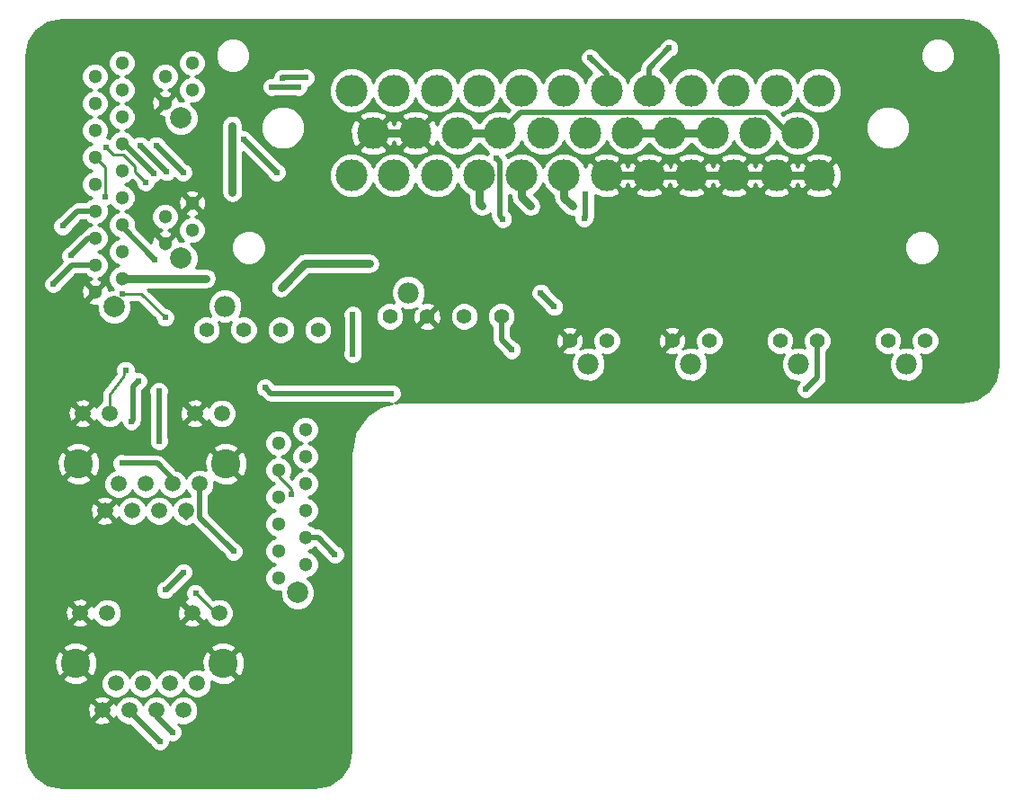
<source format=gbr>
G04 #@! TF.FileFunction,Copper,L2,Bot,Signal*
%FSLAX46Y46*%
G04 Gerber Fmt 4.6, Leading zero omitted, Abs format (unit mm)*
G04 Created by KiCad (PCBNEW 4.0.7-e2-6376~58~ubuntu16.04.1) date Thu Mar  1 20:25:12 2018*
%MOMM*%
%LPD*%
G01*
G04 APERTURE LIST*
%ADD10C,0.100000*%
%ADD11C,1.300000*%
%ADD12C,2.000000*%
%ADD13C,3.000000*%
%ADD14C,1.500000*%
%ADD15C,2.750000*%
%ADD16C,1.397000*%
%ADD17C,1.981000*%
%ADD18C,0.609600*%
%ADD19C,0.254000*%
%ADD20C,0.508000*%
%ADD21C,0.762000*%
G04 APERTURE END LIST*
D10*
D11*
X40640000Y-54610000D03*
X40640000Y-57150000D03*
X40640000Y-59690000D03*
X40640000Y-52070000D03*
X43180000Y-58420000D03*
X43180000Y-55880000D03*
X43180000Y-53340000D03*
X43180000Y-50800000D03*
X40640000Y-49530000D03*
X43180000Y-48260000D03*
X40640000Y-46990000D03*
X43180000Y-45720000D03*
X40640000Y-44450000D03*
X43180000Y-43180000D03*
X40640000Y-41910000D03*
X43180000Y-40640000D03*
X40640000Y-39370000D03*
X43180000Y-38100000D03*
D12*
X42440000Y-61090000D03*
D13*
X80816000Y-40696000D03*
X104816000Y-40696000D03*
X100816000Y-40696000D03*
X96816000Y-40696000D03*
X92816000Y-40696000D03*
X88816000Y-40696000D03*
X84816000Y-40696000D03*
X102816000Y-44696000D03*
X98816000Y-44696000D03*
X90816000Y-44696000D03*
X94816000Y-44696000D03*
X86816000Y-44696000D03*
X82816000Y-44696000D03*
X84816000Y-48696000D03*
X88816000Y-48696000D03*
X96816000Y-48696000D03*
X92816000Y-48696000D03*
X100816000Y-48696000D03*
X104816000Y-48696000D03*
X108816000Y-40696000D03*
X106816000Y-44696000D03*
X108816000Y-48696000D03*
X80816000Y-48696000D03*
X78816000Y-44696000D03*
X76816000Y-40696000D03*
X76816000Y-48696000D03*
X72816000Y-40696000D03*
X74816000Y-44696000D03*
X72816000Y-48696000D03*
X68816000Y-40696000D03*
X70816000Y-44696000D03*
X68816000Y-48696000D03*
X64816000Y-40696000D03*
X66816000Y-44696000D03*
X64816000Y-48696000D03*
D14*
X52578000Y-71120000D03*
X50038000Y-71120000D03*
X39478000Y-71120000D03*
X42018000Y-71120000D03*
X50478000Y-77750000D03*
X47938000Y-77750000D03*
X45398000Y-77750000D03*
X42858000Y-77750000D03*
X49208000Y-80290000D03*
X46668000Y-80290000D03*
X44128000Y-80290000D03*
X41588000Y-80290000D03*
D15*
X52978000Y-75870000D03*
X39078000Y-75870000D03*
D16*
X54638000Y-63246000D03*
X51138000Y-63246000D03*
D17*
X52888000Y-61016000D03*
D16*
X58138000Y-63246000D03*
X61638000Y-63246000D03*
X115316000Y-64262000D03*
X118816000Y-64262000D03*
D17*
X117066000Y-66492000D03*
D16*
X105156000Y-64262000D03*
X108656000Y-64262000D03*
D17*
X106906000Y-66492000D03*
D16*
X85344000Y-64262000D03*
X88844000Y-64262000D03*
D17*
X87094000Y-66492000D03*
D16*
X71910000Y-61976000D03*
X68410000Y-61976000D03*
D17*
X70160000Y-59746000D03*
D16*
X75410000Y-61976000D03*
X78910000Y-61976000D03*
D11*
X47244000Y-39370000D03*
X47244000Y-41910000D03*
X49784000Y-40640000D03*
X49784000Y-38100000D03*
D12*
X48744000Y-43310000D03*
D11*
X47244000Y-52578000D03*
X47244000Y-55118000D03*
X49784000Y-53848000D03*
X49784000Y-51308000D03*
D12*
X48744000Y-56518000D03*
D14*
X52324000Y-89916000D03*
X49784000Y-89916000D03*
X39224000Y-89916000D03*
X41764000Y-89916000D03*
X50224000Y-96546000D03*
X47684000Y-96546000D03*
X45144000Y-96546000D03*
X42604000Y-96546000D03*
X48954000Y-99086000D03*
X46414000Y-99086000D03*
X43874000Y-99086000D03*
X41334000Y-99086000D03*
D15*
X52724000Y-94666000D03*
X38824000Y-94666000D03*
D11*
X57912000Y-81534000D03*
X57912000Y-84074000D03*
X57912000Y-86614000D03*
X57912000Y-78994000D03*
X60452000Y-85344000D03*
X60452000Y-82804000D03*
X60452000Y-80264000D03*
X60452000Y-77724000D03*
X57912000Y-76454000D03*
X60452000Y-75184000D03*
X57912000Y-73914000D03*
X60452000Y-72644000D03*
D12*
X59712000Y-88014000D03*
D16*
X94996000Y-64262000D03*
X98496000Y-64262000D03*
D17*
X96746000Y-66492000D03*
D18*
X41671240Y-46050200D03*
X45405040Y-49352200D03*
X94706440Y-36703000D03*
X68569840Y-69240400D03*
X56657240Y-68681600D03*
X54625240Y-45313600D03*
X57749440Y-48412400D03*
X83886040Y-61066680D03*
X82621120Y-59766200D03*
X79044800Y-52796440D03*
X78445360Y-47091600D03*
X87249000Y-37592000D03*
X46395640Y-45872400D03*
X48935640Y-48412400D03*
X107569000Y-68834000D03*
X79883000Y-65151000D03*
X51094640Y-58394600D03*
X53558440Y-43992800D03*
X53583840Y-50292000D03*
X66487040Y-57007760D03*
X58160920Y-59232800D03*
X85628480Y-51587410D03*
X81661000Y-51587410D03*
X77083920Y-51587410D03*
X59781440Y-40360600D03*
X57292240Y-40360600D03*
X58282840Y-39522400D03*
X60467240Y-39497000D03*
X46141640Y-48488600D03*
X38354000Y-56261000D03*
X36703000Y-58928000D03*
X43180000Y-75819000D03*
X37592000Y-53467000D03*
X44704000Y-68072000D03*
X44069000Y-71882000D03*
X46294040Y-56642000D03*
X46649640Y-69011800D03*
X46675040Y-73736200D03*
X53672740Y-84112100D03*
X43512740Y-67030600D03*
X47259240Y-62077600D03*
X43206303Y-59850559D03*
X41615360Y-50678080D03*
X47386240Y-48361600D03*
X44871640Y-45872400D03*
X59133740Y-78714600D03*
X50116740Y-88049100D03*
X47259240Y-87731600D03*
X48973740Y-86080600D03*
X47919640Y-101142800D03*
X63235840Y-84404200D03*
X46751240Y-102031800D03*
X86819740Y-50457100D03*
X86692740Y-52743100D03*
X64912240Y-61823600D03*
X64912240Y-65506600D03*
D19*
X42382440Y-46761400D02*
X41671240Y-46050200D01*
X43271440Y-46761400D02*
X42382440Y-46761400D01*
X44389040Y-47879000D02*
X43271440Y-46761400D01*
X44389040Y-48336200D02*
X44389040Y-47879000D01*
X45405040Y-49352200D02*
X44389040Y-48336200D01*
D20*
X92816000Y-38593440D02*
X92816000Y-40696000D01*
X94706440Y-36703000D02*
X92816000Y-38593440D01*
X57216040Y-69240400D02*
X68569840Y-69240400D01*
X56657240Y-68681600D02*
X57216040Y-69240400D01*
X51138000Y-63246000D02*
X51138000Y-63314760D01*
X92816000Y-39304640D02*
X92816000Y-40696000D01*
X54650640Y-45313600D02*
X54625240Y-45313600D01*
X57749440Y-48412400D02*
X54650640Y-45313600D01*
X82621120Y-59766200D02*
X82621120Y-59801760D01*
X82621120Y-59801760D02*
X83886040Y-61066680D01*
X78750159Y-52227489D02*
X78750159Y-52501799D01*
X78750159Y-52501799D02*
X79044800Y-52796440D01*
X78445360Y-47091600D02*
X78750159Y-47396399D01*
X78750159Y-47396399D02*
X78750159Y-52227489D01*
X88816000Y-40696000D02*
X88816000Y-39159000D01*
X88816000Y-39159000D02*
X87249000Y-37592000D01*
X48935640Y-48412400D02*
X46395640Y-45872400D01*
X78910000Y-61976000D02*
X78910000Y-64178000D01*
X108656000Y-67747000D02*
X108656000Y-64262000D01*
X107569000Y-68834000D02*
X108656000Y-67747000D01*
X78910000Y-64178000D02*
X79883000Y-65151000D01*
D21*
X70816000Y-44696000D02*
X66816000Y-44696000D01*
X88816000Y-48696000D02*
X100816000Y-48696000D01*
X100816000Y-48696000D02*
X108816000Y-48696000D01*
X43180000Y-58420000D02*
X51069240Y-58420000D01*
X51069240Y-58420000D02*
X51094640Y-58394600D01*
X53558440Y-50266600D02*
X53558440Y-43992800D01*
X53583840Y-50292000D02*
X53558440Y-50266600D01*
X58160920Y-59232800D02*
X60385960Y-57007760D01*
X60385960Y-57007760D02*
X66487040Y-57007760D01*
X98816000Y-44696000D02*
X90816000Y-44696000D01*
X94816000Y-44696000D02*
X90816000Y-44696000D01*
X84816000Y-48696000D02*
X84816000Y-50774930D01*
X84816000Y-50774930D02*
X85628480Y-51587410D01*
X80816000Y-48696000D02*
X80816000Y-50742410D01*
X80816000Y-50742410D02*
X81661000Y-51587410D01*
X76816000Y-48696000D02*
X76816000Y-51319490D01*
X76816000Y-51319490D02*
X77083920Y-51587410D01*
X80645000Y-48867000D02*
X80816000Y-48696000D01*
D20*
X57292240Y-40360600D02*
X59781440Y-40360600D01*
X68816000Y-40114000D02*
X68816000Y-40696000D01*
X58282840Y-39522400D02*
X58308240Y-39497000D01*
X58308240Y-39497000D02*
X60467240Y-39497000D01*
X46141640Y-48488600D02*
X43373040Y-45720000D01*
X43373040Y-45720000D02*
X43180000Y-45720000D01*
X38354000Y-56261000D02*
X40005000Y-54610000D01*
X40005000Y-54610000D02*
X40640000Y-54610000D01*
X38481000Y-57150000D02*
X40640000Y-57150000D01*
X36703000Y-58928000D02*
X38481000Y-57150000D01*
X47938000Y-77750000D02*
X47938000Y-77275000D01*
X47938000Y-77275000D02*
X46482000Y-75819000D01*
X46482000Y-75819000D02*
X43180000Y-75819000D01*
X37592000Y-53467000D02*
X38989000Y-52070000D01*
X38989000Y-52070000D02*
X40640000Y-52070000D01*
X44196000Y-68580000D02*
X44704000Y-68072000D01*
X44196000Y-71755000D02*
X44196000Y-68580000D01*
X44069000Y-71882000D02*
X44196000Y-71755000D01*
X46294040Y-56642000D02*
X43180000Y-53527960D01*
X46649640Y-73710800D02*
X46649640Y-69011800D01*
X46675040Y-73736200D02*
X46649640Y-73710800D01*
X43180000Y-53527960D02*
X43180000Y-53340000D01*
X106816000Y-44696000D02*
X105874440Y-44696000D01*
X105874440Y-44696000D02*
X103926640Y-42748200D01*
X80763800Y-42748200D02*
X78816000Y-44696000D01*
X103926640Y-42748200D02*
X80763800Y-42748200D01*
X106816000Y-44696000D02*
X105852340Y-44696000D01*
X49208000Y-80290000D02*
X49208000Y-80726860D01*
X49208000Y-80917360D02*
X49208000Y-80290000D01*
D21*
X78816000Y-44696000D02*
X74816000Y-44696000D01*
D20*
X50478000Y-77750000D02*
X50478000Y-80917360D01*
X50478000Y-80917360D02*
X53672740Y-84112100D01*
D19*
X43322240Y-67691000D02*
X43500040Y-67056000D01*
X43500040Y-67056000D02*
X43512740Y-67030600D01*
X43322240Y-67691000D02*
X42018000Y-69330520D01*
X42018000Y-69330520D02*
X42018000Y-71120000D01*
X44000959Y-59850559D02*
X44955999Y-59850559D01*
X44955999Y-59850559D02*
X47259240Y-62077600D01*
X44000959Y-59850559D02*
X43206303Y-59850559D01*
X43213384Y-59857640D02*
X43206303Y-59850559D01*
X40640000Y-46990000D02*
X41615360Y-47965360D01*
X41615360Y-47965360D02*
X41615360Y-50678080D01*
D20*
X47386240Y-48361600D02*
X44897040Y-45872400D01*
X44897040Y-45872400D02*
X44871640Y-45872400D01*
D19*
X57912000Y-76454000D02*
X57912000Y-77048360D01*
X57912000Y-77048360D02*
X59133740Y-78270100D01*
X59133740Y-78270100D02*
X59133740Y-78714600D01*
X50116740Y-88049100D02*
X51983640Y-89916000D01*
X51983640Y-89916000D02*
X52324000Y-89916000D01*
D20*
X52110640Y-89916000D02*
X52324000Y-89916000D01*
X52324000Y-89662000D02*
X52324000Y-89916000D01*
X47322740Y-87731600D02*
X47259240Y-87731600D01*
X48973740Y-86080600D02*
X47322740Y-87731600D01*
X47919640Y-101142800D02*
X46414000Y-99637160D01*
X46414000Y-99637160D02*
X46414000Y-99086000D01*
X46414000Y-99649860D02*
X46414000Y-99086000D01*
X43874000Y-99086000D02*
X43874000Y-99154560D01*
X43874000Y-99154560D02*
X46751240Y-102031800D01*
X61635640Y-82804000D02*
X60452000Y-82804000D01*
X63235840Y-84404200D02*
X61635640Y-82804000D01*
X43874000Y-98874000D02*
X43874000Y-99086000D01*
X86819740Y-52616100D02*
X86819740Y-50457100D01*
X86692740Y-52743100D02*
X86819740Y-52616100D01*
X64912240Y-65506600D02*
X64912240Y-61823600D01*
D19*
G36*
X123666566Y-34325337D02*
X124737672Y-35041028D01*
X125453363Y-36112136D01*
X125718100Y-37443059D01*
X125718100Y-66646141D01*
X125453363Y-67977064D01*
X124737672Y-69048172D01*
X123666566Y-69763863D01*
X122335641Y-70028600D01*
X69443092Y-70028600D01*
X69376922Y-70041762D01*
X68888978Y-70125400D01*
X69101499Y-70037588D01*
X69366099Y-69773449D01*
X69509477Y-69428158D01*
X69509803Y-69054282D01*
X69367028Y-68708741D01*
X69102889Y-68444141D01*
X68757598Y-68300763D01*
X68383722Y-68300437D01*
X68260382Y-68351400D01*
X57584276Y-68351400D01*
X57504852Y-68271976D01*
X57454428Y-68149941D01*
X57190289Y-67885341D01*
X56844998Y-67741963D01*
X56471122Y-67741637D01*
X56125581Y-67884412D01*
X55860981Y-68148551D01*
X55717603Y-68493842D01*
X55717277Y-68867718D01*
X55860052Y-69213259D01*
X56124191Y-69477859D01*
X56247441Y-69529037D01*
X56587422Y-69869018D01*
X56875835Y-70061730D01*
X57216040Y-70129400D01*
X68260135Y-70129400D01*
X68382082Y-70180037D01*
X68613286Y-70180239D01*
X67778724Y-70346243D01*
X67604119Y-70418567D01*
X67531795Y-70448525D01*
X66234105Y-71315615D01*
X66164283Y-71385437D01*
X66045114Y-71504605D01*
X65178025Y-72802295D01*
X65075743Y-73049224D01*
X64771262Y-74579955D01*
X64771262Y-74647422D01*
X64758100Y-74713592D01*
X64758100Y-102968141D01*
X64493363Y-104299064D01*
X63777672Y-105370172D01*
X62706566Y-106085863D01*
X61375641Y-106350600D01*
X37506559Y-106350600D01*
X36175636Y-106085863D01*
X35104528Y-105370172D01*
X34388837Y-104299066D01*
X34124100Y-102968141D01*
X34124100Y-100057517D01*
X40542088Y-100057517D01*
X40610077Y-100298460D01*
X41129171Y-100483201D01*
X41679448Y-100455230D01*
X42057923Y-100298460D01*
X42125912Y-100057517D01*
X41334000Y-99265605D01*
X40542088Y-100057517D01*
X34124100Y-100057517D01*
X34124100Y-98881171D01*
X39936799Y-98881171D01*
X39964770Y-99431448D01*
X40121540Y-99809923D01*
X40362483Y-99877912D01*
X41154395Y-99086000D01*
X41513605Y-99086000D01*
X42305517Y-99877912D01*
X42546460Y-99809923D01*
X42605732Y-99643379D01*
X42699169Y-99869515D01*
X43088436Y-100259461D01*
X43597298Y-100470759D01*
X43933256Y-100471052D01*
X45903628Y-102441424D01*
X45954052Y-102563459D01*
X46218191Y-102828059D01*
X46563482Y-102971437D01*
X46937358Y-102971763D01*
X47282899Y-102828988D01*
X47547499Y-102564849D01*
X47690877Y-102219558D01*
X47691011Y-102065466D01*
X47731882Y-102082437D01*
X48105758Y-102082763D01*
X48451299Y-101939988D01*
X48715899Y-101675849D01*
X48859277Y-101330558D01*
X48859603Y-100956682D01*
X48716828Y-100611141D01*
X48505463Y-100399407D01*
X48677298Y-100470759D01*
X49228285Y-100471240D01*
X49737515Y-100260831D01*
X50127461Y-99871564D01*
X50338759Y-99362702D01*
X50339240Y-98811715D01*
X50128831Y-98302485D01*
X49739564Y-97912539D01*
X49230702Y-97701241D01*
X48679715Y-97700760D01*
X48170485Y-97911169D01*
X47780539Y-98300436D01*
X47684024Y-98532870D01*
X47588831Y-98302485D01*
X47199564Y-97912539D01*
X46690702Y-97701241D01*
X46139715Y-97700760D01*
X45630485Y-97911169D01*
X45240539Y-98300436D01*
X45144024Y-98532870D01*
X45048831Y-98302485D01*
X44659564Y-97912539D01*
X44150702Y-97701241D01*
X43599715Y-97700760D01*
X43090485Y-97911169D01*
X42700539Y-98300436D01*
X42610623Y-98516979D01*
X42546460Y-98362077D01*
X42305517Y-98294088D01*
X41513605Y-99086000D01*
X41154395Y-99086000D01*
X40362483Y-98294088D01*
X40121540Y-98362077D01*
X39936799Y-98881171D01*
X34124100Y-98881171D01*
X34124100Y-98114483D01*
X40542088Y-98114483D01*
X41334000Y-98906395D01*
X42125912Y-98114483D01*
X42057923Y-97873540D01*
X41538829Y-97688799D01*
X40988552Y-97716770D01*
X40610077Y-97873540D01*
X40542088Y-98114483D01*
X34124100Y-98114483D01*
X34124100Y-96820285D01*
X41218760Y-96820285D01*
X41429169Y-97329515D01*
X41818436Y-97719461D01*
X42327298Y-97930759D01*
X42878285Y-97931240D01*
X43387515Y-97720831D01*
X43777461Y-97331564D01*
X43873976Y-97099130D01*
X43969169Y-97329515D01*
X44358436Y-97719461D01*
X44867298Y-97930759D01*
X45418285Y-97931240D01*
X45927515Y-97720831D01*
X46317461Y-97331564D01*
X46413976Y-97099130D01*
X46509169Y-97329515D01*
X46898436Y-97719461D01*
X47407298Y-97930759D01*
X47958285Y-97931240D01*
X48467515Y-97720831D01*
X48857461Y-97331564D01*
X48953976Y-97099130D01*
X49049169Y-97329515D01*
X49438436Y-97719461D01*
X49947298Y-97930759D01*
X50498285Y-97931240D01*
X51007515Y-97720831D01*
X51397461Y-97331564D01*
X51608759Y-96822702D01*
X51609160Y-96363057D01*
X51624467Y-96395444D01*
X52369993Y-96684571D01*
X53169414Y-96666389D01*
X53823533Y-96395444D01*
X53968054Y-96089659D01*
X52724000Y-94845605D01*
X52709858Y-94859748D01*
X52530253Y-94680143D01*
X52544395Y-94666000D01*
X52903605Y-94666000D01*
X54147659Y-95910054D01*
X54453444Y-95765533D01*
X54742571Y-95020007D01*
X54724389Y-94220586D01*
X54453444Y-93566467D01*
X54147659Y-93421946D01*
X52903605Y-94666000D01*
X52544395Y-94666000D01*
X51300341Y-93421946D01*
X50994556Y-93566467D01*
X50705429Y-94311993D01*
X50723611Y-95111414D01*
X50794841Y-95283378D01*
X50500702Y-95161241D01*
X49949715Y-95160760D01*
X49440485Y-95371169D01*
X49050539Y-95760436D01*
X48954024Y-95992870D01*
X48858831Y-95762485D01*
X48469564Y-95372539D01*
X47960702Y-95161241D01*
X47409715Y-95160760D01*
X46900485Y-95371169D01*
X46510539Y-95760436D01*
X46414024Y-95992870D01*
X46318831Y-95762485D01*
X45929564Y-95372539D01*
X45420702Y-95161241D01*
X44869715Y-95160760D01*
X44360485Y-95371169D01*
X43970539Y-95760436D01*
X43874024Y-95992870D01*
X43778831Y-95762485D01*
X43389564Y-95372539D01*
X42880702Y-95161241D01*
X42329715Y-95160760D01*
X41820485Y-95371169D01*
X41430539Y-95760436D01*
X41219241Y-96269298D01*
X41218760Y-96820285D01*
X34124100Y-96820285D01*
X34124100Y-96089659D01*
X37579946Y-96089659D01*
X37724467Y-96395444D01*
X38469993Y-96684571D01*
X39269414Y-96666389D01*
X39923533Y-96395444D01*
X40068054Y-96089659D01*
X38824000Y-94845605D01*
X37579946Y-96089659D01*
X34124100Y-96089659D01*
X34124100Y-94311993D01*
X36805429Y-94311993D01*
X36823611Y-95111414D01*
X37094556Y-95765533D01*
X37400341Y-95910054D01*
X38644395Y-94666000D01*
X39003605Y-94666000D01*
X40247659Y-95910054D01*
X40553444Y-95765533D01*
X40842571Y-95020007D01*
X40824389Y-94220586D01*
X40553444Y-93566467D01*
X40247659Y-93421946D01*
X39003605Y-94666000D01*
X38644395Y-94666000D01*
X37400341Y-93421946D01*
X37094556Y-93566467D01*
X36805429Y-94311993D01*
X34124100Y-94311993D01*
X34124100Y-93242341D01*
X37579946Y-93242341D01*
X38824000Y-94486395D01*
X40068054Y-93242341D01*
X51479946Y-93242341D01*
X52724000Y-94486395D01*
X53968054Y-93242341D01*
X53823533Y-92936556D01*
X53078007Y-92647429D01*
X52278586Y-92665611D01*
X51624467Y-92936556D01*
X51479946Y-93242341D01*
X40068054Y-93242341D01*
X39923533Y-92936556D01*
X39178007Y-92647429D01*
X38378586Y-92665611D01*
X37724467Y-92936556D01*
X37579946Y-93242341D01*
X34124100Y-93242341D01*
X34124100Y-90887517D01*
X38432088Y-90887517D01*
X38500077Y-91128460D01*
X39019171Y-91313201D01*
X39569448Y-91285230D01*
X39947923Y-91128460D01*
X40015912Y-90887517D01*
X39224000Y-90095605D01*
X38432088Y-90887517D01*
X34124100Y-90887517D01*
X34124100Y-89711171D01*
X37826799Y-89711171D01*
X37854770Y-90261448D01*
X38011540Y-90639923D01*
X38252483Y-90707912D01*
X39044395Y-89916000D01*
X39403605Y-89916000D01*
X40195517Y-90707912D01*
X40436460Y-90639923D01*
X40495732Y-90473379D01*
X40589169Y-90699515D01*
X40978436Y-91089461D01*
X41487298Y-91300759D01*
X42038285Y-91301240D01*
X42547515Y-91090831D01*
X42751183Y-90887517D01*
X48992088Y-90887517D01*
X49060077Y-91128460D01*
X49579171Y-91313201D01*
X50129448Y-91285230D01*
X50507923Y-91128460D01*
X50575912Y-90887517D01*
X49784000Y-90095605D01*
X48992088Y-90887517D01*
X42751183Y-90887517D01*
X42937461Y-90701564D01*
X43148759Y-90192702D01*
X43149179Y-89711171D01*
X48386799Y-89711171D01*
X48414770Y-90261448D01*
X48571540Y-90639923D01*
X48812483Y-90707912D01*
X49604395Y-89916000D01*
X48812483Y-89124088D01*
X48571540Y-89192077D01*
X48386799Y-89711171D01*
X43149179Y-89711171D01*
X43149240Y-89641715D01*
X42938831Y-89132485D01*
X42751157Y-88944483D01*
X48992088Y-88944483D01*
X49784000Y-89736395D01*
X49798143Y-89722253D01*
X49977748Y-89901858D01*
X49963605Y-89916000D01*
X50755517Y-90707912D01*
X50996460Y-90639923D01*
X51055732Y-90473379D01*
X51149169Y-90699515D01*
X51538436Y-91089461D01*
X52047298Y-91300759D01*
X52598285Y-91301240D01*
X53107515Y-91090831D01*
X53497461Y-90701564D01*
X53708759Y-90192702D01*
X53709240Y-89641715D01*
X53498831Y-89132485D01*
X53109564Y-88742539D01*
X52600702Y-88531241D01*
X52049715Y-88530760D01*
X51785289Y-88640018D01*
X51056661Y-87911391D01*
X51056703Y-87862982D01*
X50913928Y-87517441D01*
X50649789Y-87252841D01*
X50304498Y-87109463D01*
X49930622Y-87109137D01*
X49585081Y-87251912D01*
X49320481Y-87516051D01*
X49177103Y-87861342D01*
X49176777Y-88235218D01*
X49319552Y-88580759D01*
X49330359Y-88591585D01*
X49060077Y-88703540D01*
X48992088Y-88944483D01*
X42751157Y-88944483D01*
X42549564Y-88742539D01*
X42040702Y-88531241D01*
X41489715Y-88530760D01*
X40980485Y-88741169D01*
X40590539Y-89130436D01*
X40500623Y-89346979D01*
X40436460Y-89192077D01*
X40195517Y-89124088D01*
X39403605Y-89916000D01*
X39044395Y-89916000D01*
X38252483Y-89124088D01*
X38011540Y-89192077D01*
X37826799Y-89711171D01*
X34124100Y-89711171D01*
X34124100Y-88944483D01*
X38432088Y-88944483D01*
X39224000Y-89736395D01*
X40015912Y-88944483D01*
X39947923Y-88703540D01*
X39428829Y-88518799D01*
X38878552Y-88546770D01*
X38500077Y-88703540D01*
X38432088Y-88944483D01*
X34124100Y-88944483D01*
X34124100Y-87917718D01*
X46319277Y-87917718D01*
X46462052Y-88263259D01*
X46726191Y-88527859D01*
X47071482Y-88671237D01*
X47445358Y-88671563D01*
X47790899Y-88528788D01*
X48055499Y-88264649D01*
X48061586Y-88249990D01*
X49383364Y-86928212D01*
X49505399Y-86877788D01*
X49769999Y-86613649D01*
X49913377Y-86268358D01*
X49913703Y-85894482D01*
X49770928Y-85548941D01*
X49506789Y-85284341D01*
X49161498Y-85140963D01*
X48787622Y-85140637D01*
X48442081Y-85283412D01*
X48177481Y-85547551D01*
X48126303Y-85670801D01*
X46957829Y-86839275D01*
X46727581Y-86934412D01*
X46462981Y-87198551D01*
X46319603Y-87543842D01*
X46319277Y-87917718D01*
X34124100Y-87917718D01*
X34124100Y-81261517D01*
X40796088Y-81261517D01*
X40864077Y-81502460D01*
X41383171Y-81687201D01*
X41933448Y-81659230D01*
X42311923Y-81502460D01*
X42379912Y-81261517D01*
X41588000Y-80469605D01*
X40796088Y-81261517D01*
X34124100Y-81261517D01*
X34124100Y-80085171D01*
X40190799Y-80085171D01*
X40218770Y-80635448D01*
X40375540Y-81013923D01*
X40616483Y-81081912D01*
X41408395Y-80290000D01*
X40616483Y-79498088D01*
X40375540Y-79566077D01*
X40190799Y-80085171D01*
X34124100Y-80085171D01*
X34124100Y-79318483D01*
X40796088Y-79318483D01*
X41588000Y-80110395D01*
X42379912Y-79318483D01*
X42311923Y-79077540D01*
X41792829Y-78892799D01*
X41242552Y-78920770D01*
X40864077Y-79077540D01*
X40796088Y-79318483D01*
X34124100Y-79318483D01*
X34124100Y-78024285D01*
X41472760Y-78024285D01*
X41683169Y-78533515D01*
X42072436Y-78923461D01*
X42581298Y-79134759D01*
X43132285Y-79135240D01*
X43641515Y-78924831D01*
X44031461Y-78535564D01*
X44127976Y-78303130D01*
X44223169Y-78533515D01*
X44612436Y-78923461D01*
X45121298Y-79134759D01*
X45672285Y-79135240D01*
X46181515Y-78924831D01*
X46571461Y-78535564D01*
X46667976Y-78303130D01*
X46763169Y-78533515D01*
X47152436Y-78923461D01*
X47661298Y-79134759D01*
X48212285Y-79135240D01*
X48721515Y-78924831D01*
X49111461Y-78535564D01*
X49207976Y-78303130D01*
X49303169Y-78533515D01*
X49589000Y-78819845D01*
X49589000Y-78948549D01*
X49484702Y-78905241D01*
X48933715Y-78904760D01*
X48424485Y-79115169D01*
X48034539Y-79504436D01*
X47938024Y-79736870D01*
X47842831Y-79506485D01*
X47453564Y-79116539D01*
X46944702Y-78905241D01*
X46393715Y-78904760D01*
X45884485Y-79115169D01*
X45494539Y-79504436D01*
X45398024Y-79736870D01*
X45302831Y-79506485D01*
X44913564Y-79116539D01*
X44404702Y-78905241D01*
X43853715Y-78904760D01*
X43344485Y-79115169D01*
X42954539Y-79504436D01*
X42864623Y-79720979D01*
X42800460Y-79566077D01*
X42559517Y-79498088D01*
X41767605Y-80290000D01*
X42559517Y-81081912D01*
X42800460Y-81013923D01*
X42859732Y-80847379D01*
X42953169Y-81073515D01*
X43342436Y-81463461D01*
X43851298Y-81674759D01*
X44402285Y-81675240D01*
X44911515Y-81464831D01*
X45301461Y-81075564D01*
X45397976Y-80843130D01*
X45493169Y-81073515D01*
X45882436Y-81463461D01*
X46391298Y-81674759D01*
X46942285Y-81675240D01*
X47451515Y-81464831D01*
X47841461Y-81075564D01*
X47937976Y-80843130D01*
X48033169Y-81073515D01*
X48422436Y-81463461D01*
X48563340Y-81521969D01*
X48579382Y-81545978D01*
X48867794Y-81738689D01*
X49208000Y-81806360D01*
X49548206Y-81738689D01*
X49836618Y-81545978D01*
X49843000Y-81536427D01*
X49849382Y-81545978D01*
X52825128Y-84521724D01*
X52875552Y-84643759D01*
X53139691Y-84908359D01*
X53484982Y-85051737D01*
X53858858Y-85052063D01*
X54204399Y-84909288D01*
X54468999Y-84645149D01*
X54612377Y-84299858D01*
X54612703Y-83925982D01*
X54469928Y-83580441D01*
X54205789Y-83315841D01*
X54082539Y-83264663D01*
X51367000Y-80549124D01*
X51367000Y-78819530D01*
X51651461Y-78535564D01*
X51862759Y-78026702D01*
X51863160Y-77567057D01*
X51878467Y-77599444D01*
X52623993Y-77888571D01*
X53423414Y-77870389D01*
X54077533Y-77599444D01*
X54222054Y-77293659D01*
X52978000Y-76049605D01*
X52963858Y-76063748D01*
X52784253Y-75884143D01*
X52798395Y-75870000D01*
X53157605Y-75870000D01*
X54401659Y-77114054D01*
X54707444Y-76969533D01*
X54996571Y-76224007D01*
X54978389Y-75424586D01*
X54707444Y-74770467D01*
X54401659Y-74625946D01*
X53157605Y-75870000D01*
X52798395Y-75870000D01*
X51554341Y-74625946D01*
X51248556Y-74770467D01*
X50959429Y-75515993D01*
X50977611Y-76315414D01*
X51048841Y-76487378D01*
X50754702Y-76365241D01*
X50203715Y-76364760D01*
X49694485Y-76575169D01*
X49304539Y-76964436D01*
X49208024Y-77196870D01*
X49112831Y-76966485D01*
X48723564Y-76576539D01*
X48335734Y-76415498D01*
X47110618Y-75190382D01*
X47078284Y-75168777D01*
X46822206Y-74997671D01*
X46482000Y-74930000D01*
X43489705Y-74930000D01*
X43367758Y-74879363D01*
X42993882Y-74879037D01*
X42648341Y-75021812D01*
X42383741Y-75285951D01*
X42240363Y-75631242D01*
X42240037Y-76005118D01*
X42382812Y-76350659D01*
X42451446Y-76419412D01*
X42074485Y-76575169D01*
X41684539Y-76964436D01*
X41473241Y-77473298D01*
X41472760Y-78024285D01*
X34124100Y-78024285D01*
X34124100Y-77293659D01*
X37833946Y-77293659D01*
X37978467Y-77599444D01*
X38723993Y-77888571D01*
X39523414Y-77870389D01*
X40177533Y-77599444D01*
X40322054Y-77293659D01*
X39078000Y-76049605D01*
X37833946Y-77293659D01*
X34124100Y-77293659D01*
X34124100Y-75515993D01*
X37059429Y-75515993D01*
X37077611Y-76315414D01*
X37348556Y-76969533D01*
X37654341Y-77114054D01*
X38898395Y-75870000D01*
X39257605Y-75870000D01*
X40501659Y-77114054D01*
X40807444Y-76969533D01*
X41096571Y-76224007D01*
X41078389Y-75424586D01*
X40807444Y-74770467D01*
X40501659Y-74625946D01*
X39257605Y-75870000D01*
X38898395Y-75870000D01*
X37654341Y-74625946D01*
X37348556Y-74770467D01*
X37059429Y-75515993D01*
X34124100Y-75515993D01*
X34124100Y-74446341D01*
X37833946Y-74446341D01*
X39078000Y-75690395D01*
X40322054Y-74446341D01*
X40177533Y-74140556D01*
X39432007Y-73851429D01*
X38632586Y-73869611D01*
X37978467Y-74140556D01*
X37833946Y-74446341D01*
X34124100Y-74446341D01*
X34124100Y-72091517D01*
X38686088Y-72091517D01*
X38754077Y-72332460D01*
X39273171Y-72517201D01*
X39823448Y-72489230D01*
X40201923Y-72332460D01*
X40269912Y-72091517D01*
X39478000Y-71299605D01*
X38686088Y-72091517D01*
X34124100Y-72091517D01*
X34124100Y-70915171D01*
X38080799Y-70915171D01*
X38108770Y-71465448D01*
X38265540Y-71843923D01*
X38506483Y-71911912D01*
X39298395Y-71120000D01*
X39657605Y-71120000D01*
X40449517Y-71911912D01*
X40690460Y-71843923D01*
X40749732Y-71677379D01*
X40843169Y-71903515D01*
X41232436Y-72293461D01*
X41741298Y-72504759D01*
X42292285Y-72505240D01*
X42801515Y-72294831D01*
X43129124Y-71967792D01*
X43129037Y-72068118D01*
X43271812Y-72413659D01*
X43535951Y-72678259D01*
X43881242Y-72821637D01*
X44255118Y-72821963D01*
X44600659Y-72679188D01*
X44865259Y-72415049D01*
X44966454Y-72171346D01*
X45017329Y-72095206D01*
X45085000Y-71755000D01*
X45085000Y-69197918D01*
X45709677Y-69197918D01*
X45760640Y-69321258D01*
X45760640Y-73487665D01*
X45735403Y-73548442D01*
X45735077Y-73922318D01*
X45877852Y-74267859D01*
X46141991Y-74532459D01*
X46487282Y-74675837D01*
X46861158Y-74676163D01*
X47206699Y-74533388D01*
X47293897Y-74446341D01*
X51733946Y-74446341D01*
X52978000Y-75690395D01*
X54222054Y-74446341D01*
X54090731Y-74168481D01*
X56626777Y-74168481D01*
X56821995Y-74640943D01*
X57183155Y-75002735D01*
X57620182Y-75184205D01*
X57185057Y-75363995D01*
X56823265Y-75725155D01*
X56627223Y-76197276D01*
X56626777Y-76708481D01*
X56821995Y-77180943D01*
X57183155Y-77542735D01*
X57432127Y-77646118D01*
X57542367Y-77756357D01*
X57185057Y-77903995D01*
X56823265Y-78265155D01*
X56627223Y-78737276D01*
X56626777Y-79248481D01*
X56821995Y-79720943D01*
X57183155Y-80082735D01*
X57620182Y-80264205D01*
X57185057Y-80443995D01*
X56823265Y-80805155D01*
X56627223Y-81277276D01*
X56626777Y-81788481D01*
X56821995Y-82260943D01*
X57183155Y-82622735D01*
X57620182Y-82804205D01*
X57185057Y-82983995D01*
X56823265Y-83345155D01*
X56627223Y-83817276D01*
X56626777Y-84328481D01*
X56821995Y-84800943D01*
X57183155Y-85162735D01*
X57620182Y-85344205D01*
X57185057Y-85523995D01*
X56823265Y-85885155D01*
X56627223Y-86357276D01*
X56626777Y-86868481D01*
X56821995Y-87340943D01*
X57183155Y-87702735D01*
X57655276Y-87898777D01*
X58077099Y-87899145D01*
X58076716Y-88337795D01*
X58325106Y-88938943D01*
X58784637Y-89399278D01*
X59385352Y-89648716D01*
X60035795Y-89649284D01*
X60636943Y-89400894D01*
X61097278Y-88941363D01*
X61346716Y-88340648D01*
X61347284Y-87690205D01*
X61098894Y-87089057D01*
X60639805Y-86629165D01*
X60706481Y-86629223D01*
X61178943Y-86434005D01*
X61540735Y-86072845D01*
X61736777Y-85600724D01*
X61737223Y-85089519D01*
X61542005Y-84617057D01*
X61180845Y-84255265D01*
X60743818Y-84073795D01*
X61178943Y-83894005D01*
X61323803Y-83749399D01*
X62388228Y-84813824D01*
X62438652Y-84935859D01*
X62702791Y-85200459D01*
X63048082Y-85343837D01*
X63421958Y-85344163D01*
X63767499Y-85201388D01*
X64032099Y-84937249D01*
X64175477Y-84591958D01*
X64175803Y-84218082D01*
X64033028Y-83872541D01*
X63768889Y-83607941D01*
X63645639Y-83556763D01*
X62264258Y-82175382D01*
X62117104Y-82077057D01*
X61975846Y-81982671D01*
X61635640Y-81915000D01*
X61380231Y-81915000D01*
X61180845Y-81715265D01*
X60743818Y-81533795D01*
X61178943Y-81354005D01*
X61540735Y-80992845D01*
X61736777Y-80520724D01*
X61737223Y-80009519D01*
X61542005Y-79537057D01*
X61180845Y-79175265D01*
X60743818Y-78993795D01*
X61178943Y-78814005D01*
X61540735Y-78452845D01*
X61736777Y-77980724D01*
X61737223Y-77469519D01*
X61542005Y-76997057D01*
X61180845Y-76635265D01*
X60743818Y-76453795D01*
X61178943Y-76274005D01*
X61540735Y-75912845D01*
X61736777Y-75440724D01*
X61737223Y-74929519D01*
X61542005Y-74457057D01*
X61180845Y-74095265D01*
X60743818Y-73913795D01*
X61178943Y-73734005D01*
X61540735Y-73372845D01*
X61736777Y-72900724D01*
X61737223Y-72389519D01*
X61542005Y-71917057D01*
X61180845Y-71555265D01*
X60708724Y-71359223D01*
X60197519Y-71358777D01*
X59725057Y-71553995D01*
X59363265Y-71915155D01*
X59167223Y-72387276D01*
X59166777Y-72898481D01*
X59361995Y-73370943D01*
X59723155Y-73732735D01*
X60160182Y-73914205D01*
X59725057Y-74093995D01*
X59363265Y-74455155D01*
X59167223Y-74927276D01*
X59166777Y-75438481D01*
X59361995Y-75910943D01*
X59723155Y-76272735D01*
X60160182Y-76454205D01*
X59725057Y-76633995D01*
X59363265Y-76995155D01*
X59238028Y-77296758D01*
X59036935Y-77095665D01*
X59196777Y-76710724D01*
X59197223Y-76199519D01*
X59002005Y-75727057D01*
X58640845Y-75365265D01*
X58203818Y-75183795D01*
X58638943Y-75004005D01*
X59000735Y-74642845D01*
X59196777Y-74170724D01*
X59197223Y-73659519D01*
X59002005Y-73187057D01*
X58640845Y-72825265D01*
X58168724Y-72629223D01*
X57657519Y-72628777D01*
X57185057Y-72823995D01*
X56823265Y-73185155D01*
X56627223Y-73657276D01*
X56626777Y-74168481D01*
X54090731Y-74168481D01*
X54077533Y-74140556D01*
X53332007Y-73851429D01*
X52532586Y-73869611D01*
X51878467Y-74140556D01*
X51733946Y-74446341D01*
X47293897Y-74446341D01*
X47471299Y-74269249D01*
X47614677Y-73923958D01*
X47615003Y-73550082D01*
X47538640Y-73365270D01*
X47538640Y-72091517D01*
X49246088Y-72091517D01*
X49314077Y-72332460D01*
X49833171Y-72517201D01*
X50383448Y-72489230D01*
X50761923Y-72332460D01*
X50829912Y-72091517D01*
X50038000Y-71299605D01*
X49246088Y-72091517D01*
X47538640Y-72091517D01*
X47538640Y-70915171D01*
X48640799Y-70915171D01*
X48668770Y-71465448D01*
X48825540Y-71843923D01*
X49066483Y-71911912D01*
X49858395Y-71120000D01*
X50217605Y-71120000D01*
X51009517Y-71911912D01*
X51250460Y-71843923D01*
X51309732Y-71677379D01*
X51403169Y-71903515D01*
X51792436Y-72293461D01*
X52301298Y-72504759D01*
X52852285Y-72505240D01*
X53361515Y-72294831D01*
X53751461Y-71905564D01*
X53962759Y-71396702D01*
X53963240Y-70845715D01*
X53752831Y-70336485D01*
X53363564Y-69946539D01*
X52854702Y-69735241D01*
X52303715Y-69734760D01*
X51794485Y-69945169D01*
X51404539Y-70334436D01*
X51314623Y-70550979D01*
X51250460Y-70396077D01*
X51009517Y-70328088D01*
X50217605Y-71120000D01*
X49858395Y-71120000D01*
X49066483Y-70328088D01*
X48825540Y-70396077D01*
X48640799Y-70915171D01*
X47538640Y-70915171D01*
X47538640Y-70148483D01*
X49246088Y-70148483D01*
X50038000Y-70940395D01*
X50829912Y-70148483D01*
X50761923Y-69907540D01*
X50242829Y-69722799D01*
X49692552Y-69750770D01*
X49314077Y-69907540D01*
X49246088Y-70148483D01*
X47538640Y-70148483D01*
X47538640Y-69321505D01*
X47589277Y-69199558D01*
X47589603Y-68825682D01*
X47446828Y-68480141D01*
X47182689Y-68215541D01*
X46837398Y-68072163D01*
X46463522Y-68071837D01*
X46117981Y-68214612D01*
X45853381Y-68478751D01*
X45710003Y-68824042D01*
X45709677Y-69197918D01*
X45085000Y-69197918D01*
X45085000Y-68948236D01*
X45113624Y-68919612D01*
X45235659Y-68869188D01*
X45500259Y-68605049D01*
X45643637Y-68259758D01*
X45643963Y-67885882D01*
X45501188Y-67540341D01*
X45237049Y-67275741D01*
X44891758Y-67132363D01*
X44517882Y-67132037D01*
X44452429Y-67159082D01*
X44452703Y-66844482D01*
X44309928Y-66498941D01*
X44045789Y-66234341D01*
X43700498Y-66090963D01*
X43326622Y-66090637D01*
X42981081Y-66233412D01*
X42716481Y-66497551D01*
X42573103Y-66842842D01*
X42572777Y-67216718D01*
X42625099Y-67343347D01*
X41421672Y-68856140D01*
X41373026Y-68950583D01*
X41314004Y-69038915D01*
X41305496Y-69081686D01*
X41285527Y-69120455D01*
X41276726Y-69226325D01*
X41256000Y-69330520D01*
X41256000Y-69936279D01*
X41234485Y-69945169D01*
X40844539Y-70334436D01*
X40754623Y-70550979D01*
X40690460Y-70396077D01*
X40449517Y-70328088D01*
X39657605Y-71120000D01*
X39298395Y-71120000D01*
X38506483Y-70328088D01*
X38265540Y-70396077D01*
X38080799Y-70915171D01*
X34124100Y-70915171D01*
X34124100Y-70148483D01*
X38686088Y-70148483D01*
X39478000Y-70940395D01*
X40269912Y-70148483D01*
X40201923Y-69907540D01*
X39682829Y-69722799D01*
X39132552Y-69750770D01*
X38754077Y-69907540D01*
X38686088Y-70148483D01*
X34124100Y-70148483D01*
X34124100Y-63510086D01*
X49804269Y-63510086D01*
X50006854Y-64000380D01*
X50381647Y-64375827D01*
X50871587Y-64579268D01*
X51402086Y-64579731D01*
X51892380Y-64377146D01*
X52267827Y-64002353D01*
X52471268Y-63512413D01*
X52471731Y-62981914D01*
X52282849Y-62524784D01*
X52563250Y-62641217D01*
X53209913Y-62641781D01*
X53493689Y-62524527D01*
X53304732Y-62979587D01*
X53304269Y-63510086D01*
X53506854Y-64000380D01*
X53881647Y-64375827D01*
X54371587Y-64579268D01*
X54902086Y-64579731D01*
X55392380Y-64377146D01*
X55767827Y-64002353D01*
X55971268Y-63512413D01*
X55971270Y-63510086D01*
X56804269Y-63510086D01*
X57006854Y-64000380D01*
X57381647Y-64375827D01*
X57871587Y-64579268D01*
X58402086Y-64579731D01*
X58892380Y-64377146D01*
X59267827Y-64002353D01*
X59471268Y-63512413D01*
X59471270Y-63510086D01*
X60304269Y-63510086D01*
X60506854Y-64000380D01*
X60881647Y-64375827D01*
X61371587Y-64579268D01*
X61902086Y-64579731D01*
X62392380Y-64377146D01*
X62767827Y-64002353D01*
X62971268Y-63512413D01*
X62971731Y-62981914D01*
X62769146Y-62491620D01*
X62394353Y-62116173D01*
X62137982Y-62009718D01*
X63972277Y-62009718D01*
X64023240Y-62133058D01*
X64023240Y-65196895D01*
X63972603Y-65318842D01*
X63972277Y-65692718D01*
X64115052Y-66038259D01*
X64379191Y-66302859D01*
X64724482Y-66446237D01*
X65098358Y-66446563D01*
X65443899Y-66303788D01*
X65708499Y-66039649D01*
X65851877Y-65694358D01*
X65852203Y-65320482D01*
X65801240Y-65197142D01*
X65801240Y-62240086D01*
X67076269Y-62240086D01*
X67278854Y-62730380D01*
X67653647Y-63105827D01*
X68143587Y-63309268D01*
X68674086Y-63309731D01*
X69164380Y-63107146D01*
X69361681Y-62910188D01*
X71155417Y-62910188D01*
X71217071Y-63145800D01*
X71717480Y-63321927D01*
X72247199Y-63293148D01*
X72602929Y-63145800D01*
X72664583Y-62910188D01*
X71910000Y-62155605D01*
X71155417Y-62910188D01*
X69361681Y-62910188D01*
X69539827Y-62732353D01*
X69743268Y-62242413D01*
X69743731Y-61711914D01*
X69554849Y-61254784D01*
X69835250Y-61371217D01*
X70481913Y-61371781D01*
X70937803Y-61183411D01*
X70975810Y-61221418D01*
X70740200Y-61283071D01*
X70564073Y-61783480D01*
X70592852Y-62313199D01*
X70740200Y-62668929D01*
X70975812Y-62730583D01*
X71730395Y-61976000D01*
X72089605Y-61976000D01*
X72844188Y-62730583D01*
X73079800Y-62668929D01*
X73230738Y-62240086D01*
X74076269Y-62240086D01*
X74278854Y-62730380D01*
X74653647Y-63105827D01*
X75143587Y-63309268D01*
X75674086Y-63309731D01*
X76164380Y-63107146D01*
X76539827Y-62732353D01*
X76743268Y-62242413D01*
X76743270Y-62240086D01*
X77576269Y-62240086D01*
X77778854Y-62730380D01*
X78021000Y-62972949D01*
X78021000Y-64178000D01*
X78088671Y-64518206D01*
X78216431Y-64709412D01*
X78281382Y-64806618D01*
X79035388Y-65560624D01*
X79085812Y-65682659D01*
X79349951Y-65947259D01*
X79695242Y-66090637D01*
X80069118Y-66090963D01*
X80414659Y-65948188D01*
X80679259Y-65684049D01*
X80822637Y-65338758D01*
X80822761Y-65196188D01*
X84589417Y-65196188D01*
X84651071Y-65431800D01*
X85151480Y-65607927D01*
X85681199Y-65579148D01*
X85726382Y-65560433D01*
X85716772Y-65570026D01*
X85468783Y-66167250D01*
X85468219Y-66813913D01*
X85715165Y-67411569D01*
X86172026Y-67869228D01*
X86769250Y-68117217D01*
X87415913Y-68117781D01*
X88013569Y-67870835D01*
X88471228Y-67413974D01*
X88719217Y-66816750D01*
X88719781Y-66170087D01*
X88472835Y-65572431D01*
X88437610Y-65537144D01*
X88577587Y-65595268D01*
X89108086Y-65595731D01*
X89598380Y-65393146D01*
X89795681Y-65196188D01*
X94241417Y-65196188D01*
X94303071Y-65431800D01*
X94803480Y-65607927D01*
X95333199Y-65579148D01*
X95378382Y-65560433D01*
X95368772Y-65570026D01*
X95120783Y-66167250D01*
X95120219Y-66813913D01*
X95367165Y-67411569D01*
X95824026Y-67869228D01*
X96421250Y-68117217D01*
X97067913Y-68117781D01*
X97665569Y-67870835D01*
X98123228Y-67413974D01*
X98371217Y-66816750D01*
X98371781Y-66170087D01*
X98124835Y-65572431D01*
X98089610Y-65537144D01*
X98229587Y-65595268D01*
X98760086Y-65595731D01*
X99250380Y-65393146D01*
X99625827Y-65018353D01*
X99829268Y-64528413D01*
X99829270Y-64526086D01*
X103822269Y-64526086D01*
X104024854Y-65016380D01*
X104399647Y-65391827D01*
X104889587Y-65595268D01*
X105420086Y-65595731D01*
X105561594Y-65537261D01*
X105528772Y-65570026D01*
X105280783Y-66167250D01*
X105280219Y-66813913D01*
X105527165Y-67411569D01*
X105984026Y-67869228D01*
X106581250Y-68117217D01*
X106956468Y-68117544D01*
X106772741Y-68300951D01*
X106629363Y-68646242D01*
X106629037Y-69020118D01*
X106771812Y-69365659D01*
X107035951Y-69630259D01*
X107381242Y-69773637D01*
X107755118Y-69773963D01*
X108100659Y-69631188D01*
X108365259Y-69367049D01*
X108416437Y-69243799D01*
X109284618Y-68375618D01*
X109334509Y-68300951D01*
X109477329Y-68087206D01*
X109545000Y-67747000D01*
X109545000Y-65258760D01*
X109785827Y-65018353D01*
X109989268Y-64528413D01*
X109989270Y-64526086D01*
X113982269Y-64526086D01*
X114184854Y-65016380D01*
X114559647Y-65391827D01*
X115049587Y-65595268D01*
X115580086Y-65595731D01*
X115721594Y-65537261D01*
X115688772Y-65570026D01*
X115440783Y-66167250D01*
X115440219Y-66813913D01*
X115687165Y-67411569D01*
X116144026Y-67869228D01*
X116741250Y-68117217D01*
X117387913Y-68117781D01*
X117985569Y-67870835D01*
X118443228Y-67413974D01*
X118691217Y-66816750D01*
X118691781Y-66170087D01*
X118444835Y-65572431D01*
X118409610Y-65537144D01*
X118549587Y-65595268D01*
X119080086Y-65595731D01*
X119570380Y-65393146D01*
X119945827Y-65018353D01*
X120149268Y-64528413D01*
X120149731Y-63997914D01*
X119947146Y-63507620D01*
X119572353Y-63132173D01*
X119082413Y-62928732D01*
X118551914Y-62928269D01*
X118061620Y-63130854D01*
X117686173Y-63505647D01*
X117482732Y-63995587D01*
X117482269Y-64526086D01*
X117671151Y-64983216D01*
X117390750Y-64866783D01*
X116744087Y-64866219D01*
X116460311Y-64983473D01*
X116649268Y-64528413D01*
X116649731Y-63997914D01*
X116447146Y-63507620D01*
X116072353Y-63132173D01*
X115582413Y-62928732D01*
X115051914Y-62928269D01*
X114561620Y-63130854D01*
X114186173Y-63505647D01*
X113982732Y-63995587D01*
X113982269Y-64526086D01*
X109989270Y-64526086D01*
X109989731Y-63997914D01*
X109787146Y-63507620D01*
X109412353Y-63132173D01*
X108922413Y-62928732D01*
X108391914Y-62928269D01*
X107901620Y-63130854D01*
X107526173Y-63505647D01*
X107322732Y-63995587D01*
X107322269Y-64526086D01*
X107511151Y-64983216D01*
X107230750Y-64866783D01*
X106584087Y-64866219D01*
X106300311Y-64983473D01*
X106489268Y-64528413D01*
X106489731Y-63997914D01*
X106287146Y-63507620D01*
X105912353Y-63132173D01*
X105422413Y-62928732D01*
X104891914Y-62928269D01*
X104401620Y-63130854D01*
X104026173Y-63505647D01*
X103822732Y-63995587D01*
X103822269Y-64526086D01*
X99829270Y-64526086D01*
X99829731Y-63997914D01*
X99627146Y-63507620D01*
X99252353Y-63132173D01*
X98762413Y-62928732D01*
X98231914Y-62928269D01*
X97741620Y-63130854D01*
X97366173Y-63505647D01*
X97162732Y-63995587D01*
X97162269Y-64526086D01*
X97351151Y-64983216D01*
X97070750Y-64866783D01*
X96424087Y-64866219D01*
X95968197Y-65054589D01*
X95930190Y-65016582D01*
X96165800Y-64954929D01*
X96341927Y-64454520D01*
X96313148Y-63924801D01*
X96165800Y-63569071D01*
X95930188Y-63507417D01*
X95175605Y-64262000D01*
X95189748Y-64276143D01*
X95010143Y-64455748D01*
X94996000Y-64441605D01*
X94241417Y-65196188D01*
X89795681Y-65196188D01*
X89973827Y-65018353D01*
X90177268Y-64528413D01*
X90177668Y-64069480D01*
X93650073Y-64069480D01*
X93678852Y-64599199D01*
X93826200Y-64954929D01*
X94061812Y-65016583D01*
X94816395Y-64262000D01*
X94061812Y-63507417D01*
X93826200Y-63569071D01*
X93650073Y-64069480D01*
X90177668Y-64069480D01*
X90177731Y-63997914D01*
X89975146Y-63507620D01*
X89795652Y-63327812D01*
X94241417Y-63327812D01*
X94996000Y-64082395D01*
X95750583Y-63327812D01*
X95688929Y-63092200D01*
X95188520Y-62916073D01*
X94658801Y-62944852D01*
X94303071Y-63092200D01*
X94241417Y-63327812D01*
X89795652Y-63327812D01*
X89600353Y-63132173D01*
X89110413Y-62928732D01*
X88579914Y-62928269D01*
X88089620Y-63130854D01*
X87714173Y-63505647D01*
X87510732Y-63995587D01*
X87510269Y-64526086D01*
X87699151Y-64983216D01*
X87418750Y-64866783D01*
X86772087Y-64866219D01*
X86316197Y-65054589D01*
X86278190Y-65016582D01*
X86513800Y-64954929D01*
X86689927Y-64454520D01*
X86661148Y-63924801D01*
X86513800Y-63569071D01*
X86278188Y-63507417D01*
X85523605Y-64262000D01*
X85537748Y-64276143D01*
X85358143Y-64455748D01*
X85344000Y-64441605D01*
X84589417Y-65196188D01*
X80822761Y-65196188D01*
X80822963Y-64964882D01*
X80680188Y-64619341D01*
X80416049Y-64354741D01*
X80292799Y-64303563D01*
X80058716Y-64069480D01*
X83998073Y-64069480D01*
X84026852Y-64599199D01*
X84174200Y-64954929D01*
X84409812Y-65016583D01*
X85164395Y-64262000D01*
X84409812Y-63507417D01*
X84174200Y-63569071D01*
X83998073Y-64069480D01*
X80058716Y-64069480D01*
X79799000Y-63809764D01*
X79799000Y-63327812D01*
X84589417Y-63327812D01*
X85344000Y-64082395D01*
X86098583Y-63327812D01*
X86036929Y-63092200D01*
X85536520Y-62916073D01*
X85006801Y-62944852D01*
X84651071Y-63092200D01*
X84589417Y-63327812D01*
X79799000Y-63327812D01*
X79799000Y-62972760D01*
X80039827Y-62732353D01*
X80243268Y-62242413D01*
X80243731Y-61711914D01*
X80041146Y-61221620D01*
X79666353Y-60846173D01*
X79176413Y-60642732D01*
X78645914Y-60642269D01*
X78155620Y-60844854D01*
X77780173Y-61219647D01*
X77576732Y-61709587D01*
X77576269Y-62240086D01*
X76743270Y-62240086D01*
X76743731Y-61711914D01*
X76541146Y-61221620D01*
X76166353Y-60846173D01*
X75676413Y-60642732D01*
X75145914Y-60642269D01*
X74655620Y-60844854D01*
X74280173Y-61219647D01*
X74076732Y-61709587D01*
X74076269Y-62240086D01*
X73230738Y-62240086D01*
X73255927Y-62168520D01*
X73227148Y-61638801D01*
X73079800Y-61283071D01*
X72844188Y-61221417D01*
X72089605Y-61976000D01*
X71730395Y-61976000D01*
X71716253Y-61961858D01*
X71895858Y-61782253D01*
X71910000Y-61796395D01*
X72664583Y-61041812D01*
X72602929Y-60806200D01*
X72102520Y-60630073D01*
X71572801Y-60658852D01*
X71527618Y-60677567D01*
X71537228Y-60667974D01*
X71785217Y-60070750D01*
X71785320Y-59952318D01*
X81681157Y-59952318D01*
X81823932Y-60297859D01*
X82088071Y-60562459D01*
X82150510Y-60588386D01*
X83038428Y-61476304D01*
X83088852Y-61598339D01*
X83352991Y-61862939D01*
X83698282Y-62006317D01*
X84072158Y-62006643D01*
X84417699Y-61863868D01*
X84682299Y-61599729D01*
X84825677Y-61254438D01*
X84826003Y-60880562D01*
X84683228Y-60535021D01*
X84419089Y-60270421D01*
X84295839Y-60219243D01*
X83493771Y-59417175D01*
X83418308Y-59234541D01*
X83154169Y-58969941D01*
X82808878Y-58826563D01*
X82435002Y-58826237D01*
X82089461Y-58969012D01*
X81824861Y-59233151D01*
X81681483Y-59578442D01*
X81681157Y-59952318D01*
X71785320Y-59952318D01*
X71785781Y-59424087D01*
X71538835Y-58826431D01*
X71081974Y-58368772D01*
X70484750Y-58120783D01*
X69838087Y-58120219D01*
X69240431Y-58367165D01*
X68782772Y-58824026D01*
X68534783Y-59421250D01*
X68534219Y-60067913D01*
X68781165Y-60665569D01*
X68816390Y-60700856D01*
X68676413Y-60642732D01*
X68145914Y-60642269D01*
X67655620Y-60844854D01*
X67280173Y-61219647D01*
X67076732Y-61709587D01*
X67076269Y-62240086D01*
X65801240Y-62240086D01*
X65801240Y-62133305D01*
X65851877Y-62011358D01*
X65852203Y-61637482D01*
X65709428Y-61291941D01*
X65445289Y-61027341D01*
X65099998Y-60883963D01*
X64726122Y-60883637D01*
X64380581Y-61026412D01*
X64115981Y-61290551D01*
X63972603Y-61635842D01*
X63972277Y-62009718D01*
X62137982Y-62009718D01*
X61904413Y-61912732D01*
X61373914Y-61912269D01*
X60883620Y-62114854D01*
X60508173Y-62489647D01*
X60304732Y-62979587D01*
X60304269Y-63510086D01*
X59471270Y-63510086D01*
X59471731Y-62981914D01*
X59269146Y-62491620D01*
X58894353Y-62116173D01*
X58404413Y-61912732D01*
X57873914Y-61912269D01*
X57383620Y-62114854D01*
X57008173Y-62489647D01*
X56804732Y-62979587D01*
X56804269Y-63510086D01*
X55971270Y-63510086D01*
X55971731Y-62981914D01*
X55769146Y-62491620D01*
X55394353Y-62116173D01*
X54904413Y-61912732D01*
X54373914Y-61912269D01*
X54232406Y-61970739D01*
X54265228Y-61937974D01*
X54513217Y-61340750D01*
X54513781Y-60694087D01*
X54266835Y-60096431D01*
X53809974Y-59638772D01*
X53212750Y-59390783D01*
X52566087Y-59390219D01*
X51968431Y-59637165D01*
X51510772Y-60094026D01*
X51262783Y-60691250D01*
X51262219Y-61337913D01*
X51509165Y-61935569D01*
X51544390Y-61970856D01*
X51404413Y-61912732D01*
X50873914Y-61912269D01*
X50383620Y-62114854D01*
X50008173Y-62489647D01*
X49804732Y-62979587D01*
X49804269Y-63510086D01*
X34124100Y-63510086D01*
X34124100Y-59114118D01*
X35763037Y-59114118D01*
X35905812Y-59459659D01*
X36169951Y-59724259D01*
X36515242Y-59867637D01*
X36889118Y-59867963D01*
X37234659Y-59725188D01*
X37451146Y-59509078D01*
X39342378Y-59509078D01*
X39371917Y-60019428D01*
X39510389Y-60353729D01*
X39740984Y-60409410D01*
X40460395Y-59690000D01*
X39740984Y-58970590D01*
X39510389Y-59026271D01*
X39342378Y-59509078D01*
X37451146Y-59509078D01*
X37499259Y-59461049D01*
X37550437Y-59337799D01*
X38849236Y-58039000D01*
X39711769Y-58039000D01*
X39911155Y-58238735D01*
X40347200Y-58419797D01*
X40310572Y-58421917D01*
X39976271Y-58560389D01*
X39920590Y-58790984D01*
X40640000Y-59510395D01*
X41359410Y-58790984D01*
X41303729Y-58560389D01*
X40917140Y-58425861D01*
X41366943Y-58240005D01*
X41728735Y-57878845D01*
X41924777Y-57406724D01*
X41925223Y-56895519D01*
X41730005Y-56423057D01*
X41368845Y-56061265D01*
X40931818Y-55879795D01*
X41366943Y-55700005D01*
X41728735Y-55338845D01*
X41924777Y-54866724D01*
X41925223Y-54355519D01*
X41730005Y-53883057D01*
X41368845Y-53521265D01*
X40931818Y-53339795D01*
X41366943Y-53160005D01*
X41728735Y-52798845D01*
X41924777Y-52326724D01*
X41925223Y-51815519D01*
X41837481Y-51603167D01*
X42080073Y-51502930D01*
X42089995Y-51526943D01*
X42451155Y-51888735D01*
X42888182Y-52070205D01*
X42453057Y-52249995D01*
X42091265Y-52611155D01*
X41895223Y-53083276D01*
X41894777Y-53594481D01*
X42089995Y-54066943D01*
X42451155Y-54428735D01*
X42888182Y-54610205D01*
X42453057Y-54789995D01*
X42091265Y-55151155D01*
X41895223Y-55623276D01*
X41894777Y-56134481D01*
X42089995Y-56606943D01*
X42451155Y-56968735D01*
X42888182Y-57150205D01*
X42453057Y-57329995D01*
X42091265Y-57691155D01*
X41895223Y-58163276D01*
X41894777Y-58674481D01*
X42089995Y-59146943D01*
X42366043Y-59423475D01*
X42352985Y-59454923D01*
X42116205Y-59454716D01*
X41918266Y-59536503D01*
X41908083Y-59360572D01*
X41769611Y-59026271D01*
X41539016Y-58970590D01*
X40819605Y-59690000D01*
X40833748Y-59704143D01*
X40654143Y-59883748D01*
X40640000Y-59869605D01*
X39920590Y-60589016D01*
X39976271Y-60819611D01*
X40459078Y-60987622D01*
X40805106Y-60967594D01*
X40804716Y-61413795D01*
X41053106Y-62014943D01*
X41512637Y-62475278D01*
X42113352Y-62724716D01*
X42763795Y-62725284D01*
X43364943Y-62476894D01*
X43825278Y-62017363D01*
X44074716Y-61416648D01*
X44075284Y-60766205D01*
X44011799Y-60612559D01*
X44647850Y-60612559D01*
X46319308Y-62228719D01*
X46319277Y-62263718D01*
X46462052Y-62609259D01*
X46726191Y-62873859D01*
X47071482Y-63017237D01*
X47445358Y-63017563D01*
X47790899Y-62874788D01*
X48055499Y-62610649D01*
X48198877Y-62265358D01*
X48199203Y-61891482D01*
X48056428Y-61545941D01*
X47792289Y-61281341D01*
X47446998Y-61137963D01*
X47383617Y-61137908D01*
X45623477Y-59436000D01*
X51069240Y-59436000D01*
X51393540Y-59371493D01*
X51458047Y-59358662D01*
X51646411Y-59232800D01*
X57144921Y-59232800D01*
X57222258Y-59621607D01*
X57442500Y-59951220D01*
X57772113Y-60171462D01*
X58160920Y-60248799D01*
X58549727Y-60171462D01*
X58879340Y-59951220D01*
X60806801Y-58023760D01*
X66487040Y-58023760D01*
X66875846Y-57946422D01*
X67205460Y-57726180D01*
X67425702Y-57396566D01*
X67503040Y-57007760D01*
X67425702Y-56618954D01*
X67205460Y-56289340D01*
X66875846Y-56069098D01*
X66487040Y-55991760D01*
X60385960Y-55991760D01*
X60061660Y-56056267D01*
X59997153Y-56069098D01*
X59667540Y-56289339D01*
X57442500Y-58514380D01*
X57222258Y-58843993D01*
X57144921Y-59232800D01*
X51646411Y-59232800D01*
X51787660Y-59138420D01*
X51813060Y-59113021D01*
X52033302Y-58783407D01*
X52110639Y-58394600D01*
X52033302Y-58005793D01*
X51813060Y-57676180D01*
X51483447Y-57455938D01*
X51094640Y-57378601D01*
X50966948Y-57404000D01*
X50146453Y-57404000D01*
X50378716Y-56844648D01*
X50379284Y-56194205D01*
X50224581Y-55819795D01*
X53480716Y-55819795D01*
X53729106Y-56420943D01*
X54188637Y-56881278D01*
X54789352Y-57130716D01*
X55439795Y-57131284D01*
X56040943Y-56882894D01*
X56501278Y-56423363D01*
X56750716Y-55822648D01*
X56750718Y-55819795D01*
X116880716Y-55819795D01*
X117129106Y-56420943D01*
X117588637Y-56881278D01*
X118189352Y-57130716D01*
X118839795Y-57131284D01*
X119440943Y-56882894D01*
X119901278Y-56423363D01*
X120150716Y-55822648D01*
X120151284Y-55172205D01*
X119902894Y-54571057D01*
X119443363Y-54110722D01*
X118842648Y-53861284D01*
X118192205Y-53860716D01*
X117591057Y-54109106D01*
X117130722Y-54568637D01*
X116881284Y-55169352D01*
X116880716Y-55819795D01*
X56750718Y-55819795D01*
X56751284Y-55172205D01*
X56502894Y-54571057D01*
X56043363Y-54110722D01*
X55442648Y-53861284D01*
X54792205Y-53860716D01*
X54191057Y-54109106D01*
X53730722Y-54568637D01*
X53481284Y-55169352D01*
X53480716Y-55819795D01*
X50224581Y-55819795D01*
X50130894Y-55593057D01*
X49671544Y-55132903D01*
X50038481Y-55133223D01*
X50510943Y-54938005D01*
X50872735Y-54576845D01*
X51068777Y-54104724D01*
X51069223Y-53593519D01*
X50874005Y-53121057D01*
X50512845Y-52759265D01*
X50076800Y-52578203D01*
X50113428Y-52576083D01*
X50447729Y-52437611D01*
X50503410Y-52207016D01*
X49784000Y-51487605D01*
X49064590Y-52207016D01*
X49120271Y-52437611D01*
X49506860Y-52572139D01*
X49057057Y-52757995D01*
X48695265Y-53119155D01*
X48499223Y-53591276D01*
X48498777Y-54102481D01*
X48693995Y-54574943D01*
X49001737Y-54883224D01*
X48517537Y-54882801D01*
X48512083Y-54788572D01*
X48373611Y-54454271D01*
X48143016Y-54398590D01*
X47423605Y-55118000D01*
X47437748Y-55132143D01*
X47258143Y-55311748D01*
X47244000Y-55297605D01*
X47229858Y-55311748D01*
X47050252Y-55132142D01*
X47064395Y-55118000D01*
X46344984Y-54398590D01*
X46114389Y-54454271D01*
X45946378Y-54937078D01*
X45952523Y-55043247D01*
X44464813Y-53555537D01*
X44465223Y-53085519D01*
X44360670Y-52832481D01*
X45958777Y-52832481D01*
X46153995Y-53304943D01*
X46515155Y-53666735D01*
X46951200Y-53847797D01*
X46914572Y-53849917D01*
X46580271Y-53988389D01*
X46524590Y-54218984D01*
X47244000Y-54938395D01*
X47963410Y-54218984D01*
X47907729Y-53988389D01*
X47521140Y-53853861D01*
X47970943Y-53668005D01*
X48332735Y-53306845D01*
X48528777Y-52834724D01*
X48529223Y-52323519D01*
X48334005Y-51851057D01*
X47972845Y-51489265D01*
X47500724Y-51293223D01*
X46989519Y-51292777D01*
X46517057Y-51487995D01*
X46155265Y-51849155D01*
X45959223Y-52321276D01*
X45958777Y-52832481D01*
X44360670Y-52832481D01*
X44270005Y-52613057D01*
X43908845Y-52251265D01*
X43471818Y-52069795D01*
X43906943Y-51890005D01*
X44268735Y-51528845D01*
X44435563Y-51127078D01*
X48486378Y-51127078D01*
X48515917Y-51637428D01*
X48654389Y-51971729D01*
X48884984Y-52027410D01*
X49604395Y-51308000D01*
X49963605Y-51308000D01*
X50683016Y-52027410D01*
X50913611Y-51971729D01*
X51081622Y-51488922D01*
X51052083Y-50978572D01*
X50913611Y-50644271D01*
X50683016Y-50588590D01*
X49963605Y-51308000D01*
X49604395Y-51308000D01*
X48884984Y-50588590D01*
X48654389Y-50644271D01*
X48486378Y-51127078D01*
X44435563Y-51127078D01*
X44464777Y-51056724D01*
X44465223Y-50545519D01*
X44408808Y-50408984D01*
X49064590Y-50408984D01*
X49784000Y-51128395D01*
X50503410Y-50408984D01*
X50447729Y-50178389D01*
X49964922Y-50010378D01*
X49454572Y-50039917D01*
X49120271Y-50178389D01*
X49064590Y-50408984D01*
X44408808Y-50408984D01*
X44270005Y-50073057D01*
X43908845Y-49711265D01*
X43471818Y-49529795D01*
X43906943Y-49350005D01*
X44116262Y-49141052D01*
X44465119Y-49489909D01*
X44465077Y-49538318D01*
X44607852Y-49883859D01*
X44871991Y-50148459D01*
X45217282Y-50291837D01*
X45591158Y-50292163D01*
X45936699Y-50149388D01*
X46201299Y-49885249D01*
X46344677Y-49539958D01*
X46344780Y-49421530D01*
X46673299Y-49285788D01*
X46827366Y-49131989D01*
X46853191Y-49157859D01*
X47198482Y-49301237D01*
X47572358Y-49301563D01*
X47917899Y-49158788D01*
X48136861Y-48940208D01*
X48138452Y-48944059D01*
X48402591Y-49208659D01*
X48747882Y-49352037D01*
X49121758Y-49352363D01*
X49467299Y-49209588D01*
X49731899Y-48945449D01*
X49875277Y-48600158D01*
X49875603Y-48226282D01*
X49732828Y-47880741D01*
X49468689Y-47616141D01*
X49345439Y-47564963D01*
X47243252Y-45462776D01*
X47192828Y-45340741D01*
X46928689Y-45076141D01*
X46583398Y-44932763D01*
X46209522Y-44932437D01*
X45863981Y-45075212D01*
X45633470Y-45305321D01*
X45404689Y-45076141D01*
X45059398Y-44932763D01*
X44685522Y-44932437D01*
X44339981Y-45075212D01*
X44314472Y-45100676D01*
X44270005Y-44993057D01*
X43908845Y-44631265D01*
X43471818Y-44449795D01*
X43906943Y-44270005D01*
X44268735Y-43908845D01*
X44464777Y-43436724D01*
X44465223Y-42925519D01*
X44417085Y-42809016D01*
X46524590Y-42809016D01*
X46580271Y-43039611D01*
X47063078Y-43207622D01*
X47109090Y-43204959D01*
X47108716Y-43633795D01*
X47357106Y-44234943D01*
X47816637Y-44695278D01*
X48417352Y-44944716D01*
X49067795Y-44945284D01*
X49668943Y-44696894D01*
X50129278Y-44237363D01*
X50230829Y-43992800D01*
X52542440Y-43992800D01*
X52542440Y-50266600D01*
X52597474Y-50543276D01*
X52619778Y-50655407D01*
X52840020Y-50985020D01*
X52865419Y-51010420D01*
X53195033Y-51230662D01*
X53583840Y-51307999D01*
X53972647Y-51230662D01*
X54302260Y-51010420D01*
X54522502Y-50680807D01*
X54599839Y-50292000D01*
X54574440Y-50164308D01*
X54574440Y-46494636D01*
X56901828Y-48822024D01*
X56952252Y-48944059D01*
X57216391Y-49208659D01*
X57561682Y-49352037D01*
X57935558Y-49352363D01*
X58281099Y-49209588D01*
X58545699Y-48945449D01*
X58689077Y-48600158D01*
X58689403Y-48226282D01*
X58546628Y-47880741D01*
X58282489Y-47616141D01*
X58159239Y-47564963D01*
X55454967Y-44860691D01*
X55422428Y-44781941D01*
X55244760Y-44603962D01*
X56255643Y-44603962D01*
X56568599Y-45361372D01*
X57147580Y-45941365D01*
X57904443Y-46255642D01*
X58723962Y-46256357D01*
X58836226Y-46209970D01*
X65481635Y-46209970D01*
X65641418Y-46528739D01*
X66432187Y-46838723D01*
X67281387Y-46822497D01*
X67990582Y-46528739D01*
X68150365Y-46209970D01*
X69481635Y-46209970D01*
X69641418Y-46528739D01*
X70432187Y-46838723D01*
X71281387Y-46822497D01*
X71990582Y-46528739D01*
X72150365Y-46209970D01*
X70816000Y-44875605D01*
X69481635Y-46209970D01*
X68150365Y-46209970D01*
X66816000Y-44875605D01*
X65481635Y-46209970D01*
X58836226Y-46209970D01*
X59481372Y-45943401D01*
X60061365Y-45364420D01*
X60375642Y-44607557D01*
X60375899Y-44312187D01*
X64673277Y-44312187D01*
X64689503Y-45161387D01*
X64983261Y-45870582D01*
X65302030Y-46030365D01*
X66636395Y-44696000D01*
X66995605Y-44696000D01*
X68329970Y-46030365D01*
X68648739Y-45870582D01*
X68811392Y-45455654D01*
X68983261Y-45870582D01*
X69302030Y-46030365D01*
X70636395Y-44696000D01*
X69302030Y-43361635D01*
X68983261Y-43521418D01*
X68820608Y-43936346D01*
X68648739Y-43521418D01*
X68329970Y-43361635D01*
X66995605Y-44696000D01*
X66636395Y-44696000D01*
X65302030Y-43361635D01*
X64983261Y-43521418D01*
X64673277Y-44312187D01*
X60375899Y-44312187D01*
X60376357Y-43788038D01*
X60125960Y-43182030D01*
X65481635Y-43182030D01*
X66816000Y-44516395D01*
X68150365Y-43182030D01*
X69481635Y-43182030D01*
X70816000Y-44516395D01*
X72150365Y-43182030D01*
X71990582Y-42863261D01*
X71199813Y-42553277D01*
X70350613Y-42569503D01*
X69641418Y-42863261D01*
X69481635Y-43182030D01*
X68150365Y-43182030D01*
X67990582Y-42863261D01*
X67199813Y-42553277D01*
X66350613Y-42569503D01*
X65641418Y-42863261D01*
X65481635Y-43182030D01*
X60125960Y-43182030D01*
X60063401Y-43030628D01*
X59484420Y-42450635D01*
X58727557Y-42136358D01*
X57908038Y-42135643D01*
X57150628Y-42448599D01*
X56570635Y-43027580D01*
X56256358Y-43784443D01*
X56255643Y-44603962D01*
X55244760Y-44603962D01*
X55158289Y-44517341D01*
X54812998Y-44373963D01*
X54574440Y-44373755D01*
X54574440Y-43992800D01*
X54497102Y-43603994D01*
X54276860Y-43274380D01*
X53947246Y-43054138D01*
X53558440Y-42976800D01*
X53169634Y-43054138D01*
X52840020Y-43274380D01*
X52619778Y-43603994D01*
X52542440Y-43992800D01*
X50230829Y-43992800D01*
X50378716Y-43636648D01*
X50379284Y-42986205D01*
X50130894Y-42385057D01*
X49671544Y-41924903D01*
X50038481Y-41925223D01*
X50510943Y-41730005D01*
X50872735Y-41368845D01*
X51068777Y-40896724D01*
X51069082Y-40546718D01*
X56352277Y-40546718D01*
X56495052Y-40892259D01*
X56759191Y-41156859D01*
X57104482Y-41300237D01*
X57478358Y-41300563D01*
X57601698Y-41249600D01*
X59471735Y-41249600D01*
X59593682Y-41300237D01*
X59967558Y-41300563D01*
X60313099Y-41157788D01*
X60352140Y-41118815D01*
X62680630Y-41118815D01*
X63004980Y-41903800D01*
X63605041Y-42504909D01*
X64389459Y-42830628D01*
X65238815Y-42831370D01*
X66023800Y-42507020D01*
X66624909Y-41906959D01*
X66816068Y-41446598D01*
X67004980Y-41903800D01*
X67605041Y-42504909D01*
X68389459Y-42830628D01*
X69238815Y-42831370D01*
X70023800Y-42507020D01*
X70624909Y-41906959D01*
X70816068Y-41446598D01*
X71004980Y-41903800D01*
X71605041Y-42504909D01*
X72389459Y-42830628D01*
X73238815Y-42831370D01*
X74023800Y-42507020D01*
X74624909Y-41906959D01*
X74816068Y-41446598D01*
X75004980Y-41903800D01*
X75605041Y-42504909D01*
X76389459Y-42830628D01*
X77238815Y-42831370D01*
X78023800Y-42507020D01*
X78624909Y-41906959D01*
X78816068Y-41446598D01*
X79004980Y-41903800D01*
X79605041Y-42504909D01*
X79707366Y-42547398D01*
X79561110Y-42693654D01*
X79242541Y-42561372D01*
X78393185Y-42560630D01*
X77608200Y-42884980D01*
X77007091Y-43485041D01*
X76926137Y-43680000D01*
X76706270Y-43680000D01*
X76627020Y-43488200D01*
X76026959Y-42887091D01*
X75242541Y-42561372D01*
X74393185Y-42560630D01*
X73608200Y-42884980D01*
X73007091Y-43485041D01*
X72820151Y-43935243D01*
X72648739Y-43521418D01*
X72329970Y-43361635D01*
X70995605Y-44696000D01*
X72329970Y-46030365D01*
X72648739Y-45870582D01*
X72815490Y-45445200D01*
X73004980Y-45903800D01*
X73605041Y-46504909D01*
X74389459Y-46830628D01*
X75238815Y-46831370D01*
X76023800Y-46507020D01*
X76624909Y-45906959D01*
X76705863Y-45712000D01*
X76925730Y-45712000D01*
X77004980Y-45903800D01*
X77605041Y-46504909D01*
X77674108Y-46533588D01*
X77649101Y-46558551D01*
X77588311Y-46704948D01*
X77242541Y-46561372D01*
X76393185Y-46560630D01*
X75608200Y-46884980D01*
X75007091Y-47485041D01*
X74815932Y-47945402D01*
X74627020Y-47488200D01*
X74026959Y-46887091D01*
X73242541Y-46561372D01*
X72393185Y-46560630D01*
X71608200Y-46884980D01*
X71007091Y-47485041D01*
X70815932Y-47945402D01*
X70627020Y-47488200D01*
X70026959Y-46887091D01*
X69242541Y-46561372D01*
X68393185Y-46560630D01*
X67608200Y-46884980D01*
X67007091Y-47485041D01*
X66815932Y-47945402D01*
X66627020Y-47488200D01*
X66026959Y-46887091D01*
X65242541Y-46561372D01*
X64393185Y-46560630D01*
X63608200Y-46884980D01*
X63007091Y-47485041D01*
X62681372Y-48269459D01*
X62680630Y-49118815D01*
X63004980Y-49903800D01*
X63605041Y-50504909D01*
X64389459Y-50830628D01*
X65238815Y-50831370D01*
X66023800Y-50507020D01*
X66624909Y-49906959D01*
X66816068Y-49446598D01*
X67004980Y-49903800D01*
X67605041Y-50504909D01*
X68389459Y-50830628D01*
X69238815Y-50831370D01*
X70023800Y-50507020D01*
X70624909Y-49906959D01*
X70816068Y-49446598D01*
X71004980Y-49903800D01*
X71605041Y-50504909D01*
X72389459Y-50830628D01*
X73238815Y-50831370D01*
X74023800Y-50507020D01*
X74624909Y-49906959D01*
X74816068Y-49446598D01*
X75004980Y-49903800D01*
X75605041Y-50504909D01*
X75800000Y-50585863D01*
X75800000Y-51319490D01*
X75855572Y-51598871D01*
X75877338Y-51708297D01*
X76097580Y-52037910D01*
X76365499Y-52305830D01*
X76695113Y-52526072D01*
X77083920Y-52603409D01*
X77472727Y-52526072D01*
X77802340Y-52305830D01*
X77861159Y-52217802D01*
X77861159Y-52501799D01*
X77928830Y-52842005D01*
X78067018Y-53048818D01*
X78121541Y-53130417D01*
X78197188Y-53206064D01*
X78247612Y-53328099D01*
X78511751Y-53592699D01*
X78857042Y-53736077D01*
X79230918Y-53736403D01*
X79576459Y-53593628D01*
X79841059Y-53329489D01*
X79984437Y-52984198D01*
X79984763Y-52610322D01*
X79841988Y-52264781D01*
X79639159Y-52061598D01*
X79639159Y-50519076D01*
X79800000Y-50585863D01*
X79800000Y-50742410D01*
X79847511Y-50981265D01*
X79877338Y-51131217D01*
X80097580Y-51460830D01*
X80942579Y-52305830D01*
X81272193Y-52526071D01*
X81661000Y-52603409D01*
X82049807Y-52526071D01*
X82379420Y-52305830D01*
X82599661Y-51976217D01*
X82676999Y-51587410D01*
X82599661Y-51198603D01*
X82379420Y-50868989D01*
X82019307Y-50508876D01*
X82023800Y-50507020D01*
X82624909Y-49906959D01*
X82816068Y-49446598D01*
X83004980Y-49903800D01*
X83605041Y-50504909D01*
X83800000Y-50585863D01*
X83800000Y-50774930D01*
X83842533Y-50988759D01*
X83877338Y-51163737D01*
X84097580Y-51493350D01*
X84910059Y-52305830D01*
X85239673Y-52526071D01*
X85628480Y-52603409D01*
X85753083Y-52578624D01*
X85752777Y-52929218D01*
X85895552Y-53274759D01*
X86159691Y-53539359D01*
X86504982Y-53682737D01*
X86878858Y-53683063D01*
X87224399Y-53540288D01*
X87488999Y-53276149D01*
X87590194Y-53032446D01*
X87641069Y-52956306D01*
X87708740Y-52616100D01*
X87708740Y-50766805D01*
X87759377Y-50644858D01*
X87759438Y-50575003D01*
X88432187Y-50838723D01*
X89281387Y-50822497D01*
X89990582Y-50528739D01*
X90150365Y-50209970D01*
X91481635Y-50209970D01*
X91641418Y-50528739D01*
X92432187Y-50838723D01*
X93281387Y-50822497D01*
X93990582Y-50528739D01*
X94150365Y-50209970D01*
X95481635Y-50209970D01*
X95641418Y-50528739D01*
X96432187Y-50838723D01*
X97281387Y-50822497D01*
X97990582Y-50528739D01*
X98150365Y-50209970D01*
X99481635Y-50209970D01*
X99641418Y-50528739D01*
X100432187Y-50838723D01*
X101281387Y-50822497D01*
X101990582Y-50528739D01*
X102150365Y-50209970D01*
X103481635Y-50209970D01*
X103641418Y-50528739D01*
X104432187Y-50838723D01*
X105281387Y-50822497D01*
X105990582Y-50528739D01*
X106150365Y-50209970D01*
X107481635Y-50209970D01*
X107641418Y-50528739D01*
X108432187Y-50838723D01*
X109281387Y-50822497D01*
X109990582Y-50528739D01*
X110150365Y-50209970D01*
X108816000Y-48875605D01*
X107481635Y-50209970D01*
X106150365Y-50209970D01*
X104816000Y-48875605D01*
X103481635Y-50209970D01*
X102150365Y-50209970D01*
X100816000Y-48875605D01*
X99481635Y-50209970D01*
X98150365Y-50209970D01*
X96816000Y-48875605D01*
X95481635Y-50209970D01*
X94150365Y-50209970D01*
X92816000Y-48875605D01*
X91481635Y-50209970D01*
X90150365Y-50209970D01*
X88816000Y-48875605D01*
X88801858Y-48889748D01*
X88622253Y-48710143D01*
X88636395Y-48696000D01*
X88995605Y-48696000D01*
X90329970Y-50030365D01*
X90648739Y-49870582D01*
X90811392Y-49455654D01*
X90983261Y-49870582D01*
X91302030Y-50030365D01*
X92636395Y-48696000D01*
X92995605Y-48696000D01*
X94329970Y-50030365D01*
X94648739Y-49870582D01*
X94811392Y-49455654D01*
X94983261Y-49870582D01*
X95302030Y-50030365D01*
X96636395Y-48696000D01*
X96995605Y-48696000D01*
X98329970Y-50030365D01*
X98648739Y-49870582D01*
X98811392Y-49455654D01*
X98983261Y-49870582D01*
X99302030Y-50030365D01*
X100636395Y-48696000D01*
X100995605Y-48696000D01*
X102329970Y-50030365D01*
X102648739Y-49870582D01*
X102811392Y-49455654D01*
X102983261Y-49870582D01*
X103302030Y-50030365D01*
X104636395Y-48696000D01*
X104995605Y-48696000D01*
X106329970Y-50030365D01*
X106648739Y-49870582D01*
X106811392Y-49455654D01*
X106983261Y-49870582D01*
X107302030Y-50030365D01*
X108636395Y-48696000D01*
X108995605Y-48696000D01*
X110329970Y-50030365D01*
X110648739Y-49870582D01*
X110958723Y-49079813D01*
X110942497Y-48230613D01*
X110648739Y-47521418D01*
X110329970Y-47361635D01*
X108995605Y-48696000D01*
X108636395Y-48696000D01*
X107302030Y-47361635D01*
X106983261Y-47521418D01*
X106820608Y-47936346D01*
X106648739Y-47521418D01*
X106329970Y-47361635D01*
X104995605Y-48696000D01*
X104636395Y-48696000D01*
X103302030Y-47361635D01*
X102983261Y-47521418D01*
X102820608Y-47936346D01*
X102648739Y-47521418D01*
X102329970Y-47361635D01*
X100995605Y-48696000D01*
X100636395Y-48696000D01*
X99302030Y-47361635D01*
X98983261Y-47521418D01*
X98820608Y-47936346D01*
X98648739Y-47521418D01*
X98329970Y-47361635D01*
X96995605Y-48696000D01*
X96636395Y-48696000D01*
X95302030Y-47361635D01*
X94983261Y-47521418D01*
X94820608Y-47936346D01*
X94648739Y-47521418D01*
X94329970Y-47361635D01*
X92995605Y-48696000D01*
X92636395Y-48696000D01*
X91302030Y-47361635D01*
X90983261Y-47521418D01*
X90820608Y-47936346D01*
X90648739Y-47521418D01*
X90329970Y-47361635D01*
X88995605Y-48696000D01*
X88636395Y-48696000D01*
X87302030Y-47361635D01*
X86983261Y-47521418D01*
X86816510Y-47946800D01*
X86627020Y-47488200D01*
X86321384Y-47182030D01*
X87481635Y-47182030D01*
X88816000Y-48516395D01*
X90150365Y-47182030D01*
X91481635Y-47182030D01*
X92816000Y-48516395D01*
X94150365Y-47182030D01*
X95481635Y-47182030D01*
X96816000Y-48516395D01*
X98150365Y-47182030D01*
X99481635Y-47182030D01*
X100816000Y-48516395D01*
X102150365Y-47182030D01*
X103481635Y-47182030D01*
X104816000Y-48516395D01*
X106150365Y-47182030D01*
X107481635Y-47182030D01*
X108816000Y-48516395D01*
X110150365Y-47182030D01*
X109990582Y-46863261D01*
X109199813Y-46553277D01*
X108350613Y-46569503D01*
X107641418Y-46863261D01*
X107481635Y-47182030D01*
X106150365Y-47182030D01*
X105990582Y-46863261D01*
X105199813Y-46553277D01*
X104350613Y-46569503D01*
X103641418Y-46863261D01*
X103481635Y-47182030D01*
X102150365Y-47182030D01*
X101990582Y-46863261D01*
X101199813Y-46553277D01*
X100350613Y-46569503D01*
X99641418Y-46863261D01*
X99481635Y-47182030D01*
X98150365Y-47182030D01*
X97990582Y-46863261D01*
X97199813Y-46553277D01*
X96350613Y-46569503D01*
X95641418Y-46863261D01*
X95481635Y-47182030D01*
X94150365Y-47182030D01*
X93990582Y-46863261D01*
X93199813Y-46553277D01*
X92350613Y-46569503D01*
X91641418Y-46863261D01*
X91481635Y-47182030D01*
X90150365Y-47182030D01*
X89990582Y-46863261D01*
X89199813Y-46553277D01*
X88350613Y-46569503D01*
X87641418Y-46863261D01*
X87481635Y-47182030D01*
X86321384Y-47182030D01*
X86026959Y-46887091D01*
X85242541Y-46561372D01*
X84393185Y-46560630D01*
X83608200Y-46884980D01*
X83007091Y-47485041D01*
X82815932Y-47945402D01*
X82627020Y-47488200D01*
X82026959Y-46887091D01*
X81242541Y-46561372D01*
X80393185Y-46560630D01*
X79608200Y-46884980D01*
X79517551Y-46975471D01*
X79381792Y-46772293D01*
X80023800Y-46507020D01*
X80624909Y-45906959D01*
X80816068Y-45446598D01*
X81004980Y-45903800D01*
X81605041Y-46504909D01*
X82389459Y-46830628D01*
X83238815Y-46831370D01*
X84023800Y-46507020D01*
X84624909Y-45906959D01*
X84816068Y-45446598D01*
X85004980Y-45903800D01*
X85605041Y-46504909D01*
X86389459Y-46830628D01*
X87238815Y-46831370D01*
X88023800Y-46507020D01*
X88624909Y-45906959D01*
X88816068Y-45446598D01*
X89004980Y-45903800D01*
X89605041Y-46504909D01*
X90389459Y-46830628D01*
X91238815Y-46831370D01*
X92023800Y-46507020D01*
X92624909Y-45906959D01*
X92705863Y-45712000D01*
X92925730Y-45712000D01*
X93004980Y-45903800D01*
X93605041Y-46504909D01*
X94389459Y-46830628D01*
X95238815Y-46831370D01*
X96023800Y-46507020D01*
X96624909Y-45906959D01*
X96705863Y-45712000D01*
X96925730Y-45712000D01*
X97004980Y-45903800D01*
X97605041Y-46504909D01*
X98389459Y-46830628D01*
X99238815Y-46831370D01*
X100023800Y-46507020D01*
X100624909Y-45906959D01*
X100816068Y-45446598D01*
X101004980Y-45903800D01*
X101605041Y-46504909D01*
X102389459Y-46830628D01*
X103238815Y-46831370D01*
X104023800Y-46507020D01*
X104624909Y-45906959D01*
X104816068Y-45446598D01*
X105004980Y-45903800D01*
X105605041Y-46504909D01*
X106389459Y-46830628D01*
X107238815Y-46831370D01*
X108023800Y-46507020D01*
X108624909Y-45906959D01*
X108950628Y-45122541D01*
X108951081Y-44603962D01*
X113255643Y-44603962D01*
X113568599Y-45361372D01*
X114147580Y-45941365D01*
X114904443Y-46255642D01*
X115723962Y-46256357D01*
X116481372Y-45943401D01*
X117061365Y-45364420D01*
X117375642Y-44607557D01*
X117376357Y-43788038D01*
X117063401Y-43030628D01*
X116484420Y-42450635D01*
X115727557Y-42136358D01*
X114908038Y-42135643D01*
X114150628Y-42448599D01*
X113570635Y-43027580D01*
X113256358Y-43784443D01*
X113255643Y-44603962D01*
X108951081Y-44603962D01*
X108951370Y-44273185D01*
X108627020Y-43488200D01*
X108026959Y-42887091D01*
X107242541Y-42561372D01*
X106393185Y-42560630D01*
X105608200Y-42884980D01*
X105464303Y-43028627D01*
X105258792Y-42823116D01*
X106023800Y-42507020D01*
X106624909Y-41906959D01*
X106816068Y-41446598D01*
X107004980Y-41903800D01*
X107605041Y-42504909D01*
X108389459Y-42830628D01*
X109238815Y-42831370D01*
X110023800Y-42507020D01*
X110624909Y-41906959D01*
X110950628Y-41122541D01*
X110951370Y-40273185D01*
X110627020Y-39488200D01*
X110026959Y-38887091D01*
X109242541Y-38561372D01*
X108393185Y-38560630D01*
X107608200Y-38884980D01*
X107007091Y-39485041D01*
X106815932Y-39945402D01*
X106627020Y-39488200D01*
X106026959Y-38887091D01*
X105242541Y-38561372D01*
X104393185Y-38560630D01*
X103608200Y-38884980D01*
X103007091Y-39485041D01*
X102815932Y-39945402D01*
X102627020Y-39488200D01*
X102026959Y-38887091D01*
X101242541Y-38561372D01*
X100393185Y-38560630D01*
X99608200Y-38884980D01*
X99007091Y-39485041D01*
X98815932Y-39945402D01*
X98627020Y-39488200D01*
X98026959Y-38887091D01*
X97242541Y-38561372D01*
X96393185Y-38560630D01*
X95608200Y-38884980D01*
X95007091Y-39485041D01*
X94815932Y-39945402D01*
X94627020Y-39488200D01*
X94026959Y-38887091D01*
X93852166Y-38814510D01*
X94946881Y-37719795D01*
X118380716Y-37719795D01*
X118629106Y-38320943D01*
X119088637Y-38781278D01*
X119689352Y-39030716D01*
X120339795Y-39031284D01*
X120940943Y-38782894D01*
X121401278Y-38323363D01*
X121650716Y-37722648D01*
X121651284Y-37072205D01*
X121402894Y-36471057D01*
X120943363Y-36010722D01*
X120342648Y-35761284D01*
X119692205Y-35760716D01*
X119091057Y-36009106D01*
X118630722Y-36468637D01*
X118381284Y-37069352D01*
X118380716Y-37719795D01*
X94946881Y-37719795D01*
X95116064Y-37550612D01*
X95238099Y-37500188D01*
X95502699Y-37236049D01*
X95646077Y-36890758D01*
X95646403Y-36516882D01*
X95503628Y-36171341D01*
X95239489Y-35906741D01*
X94894198Y-35763363D01*
X94520322Y-35763037D01*
X94174781Y-35905812D01*
X93910181Y-36169951D01*
X93859003Y-36293201D01*
X92187382Y-37964822D01*
X91994671Y-38253234D01*
X91927000Y-38593440D01*
X91927000Y-38753254D01*
X91608200Y-38884980D01*
X91007091Y-39485041D01*
X90815932Y-39945402D01*
X90627020Y-39488200D01*
X90026959Y-38887091D01*
X89550872Y-38689402D01*
X89444618Y-38530382D01*
X88096612Y-37182376D01*
X88046188Y-37060341D01*
X87782049Y-36795741D01*
X87436758Y-36652363D01*
X87062882Y-36652037D01*
X86717341Y-36794812D01*
X86452741Y-37058951D01*
X86309363Y-37404242D01*
X86309037Y-37778118D01*
X86451812Y-38123659D01*
X86715951Y-38388259D01*
X86839201Y-38439437D01*
X87446331Y-39046567D01*
X87007091Y-39485041D01*
X86815932Y-39945402D01*
X86627020Y-39488200D01*
X86026959Y-38887091D01*
X85242541Y-38561372D01*
X84393185Y-38560630D01*
X83608200Y-38884980D01*
X83007091Y-39485041D01*
X82815932Y-39945402D01*
X82627020Y-39488200D01*
X82026959Y-38887091D01*
X81242541Y-38561372D01*
X80393185Y-38560630D01*
X79608200Y-38884980D01*
X79007091Y-39485041D01*
X78815932Y-39945402D01*
X78627020Y-39488200D01*
X78026959Y-38887091D01*
X77242541Y-38561372D01*
X76393185Y-38560630D01*
X75608200Y-38884980D01*
X75007091Y-39485041D01*
X74815932Y-39945402D01*
X74627020Y-39488200D01*
X74026959Y-38887091D01*
X73242541Y-38561372D01*
X72393185Y-38560630D01*
X71608200Y-38884980D01*
X71007091Y-39485041D01*
X70815932Y-39945402D01*
X70627020Y-39488200D01*
X70026959Y-38887091D01*
X69242541Y-38561372D01*
X68393185Y-38560630D01*
X67608200Y-38884980D01*
X67007091Y-39485041D01*
X66815932Y-39945402D01*
X66627020Y-39488200D01*
X66026959Y-38887091D01*
X65242541Y-38561372D01*
X64393185Y-38560630D01*
X63608200Y-38884980D01*
X63007091Y-39485041D01*
X62681372Y-40269459D01*
X62680630Y-41118815D01*
X60352140Y-41118815D01*
X60577699Y-40893649D01*
X60721077Y-40548358D01*
X60721199Y-40408932D01*
X60998899Y-40294188D01*
X61263499Y-40030049D01*
X61406877Y-39684758D01*
X61407203Y-39310882D01*
X61264428Y-38965341D01*
X61000289Y-38700741D01*
X60654998Y-38557363D01*
X60281122Y-38557037D01*
X60157782Y-38608000D01*
X58531375Y-38608000D01*
X58470598Y-38582763D01*
X58096722Y-38582437D01*
X57751181Y-38725212D01*
X57486581Y-38989351D01*
X57343203Y-39334642D01*
X57343128Y-39420844D01*
X57106122Y-39420637D01*
X56760581Y-39563412D01*
X56495981Y-39827551D01*
X56352603Y-40172842D01*
X56352277Y-40546718D01*
X51069082Y-40546718D01*
X51069223Y-40385519D01*
X50874005Y-39913057D01*
X50512845Y-39551265D01*
X50075818Y-39369795D01*
X50510943Y-39190005D01*
X50872735Y-38828845D01*
X51068777Y-38356724D01*
X51069223Y-37845519D01*
X51017275Y-37719795D01*
X51980716Y-37719795D01*
X52229106Y-38320943D01*
X52688637Y-38781278D01*
X53289352Y-39030716D01*
X53939795Y-39031284D01*
X54540943Y-38782894D01*
X55001278Y-38323363D01*
X55250716Y-37722648D01*
X55251284Y-37072205D01*
X55002894Y-36471057D01*
X54543363Y-36010722D01*
X53942648Y-35761284D01*
X53292205Y-35760716D01*
X52691057Y-36009106D01*
X52230722Y-36468637D01*
X51981284Y-37069352D01*
X51980716Y-37719795D01*
X51017275Y-37719795D01*
X50874005Y-37373057D01*
X50512845Y-37011265D01*
X50040724Y-36815223D01*
X49529519Y-36814777D01*
X49057057Y-37009995D01*
X48695265Y-37371155D01*
X48499223Y-37843276D01*
X48498777Y-38354481D01*
X48693995Y-38826943D01*
X49055155Y-39188735D01*
X49492182Y-39370205D01*
X49057057Y-39549995D01*
X48695265Y-39911155D01*
X48499223Y-40383276D01*
X48498777Y-40894481D01*
X48693995Y-41366943D01*
X49001737Y-41675224D01*
X48517537Y-41674801D01*
X48512083Y-41580572D01*
X48373611Y-41246271D01*
X48143016Y-41190590D01*
X47423605Y-41910000D01*
X47437748Y-41924143D01*
X47258143Y-42103748D01*
X47244000Y-42089605D01*
X46524590Y-42809016D01*
X44417085Y-42809016D01*
X44270005Y-42453057D01*
X43908845Y-42091265D01*
X43471818Y-41909795D01*
X43906943Y-41730005D01*
X43907871Y-41729078D01*
X45946378Y-41729078D01*
X45975917Y-42239428D01*
X46114389Y-42573729D01*
X46344984Y-42629410D01*
X47064395Y-41910000D01*
X46344984Y-41190590D01*
X46114389Y-41246271D01*
X45946378Y-41729078D01*
X43907871Y-41729078D01*
X44268735Y-41368845D01*
X44464777Y-40896724D01*
X44465223Y-40385519D01*
X44270005Y-39913057D01*
X43981934Y-39624481D01*
X45958777Y-39624481D01*
X46153995Y-40096943D01*
X46515155Y-40458735D01*
X46951200Y-40639797D01*
X46914572Y-40641917D01*
X46580271Y-40780389D01*
X46524590Y-41010984D01*
X47244000Y-41730395D01*
X47963410Y-41010984D01*
X47907729Y-40780389D01*
X47521140Y-40645861D01*
X47970943Y-40460005D01*
X48332735Y-40098845D01*
X48528777Y-39626724D01*
X48529223Y-39115519D01*
X48334005Y-38643057D01*
X47972845Y-38281265D01*
X47500724Y-38085223D01*
X46989519Y-38084777D01*
X46517057Y-38279995D01*
X46155265Y-38641155D01*
X45959223Y-39113276D01*
X45958777Y-39624481D01*
X43981934Y-39624481D01*
X43908845Y-39551265D01*
X43471818Y-39369795D01*
X43906943Y-39190005D01*
X44268735Y-38828845D01*
X44464777Y-38356724D01*
X44465223Y-37845519D01*
X44270005Y-37373057D01*
X43908845Y-37011265D01*
X43436724Y-36815223D01*
X42925519Y-36814777D01*
X42453057Y-37009995D01*
X42091265Y-37371155D01*
X41895223Y-37843276D01*
X41894777Y-38354481D01*
X42089995Y-38826943D01*
X42451155Y-39188735D01*
X42888182Y-39370205D01*
X42453057Y-39549995D01*
X42091265Y-39911155D01*
X41895223Y-40383276D01*
X41894777Y-40894481D01*
X42089995Y-41366943D01*
X42451155Y-41728735D01*
X42888182Y-41910205D01*
X42453057Y-42089995D01*
X42091265Y-42451155D01*
X41895223Y-42923276D01*
X41894777Y-43434481D01*
X42089995Y-43906943D01*
X42451155Y-44268735D01*
X42888182Y-44450205D01*
X42453057Y-44629995D01*
X42091265Y-44991155D01*
X42014816Y-45175265D01*
X41858998Y-45110563D01*
X41757125Y-45110474D01*
X41924777Y-44706724D01*
X41925223Y-44195519D01*
X41730005Y-43723057D01*
X41368845Y-43361265D01*
X40931818Y-43179795D01*
X41366943Y-43000005D01*
X41728735Y-42638845D01*
X41924777Y-42166724D01*
X41925223Y-41655519D01*
X41730005Y-41183057D01*
X41368845Y-40821265D01*
X40931818Y-40639795D01*
X41366943Y-40460005D01*
X41728735Y-40098845D01*
X41924777Y-39626724D01*
X41925223Y-39115519D01*
X41730005Y-38643057D01*
X41368845Y-38281265D01*
X40896724Y-38085223D01*
X40385519Y-38084777D01*
X39913057Y-38279995D01*
X39551265Y-38641155D01*
X39355223Y-39113276D01*
X39354777Y-39624481D01*
X39549995Y-40096943D01*
X39911155Y-40458735D01*
X40348182Y-40640205D01*
X39913057Y-40819995D01*
X39551265Y-41181155D01*
X39355223Y-41653276D01*
X39354777Y-42164481D01*
X39549995Y-42636943D01*
X39911155Y-42998735D01*
X40348182Y-43180205D01*
X39913057Y-43359995D01*
X39551265Y-43721155D01*
X39355223Y-44193276D01*
X39354777Y-44704481D01*
X39549995Y-45176943D01*
X39911155Y-45538735D01*
X40348182Y-45720205D01*
X39913057Y-45899995D01*
X39551265Y-46261155D01*
X39355223Y-46733276D01*
X39354777Y-47244481D01*
X39549995Y-47716943D01*
X39911155Y-48078735D01*
X40348182Y-48260205D01*
X39913057Y-48439995D01*
X39551265Y-48801155D01*
X39355223Y-49273276D01*
X39354777Y-49784481D01*
X39549995Y-50256943D01*
X39911155Y-50618735D01*
X40348182Y-50800205D01*
X39913057Y-50979995D01*
X39711700Y-51181000D01*
X38989000Y-51181000D01*
X38648794Y-51248671D01*
X38360382Y-51441382D01*
X37182376Y-52619388D01*
X37060341Y-52669812D01*
X36795741Y-52933951D01*
X36652363Y-53279242D01*
X36652037Y-53653118D01*
X36794812Y-53998659D01*
X37058951Y-54263259D01*
X37404242Y-54406637D01*
X37778118Y-54406963D01*
X38123659Y-54264188D01*
X38388259Y-54000049D01*
X38439437Y-53876799D01*
X39357236Y-52959000D01*
X39711769Y-52959000D01*
X39911155Y-53158735D01*
X40348182Y-53340205D01*
X39913057Y-53519995D01*
X39601637Y-53830871D01*
X39376382Y-53981382D01*
X37944376Y-55413388D01*
X37822341Y-55463812D01*
X37557741Y-55727951D01*
X37414363Y-56073242D01*
X37414037Y-56447118D01*
X37556812Y-56792659D01*
X37568948Y-56804816D01*
X36293376Y-58080388D01*
X36171341Y-58130812D01*
X35906741Y-58394951D01*
X35763363Y-58740242D01*
X35763037Y-59114118D01*
X34124100Y-59114118D01*
X34124100Y-37443059D01*
X34388837Y-36112134D01*
X35104528Y-35041028D01*
X36175636Y-34325337D01*
X37506559Y-34060600D01*
X122335641Y-34060600D01*
X123666566Y-34325337D01*
X123666566Y-34325337D01*
G37*
X123666566Y-34325337D02*
X124737672Y-35041028D01*
X125453363Y-36112136D01*
X125718100Y-37443059D01*
X125718100Y-66646141D01*
X125453363Y-67977064D01*
X124737672Y-69048172D01*
X123666566Y-69763863D01*
X122335641Y-70028600D01*
X69443092Y-70028600D01*
X69376922Y-70041762D01*
X68888978Y-70125400D01*
X69101499Y-70037588D01*
X69366099Y-69773449D01*
X69509477Y-69428158D01*
X69509803Y-69054282D01*
X69367028Y-68708741D01*
X69102889Y-68444141D01*
X68757598Y-68300763D01*
X68383722Y-68300437D01*
X68260382Y-68351400D01*
X57584276Y-68351400D01*
X57504852Y-68271976D01*
X57454428Y-68149941D01*
X57190289Y-67885341D01*
X56844998Y-67741963D01*
X56471122Y-67741637D01*
X56125581Y-67884412D01*
X55860981Y-68148551D01*
X55717603Y-68493842D01*
X55717277Y-68867718D01*
X55860052Y-69213259D01*
X56124191Y-69477859D01*
X56247441Y-69529037D01*
X56587422Y-69869018D01*
X56875835Y-70061730D01*
X57216040Y-70129400D01*
X68260135Y-70129400D01*
X68382082Y-70180037D01*
X68613286Y-70180239D01*
X67778724Y-70346243D01*
X67604119Y-70418567D01*
X67531795Y-70448525D01*
X66234105Y-71315615D01*
X66164283Y-71385437D01*
X66045114Y-71504605D01*
X65178025Y-72802295D01*
X65075743Y-73049224D01*
X64771262Y-74579955D01*
X64771262Y-74647422D01*
X64758100Y-74713592D01*
X64758100Y-102968141D01*
X64493363Y-104299064D01*
X63777672Y-105370172D01*
X62706566Y-106085863D01*
X61375641Y-106350600D01*
X37506559Y-106350600D01*
X36175636Y-106085863D01*
X35104528Y-105370172D01*
X34388837Y-104299066D01*
X34124100Y-102968141D01*
X34124100Y-100057517D01*
X40542088Y-100057517D01*
X40610077Y-100298460D01*
X41129171Y-100483201D01*
X41679448Y-100455230D01*
X42057923Y-100298460D01*
X42125912Y-100057517D01*
X41334000Y-99265605D01*
X40542088Y-100057517D01*
X34124100Y-100057517D01*
X34124100Y-98881171D01*
X39936799Y-98881171D01*
X39964770Y-99431448D01*
X40121540Y-99809923D01*
X40362483Y-99877912D01*
X41154395Y-99086000D01*
X41513605Y-99086000D01*
X42305517Y-99877912D01*
X42546460Y-99809923D01*
X42605732Y-99643379D01*
X42699169Y-99869515D01*
X43088436Y-100259461D01*
X43597298Y-100470759D01*
X43933256Y-100471052D01*
X45903628Y-102441424D01*
X45954052Y-102563459D01*
X46218191Y-102828059D01*
X46563482Y-102971437D01*
X46937358Y-102971763D01*
X47282899Y-102828988D01*
X47547499Y-102564849D01*
X47690877Y-102219558D01*
X47691011Y-102065466D01*
X47731882Y-102082437D01*
X48105758Y-102082763D01*
X48451299Y-101939988D01*
X48715899Y-101675849D01*
X48859277Y-101330558D01*
X48859603Y-100956682D01*
X48716828Y-100611141D01*
X48505463Y-100399407D01*
X48677298Y-100470759D01*
X49228285Y-100471240D01*
X49737515Y-100260831D01*
X50127461Y-99871564D01*
X50338759Y-99362702D01*
X50339240Y-98811715D01*
X50128831Y-98302485D01*
X49739564Y-97912539D01*
X49230702Y-97701241D01*
X48679715Y-97700760D01*
X48170485Y-97911169D01*
X47780539Y-98300436D01*
X47684024Y-98532870D01*
X47588831Y-98302485D01*
X47199564Y-97912539D01*
X46690702Y-97701241D01*
X46139715Y-97700760D01*
X45630485Y-97911169D01*
X45240539Y-98300436D01*
X45144024Y-98532870D01*
X45048831Y-98302485D01*
X44659564Y-97912539D01*
X44150702Y-97701241D01*
X43599715Y-97700760D01*
X43090485Y-97911169D01*
X42700539Y-98300436D01*
X42610623Y-98516979D01*
X42546460Y-98362077D01*
X42305517Y-98294088D01*
X41513605Y-99086000D01*
X41154395Y-99086000D01*
X40362483Y-98294088D01*
X40121540Y-98362077D01*
X39936799Y-98881171D01*
X34124100Y-98881171D01*
X34124100Y-98114483D01*
X40542088Y-98114483D01*
X41334000Y-98906395D01*
X42125912Y-98114483D01*
X42057923Y-97873540D01*
X41538829Y-97688799D01*
X40988552Y-97716770D01*
X40610077Y-97873540D01*
X40542088Y-98114483D01*
X34124100Y-98114483D01*
X34124100Y-96820285D01*
X41218760Y-96820285D01*
X41429169Y-97329515D01*
X41818436Y-97719461D01*
X42327298Y-97930759D01*
X42878285Y-97931240D01*
X43387515Y-97720831D01*
X43777461Y-97331564D01*
X43873976Y-97099130D01*
X43969169Y-97329515D01*
X44358436Y-97719461D01*
X44867298Y-97930759D01*
X45418285Y-97931240D01*
X45927515Y-97720831D01*
X46317461Y-97331564D01*
X46413976Y-97099130D01*
X46509169Y-97329515D01*
X46898436Y-97719461D01*
X47407298Y-97930759D01*
X47958285Y-97931240D01*
X48467515Y-97720831D01*
X48857461Y-97331564D01*
X48953976Y-97099130D01*
X49049169Y-97329515D01*
X49438436Y-97719461D01*
X49947298Y-97930759D01*
X50498285Y-97931240D01*
X51007515Y-97720831D01*
X51397461Y-97331564D01*
X51608759Y-96822702D01*
X51609160Y-96363057D01*
X51624467Y-96395444D01*
X52369993Y-96684571D01*
X53169414Y-96666389D01*
X53823533Y-96395444D01*
X53968054Y-96089659D01*
X52724000Y-94845605D01*
X52709858Y-94859748D01*
X52530253Y-94680143D01*
X52544395Y-94666000D01*
X52903605Y-94666000D01*
X54147659Y-95910054D01*
X54453444Y-95765533D01*
X54742571Y-95020007D01*
X54724389Y-94220586D01*
X54453444Y-93566467D01*
X54147659Y-93421946D01*
X52903605Y-94666000D01*
X52544395Y-94666000D01*
X51300341Y-93421946D01*
X50994556Y-93566467D01*
X50705429Y-94311993D01*
X50723611Y-95111414D01*
X50794841Y-95283378D01*
X50500702Y-95161241D01*
X49949715Y-95160760D01*
X49440485Y-95371169D01*
X49050539Y-95760436D01*
X48954024Y-95992870D01*
X48858831Y-95762485D01*
X48469564Y-95372539D01*
X47960702Y-95161241D01*
X47409715Y-95160760D01*
X46900485Y-95371169D01*
X46510539Y-95760436D01*
X46414024Y-95992870D01*
X46318831Y-95762485D01*
X45929564Y-95372539D01*
X45420702Y-95161241D01*
X44869715Y-95160760D01*
X44360485Y-95371169D01*
X43970539Y-95760436D01*
X43874024Y-95992870D01*
X43778831Y-95762485D01*
X43389564Y-95372539D01*
X42880702Y-95161241D01*
X42329715Y-95160760D01*
X41820485Y-95371169D01*
X41430539Y-95760436D01*
X41219241Y-96269298D01*
X41218760Y-96820285D01*
X34124100Y-96820285D01*
X34124100Y-96089659D01*
X37579946Y-96089659D01*
X37724467Y-96395444D01*
X38469993Y-96684571D01*
X39269414Y-96666389D01*
X39923533Y-96395444D01*
X40068054Y-96089659D01*
X38824000Y-94845605D01*
X37579946Y-96089659D01*
X34124100Y-96089659D01*
X34124100Y-94311993D01*
X36805429Y-94311993D01*
X36823611Y-95111414D01*
X37094556Y-95765533D01*
X37400341Y-95910054D01*
X38644395Y-94666000D01*
X39003605Y-94666000D01*
X40247659Y-95910054D01*
X40553444Y-95765533D01*
X40842571Y-95020007D01*
X40824389Y-94220586D01*
X40553444Y-93566467D01*
X40247659Y-93421946D01*
X39003605Y-94666000D01*
X38644395Y-94666000D01*
X37400341Y-93421946D01*
X37094556Y-93566467D01*
X36805429Y-94311993D01*
X34124100Y-94311993D01*
X34124100Y-93242341D01*
X37579946Y-93242341D01*
X38824000Y-94486395D01*
X40068054Y-93242341D01*
X51479946Y-93242341D01*
X52724000Y-94486395D01*
X53968054Y-93242341D01*
X53823533Y-92936556D01*
X53078007Y-92647429D01*
X52278586Y-92665611D01*
X51624467Y-92936556D01*
X51479946Y-93242341D01*
X40068054Y-93242341D01*
X39923533Y-92936556D01*
X39178007Y-92647429D01*
X38378586Y-92665611D01*
X37724467Y-92936556D01*
X37579946Y-93242341D01*
X34124100Y-93242341D01*
X34124100Y-90887517D01*
X38432088Y-90887517D01*
X38500077Y-91128460D01*
X39019171Y-91313201D01*
X39569448Y-91285230D01*
X39947923Y-91128460D01*
X40015912Y-90887517D01*
X39224000Y-90095605D01*
X38432088Y-90887517D01*
X34124100Y-90887517D01*
X34124100Y-89711171D01*
X37826799Y-89711171D01*
X37854770Y-90261448D01*
X38011540Y-90639923D01*
X38252483Y-90707912D01*
X39044395Y-89916000D01*
X39403605Y-89916000D01*
X40195517Y-90707912D01*
X40436460Y-90639923D01*
X40495732Y-90473379D01*
X40589169Y-90699515D01*
X40978436Y-91089461D01*
X41487298Y-91300759D01*
X42038285Y-91301240D01*
X42547515Y-91090831D01*
X42751183Y-90887517D01*
X48992088Y-90887517D01*
X49060077Y-91128460D01*
X49579171Y-91313201D01*
X50129448Y-91285230D01*
X50507923Y-91128460D01*
X50575912Y-90887517D01*
X49784000Y-90095605D01*
X48992088Y-90887517D01*
X42751183Y-90887517D01*
X42937461Y-90701564D01*
X43148759Y-90192702D01*
X43149179Y-89711171D01*
X48386799Y-89711171D01*
X48414770Y-90261448D01*
X48571540Y-90639923D01*
X48812483Y-90707912D01*
X49604395Y-89916000D01*
X48812483Y-89124088D01*
X48571540Y-89192077D01*
X48386799Y-89711171D01*
X43149179Y-89711171D01*
X43149240Y-89641715D01*
X42938831Y-89132485D01*
X42751157Y-88944483D01*
X48992088Y-88944483D01*
X49784000Y-89736395D01*
X49798143Y-89722253D01*
X49977748Y-89901858D01*
X49963605Y-89916000D01*
X50755517Y-90707912D01*
X50996460Y-90639923D01*
X51055732Y-90473379D01*
X51149169Y-90699515D01*
X51538436Y-91089461D01*
X52047298Y-91300759D01*
X52598285Y-91301240D01*
X53107515Y-91090831D01*
X53497461Y-90701564D01*
X53708759Y-90192702D01*
X53709240Y-89641715D01*
X53498831Y-89132485D01*
X53109564Y-88742539D01*
X52600702Y-88531241D01*
X52049715Y-88530760D01*
X51785289Y-88640018D01*
X51056661Y-87911391D01*
X51056703Y-87862982D01*
X50913928Y-87517441D01*
X50649789Y-87252841D01*
X50304498Y-87109463D01*
X49930622Y-87109137D01*
X49585081Y-87251912D01*
X49320481Y-87516051D01*
X49177103Y-87861342D01*
X49176777Y-88235218D01*
X49319552Y-88580759D01*
X49330359Y-88591585D01*
X49060077Y-88703540D01*
X48992088Y-88944483D01*
X42751157Y-88944483D01*
X42549564Y-88742539D01*
X42040702Y-88531241D01*
X41489715Y-88530760D01*
X40980485Y-88741169D01*
X40590539Y-89130436D01*
X40500623Y-89346979D01*
X40436460Y-89192077D01*
X40195517Y-89124088D01*
X39403605Y-89916000D01*
X39044395Y-89916000D01*
X38252483Y-89124088D01*
X38011540Y-89192077D01*
X37826799Y-89711171D01*
X34124100Y-89711171D01*
X34124100Y-88944483D01*
X38432088Y-88944483D01*
X39224000Y-89736395D01*
X40015912Y-88944483D01*
X39947923Y-88703540D01*
X39428829Y-88518799D01*
X38878552Y-88546770D01*
X38500077Y-88703540D01*
X38432088Y-88944483D01*
X34124100Y-88944483D01*
X34124100Y-87917718D01*
X46319277Y-87917718D01*
X46462052Y-88263259D01*
X46726191Y-88527859D01*
X47071482Y-88671237D01*
X47445358Y-88671563D01*
X47790899Y-88528788D01*
X48055499Y-88264649D01*
X48061586Y-88249990D01*
X49383364Y-86928212D01*
X49505399Y-86877788D01*
X49769999Y-86613649D01*
X49913377Y-86268358D01*
X49913703Y-85894482D01*
X49770928Y-85548941D01*
X49506789Y-85284341D01*
X49161498Y-85140963D01*
X48787622Y-85140637D01*
X48442081Y-85283412D01*
X48177481Y-85547551D01*
X48126303Y-85670801D01*
X46957829Y-86839275D01*
X46727581Y-86934412D01*
X46462981Y-87198551D01*
X46319603Y-87543842D01*
X46319277Y-87917718D01*
X34124100Y-87917718D01*
X34124100Y-81261517D01*
X40796088Y-81261517D01*
X40864077Y-81502460D01*
X41383171Y-81687201D01*
X41933448Y-81659230D01*
X42311923Y-81502460D01*
X42379912Y-81261517D01*
X41588000Y-80469605D01*
X40796088Y-81261517D01*
X34124100Y-81261517D01*
X34124100Y-80085171D01*
X40190799Y-80085171D01*
X40218770Y-80635448D01*
X40375540Y-81013923D01*
X40616483Y-81081912D01*
X41408395Y-80290000D01*
X40616483Y-79498088D01*
X40375540Y-79566077D01*
X40190799Y-80085171D01*
X34124100Y-80085171D01*
X34124100Y-79318483D01*
X40796088Y-79318483D01*
X41588000Y-80110395D01*
X42379912Y-79318483D01*
X42311923Y-79077540D01*
X41792829Y-78892799D01*
X41242552Y-78920770D01*
X40864077Y-79077540D01*
X40796088Y-79318483D01*
X34124100Y-79318483D01*
X34124100Y-78024285D01*
X41472760Y-78024285D01*
X41683169Y-78533515D01*
X42072436Y-78923461D01*
X42581298Y-79134759D01*
X43132285Y-79135240D01*
X43641515Y-78924831D01*
X44031461Y-78535564D01*
X44127976Y-78303130D01*
X44223169Y-78533515D01*
X44612436Y-78923461D01*
X45121298Y-79134759D01*
X45672285Y-79135240D01*
X46181515Y-78924831D01*
X46571461Y-78535564D01*
X46667976Y-78303130D01*
X46763169Y-78533515D01*
X47152436Y-78923461D01*
X47661298Y-79134759D01*
X48212285Y-79135240D01*
X48721515Y-78924831D01*
X49111461Y-78535564D01*
X49207976Y-78303130D01*
X49303169Y-78533515D01*
X49589000Y-78819845D01*
X49589000Y-78948549D01*
X49484702Y-78905241D01*
X48933715Y-78904760D01*
X48424485Y-79115169D01*
X48034539Y-79504436D01*
X47938024Y-79736870D01*
X47842831Y-79506485D01*
X47453564Y-79116539D01*
X46944702Y-78905241D01*
X46393715Y-78904760D01*
X45884485Y-79115169D01*
X45494539Y-79504436D01*
X45398024Y-79736870D01*
X45302831Y-79506485D01*
X44913564Y-79116539D01*
X44404702Y-78905241D01*
X43853715Y-78904760D01*
X43344485Y-79115169D01*
X42954539Y-79504436D01*
X42864623Y-79720979D01*
X42800460Y-79566077D01*
X42559517Y-79498088D01*
X41767605Y-80290000D01*
X42559517Y-81081912D01*
X42800460Y-81013923D01*
X42859732Y-80847379D01*
X42953169Y-81073515D01*
X43342436Y-81463461D01*
X43851298Y-81674759D01*
X44402285Y-81675240D01*
X44911515Y-81464831D01*
X45301461Y-81075564D01*
X45397976Y-80843130D01*
X45493169Y-81073515D01*
X45882436Y-81463461D01*
X46391298Y-81674759D01*
X46942285Y-81675240D01*
X47451515Y-81464831D01*
X47841461Y-81075564D01*
X47937976Y-80843130D01*
X48033169Y-81073515D01*
X48422436Y-81463461D01*
X48563340Y-81521969D01*
X48579382Y-81545978D01*
X48867794Y-81738689D01*
X49208000Y-81806360D01*
X49548206Y-81738689D01*
X49836618Y-81545978D01*
X49843000Y-81536427D01*
X49849382Y-81545978D01*
X52825128Y-84521724D01*
X52875552Y-84643759D01*
X53139691Y-84908359D01*
X53484982Y-85051737D01*
X53858858Y-85052063D01*
X54204399Y-84909288D01*
X54468999Y-84645149D01*
X54612377Y-84299858D01*
X54612703Y-83925982D01*
X54469928Y-83580441D01*
X54205789Y-83315841D01*
X54082539Y-83264663D01*
X51367000Y-80549124D01*
X51367000Y-78819530D01*
X51651461Y-78535564D01*
X51862759Y-78026702D01*
X51863160Y-77567057D01*
X51878467Y-77599444D01*
X52623993Y-77888571D01*
X53423414Y-77870389D01*
X54077533Y-77599444D01*
X54222054Y-77293659D01*
X52978000Y-76049605D01*
X52963858Y-76063748D01*
X52784253Y-75884143D01*
X52798395Y-75870000D01*
X53157605Y-75870000D01*
X54401659Y-77114054D01*
X54707444Y-76969533D01*
X54996571Y-76224007D01*
X54978389Y-75424586D01*
X54707444Y-74770467D01*
X54401659Y-74625946D01*
X53157605Y-75870000D01*
X52798395Y-75870000D01*
X51554341Y-74625946D01*
X51248556Y-74770467D01*
X50959429Y-75515993D01*
X50977611Y-76315414D01*
X51048841Y-76487378D01*
X50754702Y-76365241D01*
X50203715Y-76364760D01*
X49694485Y-76575169D01*
X49304539Y-76964436D01*
X49208024Y-77196870D01*
X49112831Y-76966485D01*
X48723564Y-76576539D01*
X48335734Y-76415498D01*
X47110618Y-75190382D01*
X47078284Y-75168777D01*
X46822206Y-74997671D01*
X46482000Y-74930000D01*
X43489705Y-74930000D01*
X43367758Y-74879363D01*
X42993882Y-74879037D01*
X42648341Y-75021812D01*
X42383741Y-75285951D01*
X42240363Y-75631242D01*
X42240037Y-76005118D01*
X42382812Y-76350659D01*
X42451446Y-76419412D01*
X42074485Y-76575169D01*
X41684539Y-76964436D01*
X41473241Y-77473298D01*
X41472760Y-78024285D01*
X34124100Y-78024285D01*
X34124100Y-77293659D01*
X37833946Y-77293659D01*
X37978467Y-77599444D01*
X38723993Y-77888571D01*
X39523414Y-77870389D01*
X40177533Y-77599444D01*
X40322054Y-77293659D01*
X39078000Y-76049605D01*
X37833946Y-77293659D01*
X34124100Y-77293659D01*
X34124100Y-75515993D01*
X37059429Y-75515993D01*
X37077611Y-76315414D01*
X37348556Y-76969533D01*
X37654341Y-77114054D01*
X38898395Y-75870000D01*
X39257605Y-75870000D01*
X40501659Y-77114054D01*
X40807444Y-76969533D01*
X41096571Y-76224007D01*
X41078389Y-75424586D01*
X40807444Y-74770467D01*
X40501659Y-74625946D01*
X39257605Y-75870000D01*
X38898395Y-75870000D01*
X37654341Y-74625946D01*
X37348556Y-74770467D01*
X37059429Y-75515993D01*
X34124100Y-75515993D01*
X34124100Y-74446341D01*
X37833946Y-74446341D01*
X39078000Y-75690395D01*
X40322054Y-74446341D01*
X40177533Y-74140556D01*
X39432007Y-73851429D01*
X38632586Y-73869611D01*
X37978467Y-74140556D01*
X37833946Y-74446341D01*
X34124100Y-74446341D01*
X34124100Y-72091517D01*
X38686088Y-72091517D01*
X38754077Y-72332460D01*
X39273171Y-72517201D01*
X39823448Y-72489230D01*
X40201923Y-72332460D01*
X40269912Y-72091517D01*
X39478000Y-71299605D01*
X38686088Y-72091517D01*
X34124100Y-72091517D01*
X34124100Y-70915171D01*
X38080799Y-70915171D01*
X38108770Y-71465448D01*
X38265540Y-71843923D01*
X38506483Y-71911912D01*
X39298395Y-71120000D01*
X39657605Y-71120000D01*
X40449517Y-71911912D01*
X40690460Y-71843923D01*
X40749732Y-71677379D01*
X40843169Y-71903515D01*
X41232436Y-72293461D01*
X41741298Y-72504759D01*
X42292285Y-72505240D01*
X42801515Y-72294831D01*
X43129124Y-71967792D01*
X43129037Y-72068118D01*
X43271812Y-72413659D01*
X43535951Y-72678259D01*
X43881242Y-72821637D01*
X44255118Y-72821963D01*
X44600659Y-72679188D01*
X44865259Y-72415049D01*
X44966454Y-72171346D01*
X45017329Y-72095206D01*
X45085000Y-71755000D01*
X45085000Y-69197918D01*
X45709677Y-69197918D01*
X45760640Y-69321258D01*
X45760640Y-73487665D01*
X45735403Y-73548442D01*
X45735077Y-73922318D01*
X45877852Y-74267859D01*
X46141991Y-74532459D01*
X46487282Y-74675837D01*
X46861158Y-74676163D01*
X47206699Y-74533388D01*
X47293897Y-74446341D01*
X51733946Y-74446341D01*
X52978000Y-75690395D01*
X54222054Y-74446341D01*
X54090731Y-74168481D01*
X56626777Y-74168481D01*
X56821995Y-74640943D01*
X57183155Y-75002735D01*
X57620182Y-75184205D01*
X57185057Y-75363995D01*
X56823265Y-75725155D01*
X56627223Y-76197276D01*
X56626777Y-76708481D01*
X56821995Y-77180943D01*
X57183155Y-77542735D01*
X57432127Y-77646118D01*
X57542367Y-77756357D01*
X57185057Y-77903995D01*
X56823265Y-78265155D01*
X56627223Y-78737276D01*
X56626777Y-79248481D01*
X56821995Y-79720943D01*
X57183155Y-80082735D01*
X57620182Y-80264205D01*
X57185057Y-80443995D01*
X56823265Y-80805155D01*
X56627223Y-81277276D01*
X56626777Y-81788481D01*
X56821995Y-82260943D01*
X57183155Y-82622735D01*
X57620182Y-82804205D01*
X57185057Y-82983995D01*
X56823265Y-83345155D01*
X56627223Y-83817276D01*
X56626777Y-84328481D01*
X56821995Y-84800943D01*
X57183155Y-85162735D01*
X57620182Y-85344205D01*
X57185057Y-85523995D01*
X56823265Y-85885155D01*
X56627223Y-86357276D01*
X56626777Y-86868481D01*
X56821995Y-87340943D01*
X57183155Y-87702735D01*
X57655276Y-87898777D01*
X58077099Y-87899145D01*
X58076716Y-88337795D01*
X58325106Y-88938943D01*
X58784637Y-89399278D01*
X59385352Y-89648716D01*
X60035795Y-89649284D01*
X60636943Y-89400894D01*
X61097278Y-88941363D01*
X61346716Y-88340648D01*
X61347284Y-87690205D01*
X61098894Y-87089057D01*
X60639805Y-86629165D01*
X60706481Y-86629223D01*
X61178943Y-86434005D01*
X61540735Y-86072845D01*
X61736777Y-85600724D01*
X61737223Y-85089519D01*
X61542005Y-84617057D01*
X61180845Y-84255265D01*
X60743818Y-84073795D01*
X61178943Y-83894005D01*
X61323803Y-83749399D01*
X62388228Y-84813824D01*
X62438652Y-84935859D01*
X62702791Y-85200459D01*
X63048082Y-85343837D01*
X63421958Y-85344163D01*
X63767499Y-85201388D01*
X64032099Y-84937249D01*
X64175477Y-84591958D01*
X64175803Y-84218082D01*
X64033028Y-83872541D01*
X63768889Y-83607941D01*
X63645639Y-83556763D01*
X62264258Y-82175382D01*
X62117104Y-82077057D01*
X61975846Y-81982671D01*
X61635640Y-81915000D01*
X61380231Y-81915000D01*
X61180845Y-81715265D01*
X60743818Y-81533795D01*
X61178943Y-81354005D01*
X61540735Y-80992845D01*
X61736777Y-80520724D01*
X61737223Y-80009519D01*
X61542005Y-79537057D01*
X61180845Y-79175265D01*
X60743818Y-78993795D01*
X61178943Y-78814005D01*
X61540735Y-78452845D01*
X61736777Y-77980724D01*
X61737223Y-77469519D01*
X61542005Y-76997057D01*
X61180845Y-76635265D01*
X60743818Y-76453795D01*
X61178943Y-76274005D01*
X61540735Y-75912845D01*
X61736777Y-75440724D01*
X61737223Y-74929519D01*
X61542005Y-74457057D01*
X61180845Y-74095265D01*
X60743818Y-73913795D01*
X61178943Y-73734005D01*
X61540735Y-73372845D01*
X61736777Y-72900724D01*
X61737223Y-72389519D01*
X61542005Y-71917057D01*
X61180845Y-71555265D01*
X60708724Y-71359223D01*
X60197519Y-71358777D01*
X59725057Y-71553995D01*
X59363265Y-71915155D01*
X59167223Y-72387276D01*
X59166777Y-72898481D01*
X59361995Y-73370943D01*
X59723155Y-73732735D01*
X60160182Y-73914205D01*
X59725057Y-74093995D01*
X59363265Y-74455155D01*
X59167223Y-74927276D01*
X59166777Y-75438481D01*
X59361995Y-75910943D01*
X59723155Y-76272735D01*
X60160182Y-76454205D01*
X59725057Y-76633995D01*
X59363265Y-76995155D01*
X59238028Y-77296758D01*
X59036935Y-77095665D01*
X59196777Y-76710724D01*
X59197223Y-76199519D01*
X59002005Y-75727057D01*
X58640845Y-75365265D01*
X58203818Y-75183795D01*
X58638943Y-75004005D01*
X59000735Y-74642845D01*
X59196777Y-74170724D01*
X59197223Y-73659519D01*
X59002005Y-73187057D01*
X58640845Y-72825265D01*
X58168724Y-72629223D01*
X57657519Y-72628777D01*
X57185057Y-72823995D01*
X56823265Y-73185155D01*
X56627223Y-73657276D01*
X56626777Y-74168481D01*
X54090731Y-74168481D01*
X54077533Y-74140556D01*
X53332007Y-73851429D01*
X52532586Y-73869611D01*
X51878467Y-74140556D01*
X51733946Y-74446341D01*
X47293897Y-74446341D01*
X47471299Y-74269249D01*
X47614677Y-73923958D01*
X47615003Y-73550082D01*
X47538640Y-73365270D01*
X47538640Y-72091517D01*
X49246088Y-72091517D01*
X49314077Y-72332460D01*
X49833171Y-72517201D01*
X50383448Y-72489230D01*
X50761923Y-72332460D01*
X50829912Y-72091517D01*
X50038000Y-71299605D01*
X49246088Y-72091517D01*
X47538640Y-72091517D01*
X47538640Y-70915171D01*
X48640799Y-70915171D01*
X48668770Y-71465448D01*
X48825540Y-71843923D01*
X49066483Y-71911912D01*
X49858395Y-71120000D01*
X50217605Y-71120000D01*
X51009517Y-71911912D01*
X51250460Y-71843923D01*
X51309732Y-71677379D01*
X51403169Y-71903515D01*
X51792436Y-72293461D01*
X52301298Y-72504759D01*
X52852285Y-72505240D01*
X53361515Y-72294831D01*
X53751461Y-71905564D01*
X53962759Y-71396702D01*
X53963240Y-70845715D01*
X53752831Y-70336485D01*
X53363564Y-69946539D01*
X52854702Y-69735241D01*
X52303715Y-69734760D01*
X51794485Y-69945169D01*
X51404539Y-70334436D01*
X51314623Y-70550979D01*
X51250460Y-70396077D01*
X51009517Y-70328088D01*
X50217605Y-71120000D01*
X49858395Y-71120000D01*
X49066483Y-70328088D01*
X48825540Y-70396077D01*
X48640799Y-70915171D01*
X47538640Y-70915171D01*
X47538640Y-70148483D01*
X49246088Y-70148483D01*
X50038000Y-70940395D01*
X50829912Y-70148483D01*
X50761923Y-69907540D01*
X50242829Y-69722799D01*
X49692552Y-69750770D01*
X49314077Y-69907540D01*
X49246088Y-70148483D01*
X47538640Y-70148483D01*
X47538640Y-69321505D01*
X47589277Y-69199558D01*
X47589603Y-68825682D01*
X47446828Y-68480141D01*
X47182689Y-68215541D01*
X46837398Y-68072163D01*
X46463522Y-68071837D01*
X46117981Y-68214612D01*
X45853381Y-68478751D01*
X45710003Y-68824042D01*
X45709677Y-69197918D01*
X45085000Y-69197918D01*
X45085000Y-68948236D01*
X45113624Y-68919612D01*
X45235659Y-68869188D01*
X45500259Y-68605049D01*
X45643637Y-68259758D01*
X45643963Y-67885882D01*
X45501188Y-67540341D01*
X45237049Y-67275741D01*
X44891758Y-67132363D01*
X44517882Y-67132037D01*
X44452429Y-67159082D01*
X44452703Y-66844482D01*
X44309928Y-66498941D01*
X44045789Y-66234341D01*
X43700498Y-66090963D01*
X43326622Y-66090637D01*
X42981081Y-66233412D01*
X42716481Y-66497551D01*
X42573103Y-66842842D01*
X42572777Y-67216718D01*
X42625099Y-67343347D01*
X41421672Y-68856140D01*
X41373026Y-68950583D01*
X41314004Y-69038915D01*
X41305496Y-69081686D01*
X41285527Y-69120455D01*
X41276726Y-69226325D01*
X41256000Y-69330520D01*
X41256000Y-69936279D01*
X41234485Y-69945169D01*
X40844539Y-70334436D01*
X40754623Y-70550979D01*
X40690460Y-70396077D01*
X40449517Y-70328088D01*
X39657605Y-71120000D01*
X39298395Y-71120000D01*
X38506483Y-70328088D01*
X38265540Y-70396077D01*
X38080799Y-70915171D01*
X34124100Y-70915171D01*
X34124100Y-70148483D01*
X38686088Y-70148483D01*
X39478000Y-70940395D01*
X40269912Y-70148483D01*
X40201923Y-69907540D01*
X39682829Y-69722799D01*
X39132552Y-69750770D01*
X38754077Y-69907540D01*
X38686088Y-70148483D01*
X34124100Y-70148483D01*
X34124100Y-63510086D01*
X49804269Y-63510086D01*
X50006854Y-64000380D01*
X50381647Y-64375827D01*
X50871587Y-64579268D01*
X51402086Y-64579731D01*
X51892380Y-64377146D01*
X52267827Y-64002353D01*
X52471268Y-63512413D01*
X52471731Y-62981914D01*
X52282849Y-62524784D01*
X52563250Y-62641217D01*
X53209913Y-62641781D01*
X53493689Y-62524527D01*
X53304732Y-62979587D01*
X53304269Y-63510086D01*
X53506854Y-64000380D01*
X53881647Y-64375827D01*
X54371587Y-64579268D01*
X54902086Y-64579731D01*
X55392380Y-64377146D01*
X55767827Y-64002353D01*
X55971268Y-63512413D01*
X55971270Y-63510086D01*
X56804269Y-63510086D01*
X57006854Y-64000380D01*
X57381647Y-64375827D01*
X57871587Y-64579268D01*
X58402086Y-64579731D01*
X58892380Y-64377146D01*
X59267827Y-64002353D01*
X59471268Y-63512413D01*
X59471270Y-63510086D01*
X60304269Y-63510086D01*
X60506854Y-64000380D01*
X60881647Y-64375827D01*
X61371587Y-64579268D01*
X61902086Y-64579731D01*
X62392380Y-64377146D01*
X62767827Y-64002353D01*
X62971268Y-63512413D01*
X62971731Y-62981914D01*
X62769146Y-62491620D01*
X62394353Y-62116173D01*
X62137982Y-62009718D01*
X63972277Y-62009718D01*
X64023240Y-62133058D01*
X64023240Y-65196895D01*
X63972603Y-65318842D01*
X63972277Y-65692718D01*
X64115052Y-66038259D01*
X64379191Y-66302859D01*
X64724482Y-66446237D01*
X65098358Y-66446563D01*
X65443899Y-66303788D01*
X65708499Y-66039649D01*
X65851877Y-65694358D01*
X65852203Y-65320482D01*
X65801240Y-65197142D01*
X65801240Y-62240086D01*
X67076269Y-62240086D01*
X67278854Y-62730380D01*
X67653647Y-63105827D01*
X68143587Y-63309268D01*
X68674086Y-63309731D01*
X69164380Y-63107146D01*
X69361681Y-62910188D01*
X71155417Y-62910188D01*
X71217071Y-63145800D01*
X71717480Y-63321927D01*
X72247199Y-63293148D01*
X72602929Y-63145800D01*
X72664583Y-62910188D01*
X71910000Y-62155605D01*
X71155417Y-62910188D01*
X69361681Y-62910188D01*
X69539827Y-62732353D01*
X69743268Y-62242413D01*
X69743731Y-61711914D01*
X69554849Y-61254784D01*
X69835250Y-61371217D01*
X70481913Y-61371781D01*
X70937803Y-61183411D01*
X70975810Y-61221418D01*
X70740200Y-61283071D01*
X70564073Y-61783480D01*
X70592852Y-62313199D01*
X70740200Y-62668929D01*
X70975812Y-62730583D01*
X71730395Y-61976000D01*
X72089605Y-61976000D01*
X72844188Y-62730583D01*
X73079800Y-62668929D01*
X73230738Y-62240086D01*
X74076269Y-62240086D01*
X74278854Y-62730380D01*
X74653647Y-63105827D01*
X75143587Y-63309268D01*
X75674086Y-63309731D01*
X76164380Y-63107146D01*
X76539827Y-62732353D01*
X76743268Y-62242413D01*
X76743270Y-62240086D01*
X77576269Y-62240086D01*
X77778854Y-62730380D01*
X78021000Y-62972949D01*
X78021000Y-64178000D01*
X78088671Y-64518206D01*
X78216431Y-64709412D01*
X78281382Y-64806618D01*
X79035388Y-65560624D01*
X79085812Y-65682659D01*
X79349951Y-65947259D01*
X79695242Y-66090637D01*
X80069118Y-66090963D01*
X80414659Y-65948188D01*
X80679259Y-65684049D01*
X80822637Y-65338758D01*
X80822761Y-65196188D01*
X84589417Y-65196188D01*
X84651071Y-65431800D01*
X85151480Y-65607927D01*
X85681199Y-65579148D01*
X85726382Y-65560433D01*
X85716772Y-65570026D01*
X85468783Y-66167250D01*
X85468219Y-66813913D01*
X85715165Y-67411569D01*
X86172026Y-67869228D01*
X86769250Y-68117217D01*
X87415913Y-68117781D01*
X88013569Y-67870835D01*
X88471228Y-67413974D01*
X88719217Y-66816750D01*
X88719781Y-66170087D01*
X88472835Y-65572431D01*
X88437610Y-65537144D01*
X88577587Y-65595268D01*
X89108086Y-65595731D01*
X89598380Y-65393146D01*
X89795681Y-65196188D01*
X94241417Y-65196188D01*
X94303071Y-65431800D01*
X94803480Y-65607927D01*
X95333199Y-65579148D01*
X95378382Y-65560433D01*
X95368772Y-65570026D01*
X95120783Y-66167250D01*
X95120219Y-66813913D01*
X95367165Y-67411569D01*
X95824026Y-67869228D01*
X96421250Y-68117217D01*
X97067913Y-68117781D01*
X97665569Y-67870835D01*
X98123228Y-67413974D01*
X98371217Y-66816750D01*
X98371781Y-66170087D01*
X98124835Y-65572431D01*
X98089610Y-65537144D01*
X98229587Y-65595268D01*
X98760086Y-65595731D01*
X99250380Y-65393146D01*
X99625827Y-65018353D01*
X99829268Y-64528413D01*
X99829270Y-64526086D01*
X103822269Y-64526086D01*
X104024854Y-65016380D01*
X104399647Y-65391827D01*
X104889587Y-65595268D01*
X105420086Y-65595731D01*
X105561594Y-65537261D01*
X105528772Y-65570026D01*
X105280783Y-66167250D01*
X105280219Y-66813913D01*
X105527165Y-67411569D01*
X105984026Y-67869228D01*
X106581250Y-68117217D01*
X106956468Y-68117544D01*
X106772741Y-68300951D01*
X106629363Y-68646242D01*
X106629037Y-69020118D01*
X106771812Y-69365659D01*
X107035951Y-69630259D01*
X107381242Y-69773637D01*
X107755118Y-69773963D01*
X108100659Y-69631188D01*
X108365259Y-69367049D01*
X108416437Y-69243799D01*
X109284618Y-68375618D01*
X109334509Y-68300951D01*
X109477329Y-68087206D01*
X109545000Y-67747000D01*
X109545000Y-65258760D01*
X109785827Y-65018353D01*
X109989268Y-64528413D01*
X109989270Y-64526086D01*
X113982269Y-64526086D01*
X114184854Y-65016380D01*
X114559647Y-65391827D01*
X115049587Y-65595268D01*
X115580086Y-65595731D01*
X115721594Y-65537261D01*
X115688772Y-65570026D01*
X115440783Y-66167250D01*
X115440219Y-66813913D01*
X115687165Y-67411569D01*
X116144026Y-67869228D01*
X116741250Y-68117217D01*
X117387913Y-68117781D01*
X117985569Y-67870835D01*
X118443228Y-67413974D01*
X118691217Y-66816750D01*
X118691781Y-66170087D01*
X118444835Y-65572431D01*
X118409610Y-65537144D01*
X118549587Y-65595268D01*
X119080086Y-65595731D01*
X119570380Y-65393146D01*
X119945827Y-65018353D01*
X120149268Y-64528413D01*
X120149731Y-63997914D01*
X119947146Y-63507620D01*
X119572353Y-63132173D01*
X119082413Y-62928732D01*
X118551914Y-62928269D01*
X118061620Y-63130854D01*
X117686173Y-63505647D01*
X117482732Y-63995587D01*
X117482269Y-64526086D01*
X117671151Y-64983216D01*
X117390750Y-64866783D01*
X116744087Y-64866219D01*
X116460311Y-64983473D01*
X116649268Y-64528413D01*
X116649731Y-63997914D01*
X116447146Y-63507620D01*
X116072353Y-63132173D01*
X115582413Y-62928732D01*
X115051914Y-62928269D01*
X114561620Y-63130854D01*
X114186173Y-63505647D01*
X113982732Y-63995587D01*
X113982269Y-64526086D01*
X109989270Y-64526086D01*
X109989731Y-63997914D01*
X109787146Y-63507620D01*
X109412353Y-63132173D01*
X108922413Y-62928732D01*
X108391914Y-62928269D01*
X107901620Y-63130854D01*
X107526173Y-63505647D01*
X107322732Y-63995587D01*
X107322269Y-64526086D01*
X107511151Y-64983216D01*
X107230750Y-64866783D01*
X106584087Y-64866219D01*
X106300311Y-64983473D01*
X106489268Y-64528413D01*
X106489731Y-63997914D01*
X106287146Y-63507620D01*
X105912353Y-63132173D01*
X105422413Y-62928732D01*
X104891914Y-62928269D01*
X104401620Y-63130854D01*
X104026173Y-63505647D01*
X103822732Y-63995587D01*
X103822269Y-64526086D01*
X99829270Y-64526086D01*
X99829731Y-63997914D01*
X99627146Y-63507620D01*
X99252353Y-63132173D01*
X98762413Y-62928732D01*
X98231914Y-62928269D01*
X97741620Y-63130854D01*
X97366173Y-63505647D01*
X97162732Y-63995587D01*
X97162269Y-64526086D01*
X97351151Y-64983216D01*
X97070750Y-64866783D01*
X96424087Y-64866219D01*
X95968197Y-65054589D01*
X95930190Y-65016582D01*
X96165800Y-64954929D01*
X96341927Y-64454520D01*
X96313148Y-63924801D01*
X96165800Y-63569071D01*
X95930188Y-63507417D01*
X95175605Y-64262000D01*
X95189748Y-64276143D01*
X95010143Y-64455748D01*
X94996000Y-64441605D01*
X94241417Y-65196188D01*
X89795681Y-65196188D01*
X89973827Y-65018353D01*
X90177268Y-64528413D01*
X90177668Y-64069480D01*
X93650073Y-64069480D01*
X93678852Y-64599199D01*
X93826200Y-64954929D01*
X94061812Y-65016583D01*
X94816395Y-64262000D01*
X94061812Y-63507417D01*
X93826200Y-63569071D01*
X93650073Y-64069480D01*
X90177668Y-64069480D01*
X90177731Y-63997914D01*
X89975146Y-63507620D01*
X89795652Y-63327812D01*
X94241417Y-63327812D01*
X94996000Y-64082395D01*
X95750583Y-63327812D01*
X95688929Y-63092200D01*
X95188520Y-62916073D01*
X94658801Y-62944852D01*
X94303071Y-63092200D01*
X94241417Y-63327812D01*
X89795652Y-63327812D01*
X89600353Y-63132173D01*
X89110413Y-62928732D01*
X88579914Y-62928269D01*
X88089620Y-63130854D01*
X87714173Y-63505647D01*
X87510732Y-63995587D01*
X87510269Y-64526086D01*
X87699151Y-64983216D01*
X87418750Y-64866783D01*
X86772087Y-64866219D01*
X86316197Y-65054589D01*
X86278190Y-65016582D01*
X86513800Y-64954929D01*
X86689927Y-64454520D01*
X86661148Y-63924801D01*
X86513800Y-63569071D01*
X86278188Y-63507417D01*
X85523605Y-64262000D01*
X85537748Y-64276143D01*
X85358143Y-64455748D01*
X85344000Y-64441605D01*
X84589417Y-65196188D01*
X80822761Y-65196188D01*
X80822963Y-64964882D01*
X80680188Y-64619341D01*
X80416049Y-64354741D01*
X80292799Y-64303563D01*
X80058716Y-64069480D01*
X83998073Y-64069480D01*
X84026852Y-64599199D01*
X84174200Y-64954929D01*
X84409812Y-65016583D01*
X85164395Y-64262000D01*
X84409812Y-63507417D01*
X84174200Y-63569071D01*
X83998073Y-64069480D01*
X80058716Y-64069480D01*
X79799000Y-63809764D01*
X79799000Y-63327812D01*
X84589417Y-63327812D01*
X85344000Y-64082395D01*
X86098583Y-63327812D01*
X86036929Y-63092200D01*
X85536520Y-62916073D01*
X85006801Y-62944852D01*
X84651071Y-63092200D01*
X84589417Y-63327812D01*
X79799000Y-63327812D01*
X79799000Y-62972760D01*
X80039827Y-62732353D01*
X80243268Y-62242413D01*
X80243731Y-61711914D01*
X80041146Y-61221620D01*
X79666353Y-60846173D01*
X79176413Y-60642732D01*
X78645914Y-60642269D01*
X78155620Y-60844854D01*
X77780173Y-61219647D01*
X77576732Y-61709587D01*
X77576269Y-62240086D01*
X76743270Y-62240086D01*
X76743731Y-61711914D01*
X76541146Y-61221620D01*
X76166353Y-60846173D01*
X75676413Y-60642732D01*
X75145914Y-60642269D01*
X74655620Y-60844854D01*
X74280173Y-61219647D01*
X74076732Y-61709587D01*
X74076269Y-62240086D01*
X73230738Y-62240086D01*
X73255927Y-62168520D01*
X73227148Y-61638801D01*
X73079800Y-61283071D01*
X72844188Y-61221417D01*
X72089605Y-61976000D01*
X71730395Y-61976000D01*
X71716253Y-61961858D01*
X71895858Y-61782253D01*
X71910000Y-61796395D01*
X72664583Y-61041812D01*
X72602929Y-60806200D01*
X72102520Y-60630073D01*
X71572801Y-60658852D01*
X71527618Y-60677567D01*
X71537228Y-60667974D01*
X71785217Y-60070750D01*
X71785320Y-59952318D01*
X81681157Y-59952318D01*
X81823932Y-60297859D01*
X82088071Y-60562459D01*
X82150510Y-60588386D01*
X83038428Y-61476304D01*
X83088852Y-61598339D01*
X83352991Y-61862939D01*
X83698282Y-62006317D01*
X84072158Y-62006643D01*
X84417699Y-61863868D01*
X84682299Y-61599729D01*
X84825677Y-61254438D01*
X84826003Y-60880562D01*
X84683228Y-60535021D01*
X84419089Y-60270421D01*
X84295839Y-60219243D01*
X83493771Y-59417175D01*
X83418308Y-59234541D01*
X83154169Y-58969941D01*
X82808878Y-58826563D01*
X82435002Y-58826237D01*
X82089461Y-58969012D01*
X81824861Y-59233151D01*
X81681483Y-59578442D01*
X81681157Y-59952318D01*
X71785320Y-59952318D01*
X71785781Y-59424087D01*
X71538835Y-58826431D01*
X71081974Y-58368772D01*
X70484750Y-58120783D01*
X69838087Y-58120219D01*
X69240431Y-58367165D01*
X68782772Y-58824026D01*
X68534783Y-59421250D01*
X68534219Y-60067913D01*
X68781165Y-60665569D01*
X68816390Y-60700856D01*
X68676413Y-60642732D01*
X68145914Y-60642269D01*
X67655620Y-60844854D01*
X67280173Y-61219647D01*
X67076732Y-61709587D01*
X67076269Y-62240086D01*
X65801240Y-62240086D01*
X65801240Y-62133305D01*
X65851877Y-62011358D01*
X65852203Y-61637482D01*
X65709428Y-61291941D01*
X65445289Y-61027341D01*
X65099998Y-60883963D01*
X64726122Y-60883637D01*
X64380581Y-61026412D01*
X64115981Y-61290551D01*
X63972603Y-61635842D01*
X63972277Y-62009718D01*
X62137982Y-62009718D01*
X61904413Y-61912732D01*
X61373914Y-61912269D01*
X60883620Y-62114854D01*
X60508173Y-62489647D01*
X60304732Y-62979587D01*
X60304269Y-63510086D01*
X59471270Y-63510086D01*
X59471731Y-62981914D01*
X59269146Y-62491620D01*
X58894353Y-62116173D01*
X58404413Y-61912732D01*
X57873914Y-61912269D01*
X57383620Y-62114854D01*
X57008173Y-62489647D01*
X56804732Y-62979587D01*
X56804269Y-63510086D01*
X55971270Y-63510086D01*
X55971731Y-62981914D01*
X55769146Y-62491620D01*
X55394353Y-62116173D01*
X54904413Y-61912732D01*
X54373914Y-61912269D01*
X54232406Y-61970739D01*
X54265228Y-61937974D01*
X54513217Y-61340750D01*
X54513781Y-60694087D01*
X54266835Y-60096431D01*
X53809974Y-59638772D01*
X53212750Y-59390783D01*
X52566087Y-59390219D01*
X51968431Y-59637165D01*
X51510772Y-60094026D01*
X51262783Y-60691250D01*
X51262219Y-61337913D01*
X51509165Y-61935569D01*
X51544390Y-61970856D01*
X51404413Y-61912732D01*
X50873914Y-61912269D01*
X50383620Y-62114854D01*
X50008173Y-62489647D01*
X49804732Y-62979587D01*
X49804269Y-63510086D01*
X34124100Y-63510086D01*
X34124100Y-59114118D01*
X35763037Y-59114118D01*
X35905812Y-59459659D01*
X36169951Y-59724259D01*
X36515242Y-59867637D01*
X36889118Y-59867963D01*
X37234659Y-59725188D01*
X37451146Y-59509078D01*
X39342378Y-59509078D01*
X39371917Y-60019428D01*
X39510389Y-60353729D01*
X39740984Y-60409410D01*
X40460395Y-59690000D01*
X39740984Y-58970590D01*
X39510389Y-59026271D01*
X39342378Y-59509078D01*
X37451146Y-59509078D01*
X37499259Y-59461049D01*
X37550437Y-59337799D01*
X38849236Y-58039000D01*
X39711769Y-58039000D01*
X39911155Y-58238735D01*
X40347200Y-58419797D01*
X40310572Y-58421917D01*
X39976271Y-58560389D01*
X39920590Y-58790984D01*
X40640000Y-59510395D01*
X41359410Y-58790984D01*
X41303729Y-58560389D01*
X40917140Y-58425861D01*
X41366943Y-58240005D01*
X41728735Y-57878845D01*
X41924777Y-57406724D01*
X41925223Y-56895519D01*
X41730005Y-56423057D01*
X41368845Y-56061265D01*
X40931818Y-55879795D01*
X41366943Y-55700005D01*
X41728735Y-55338845D01*
X41924777Y-54866724D01*
X41925223Y-54355519D01*
X41730005Y-53883057D01*
X41368845Y-53521265D01*
X40931818Y-53339795D01*
X41366943Y-53160005D01*
X41728735Y-52798845D01*
X41924777Y-52326724D01*
X41925223Y-51815519D01*
X41837481Y-51603167D01*
X42080073Y-51502930D01*
X42089995Y-51526943D01*
X42451155Y-51888735D01*
X42888182Y-52070205D01*
X42453057Y-52249995D01*
X42091265Y-52611155D01*
X41895223Y-53083276D01*
X41894777Y-53594481D01*
X42089995Y-54066943D01*
X42451155Y-54428735D01*
X42888182Y-54610205D01*
X42453057Y-54789995D01*
X42091265Y-55151155D01*
X41895223Y-55623276D01*
X41894777Y-56134481D01*
X42089995Y-56606943D01*
X42451155Y-56968735D01*
X42888182Y-57150205D01*
X42453057Y-57329995D01*
X42091265Y-57691155D01*
X41895223Y-58163276D01*
X41894777Y-58674481D01*
X42089995Y-59146943D01*
X42366043Y-59423475D01*
X42352985Y-59454923D01*
X42116205Y-59454716D01*
X41918266Y-59536503D01*
X41908083Y-59360572D01*
X41769611Y-59026271D01*
X41539016Y-58970590D01*
X40819605Y-59690000D01*
X40833748Y-59704143D01*
X40654143Y-59883748D01*
X40640000Y-59869605D01*
X39920590Y-60589016D01*
X39976271Y-60819611D01*
X40459078Y-60987622D01*
X40805106Y-60967594D01*
X40804716Y-61413795D01*
X41053106Y-62014943D01*
X41512637Y-62475278D01*
X42113352Y-62724716D01*
X42763795Y-62725284D01*
X43364943Y-62476894D01*
X43825278Y-62017363D01*
X44074716Y-61416648D01*
X44075284Y-60766205D01*
X44011799Y-60612559D01*
X44647850Y-60612559D01*
X46319308Y-62228719D01*
X46319277Y-62263718D01*
X46462052Y-62609259D01*
X46726191Y-62873859D01*
X47071482Y-63017237D01*
X47445358Y-63017563D01*
X47790899Y-62874788D01*
X48055499Y-62610649D01*
X48198877Y-62265358D01*
X48199203Y-61891482D01*
X48056428Y-61545941D01*
X47792289Y-61281341D01*
X47446998Y-61137963D01*
X47383617Y-61137908D01*
X45623477Y-59436000D01*
X51069240Y-59436000D01*
X51393540Y-59371493D01*
X51458047Y-59358662D01*
X51646411Y-59232800D01*
X57144921Y-59232800D01*
X57222258Y-59621607D01*
X57442500Y-59951220D01*
X57772113Y-60171462D01*
X58160920Y-60248799D01*
X58549727Y-60171462D01*
X58879340Y-59951220D01*
X60806801Y-58023760D01*
X66487040Y-58023760D01*
X66875846Y-57946422D01*
X67205460Y-57726180D01*
X67425702Y-57396566D01*
X67503040Y-57007760D01*
X67425702Y-56618954D01*
X67205460Y-56289340D01*
X66875846Y-56069098D01*
X66487040Y-55991760D01*
X60385960Y-55991760D01*
X60061660Y-56056267D01*
X59997153Y-56069098D01*
X59667540Y-56289339D01*
X57442500Y-58514380D01*
X57222258Y-58843993D01*
X57144921Y-59232800D01*
X51646411Y-59232800D01*
X51787660Y-59138420D01*
X51813060Y-59113021D01*
X52033302Y-58783407D01*
X52110639Y-58394600D01*
X52033302Y-58005793D01*
X51813060Y-57676180D01*
X51483447Y-57455938D01*
X51094640Y-57378601D01*
X50966948Y-57404000D01*
X50146453Y-57404000D01*
X50378716Y-56844648D01*
X50379284Y-56194205D01*
X50224581Y-55819795D01*
X53480716Y-55819795D01*
X53729106Y-56420943D01*
X54188637Y-56881278D01*
X54789352Y-57130716D01*
X55439795Y-57131284D01*
X56040943Y-56882894D01*
X56501278Y-56423363D01*
X56750716Y-55822648D01*
X56750718Y-55819795D01*
X116880716Y-55819795D01*
X117129106Y-56420943D01*
X117588637Y-56881278D01*
X118189352Y-57130716D01*
X118839795Y-57131284D01*
X119440943Y-56882894D01*
X119901278Y-56423363D01*
X120150716Y-55822648D01*
X120151284Y-55172205D01*
X119902894Y-54571057D01*
X119443363Y-54110722D01*
X118842648Y-53861284D01*
X118192205Y-53860716D01*
X117591057Y-54109106D01*
X117130722Y-54568637D01*
X116881284Y-55169352D01*
X116880716Y-55819795D01*
X56750718Y-55819795D01*
X56751284Y-55172205D01*
X56502894Y-54571057D01*
X56043363Y-54110722D01*
X55442648Y-53861284D01*
X54792205Y-53860716D01*
X54191057Y-54109106D01*
X53730722Y-54568637D01*
X53481284Y-55169352D01*
X53480716Y-55819795D01*
X50224581Y-55819795D01*
X50130894Y-55593057D01*
X49671544Y-55132903D01*
X50038481Y-55133223D01*
X50510943Y-54938005D01*
X50872735Y-54576845D01*
X51068777Y-54104724D01*
X51069223Y-53593519D01*
X50874005Y-53121057D01*
X50512845Y-52759265D01*
X50076800Y-52578203D01*
X50113428Y-52576083D01*
X50447729Y-52437611D01*
X50503410Y-52207016D01*
X49784000Y-51487605D01*
X49064590Y-52207016D01*
X49120271Y-52437611D01*
X49506860Y-52572139D01*
X49057057Y-52757995D01*
X48695265Y-53119155D01*
X48499223Y-53591276D01*
X48498777Y-54102481D01*
X48693995Y-54574943D01*
X49001737Y-54883224D01*
X48517537Y-54882801D01*
X48512083Y-54788572D01*
X48373611Y-54454271D01*
X48143016Y-54398590D01*
X47423605Y-55118000D01*
X47437748Y-55132143D01*
X47258143Y-55311748D01*
X47244000Y-55297605D01*
X47229858Y-55311748D01*
X47050252Y-55132142D01*
X47064395Y-55118000D01*
X46344984Y-54398590D01*
X46114389Y-54454271D01*
X45946378Y-54937078D01*
X45952523Y-55043247D01*
X44464813Y-53555537D01*
X44465223Y-53085519D01*
X44360670Y-52832481D01*
X45958777Y-52832481D01*
X46153995Y-53304943D01*
X46515155Y-53666735D01*
X46951200Y-53847797D01*
X46914572Y-53849917D01*
X46580271Y-53988389D01*
X46524590Y-54218984D01*
X47244000Y-54938395D01*
X47963410Y-54218984D01*
X47907729Y-53988389D01*
X47521140Y-53853861D01*
X47970943Y-53668005D01*
X48332735Y-53306845D01*
X48528777Y-52834724D01*
X48529223Y-52323519D01*
X48334005Y-51851057D01*
X47972845Y-51489265D01*
X47500724Y-51293223D01*
X46989519Y-51292777D01*
X46517057Y-51487995D01*
X46155265Y-51849155D01*
X45959223Y-52321276D01*
X45958777Y-52832481D01*
X44360670Y-52832481D01*
X44270005Y-52613057D01*
X43908845Y-52251265D01*
X43471818Y-52069795D01*
X43906943Y-51890005D01*
X44268735Y-51528845D01*
X44435563Y-51127078D01*
X48486378Y-51127078D01*
X48515917Y-51637428D01*
X48654389Y-51971729D01*
X48884984Y-52027410D01*
X49604395Y-51308000D01*
X49963605Y-51308000D01*
X50683016Y-52027410D01*
X50913611Y-51971729D01*
X51081622Y-51488922D01*
X51052083Y-50978572D01*
X50913611Y-50644271D01*
X50683016Y-50588590D01*
X49963605Y-51308000D01*
X49604395Y-51308000D01*
X48884984Y-50588590D01*
X48654389Y-50644271D01*
X48486378Y-51127078D01*
X44435563Y-51127078D01*
X44464777Y-51056724D01*
X44465223Y-50545519D01*
X44408808Y-50408984D01*
X49064590Y-50408984D01*
X49784000Y-51128395D01*
X50503410Y-50408984D01*
X50447729Y-50178389D01*
X49964922Y-50010378D01*
X49454572Y-50039917D01*
X49120271Y-50178389D01*
X49064590Y-50408984D01*
X44408808Y-50408984D01*
X44270005Y-50073057D01*
X43908845Y-49711265D01*
X43471818Y-49529795D01*
X43906943Y-49350005D01*
X44116262Y-49141052D01*
X44465119Y-49489909D01*
X44465077Y-49538318D01*
X44607852Y-49883859D01*
X44871991Y-50148459D01*
X45217282Y-50291837D01*
X45591158Y-50292163D01*
X45936699Y-50149388D01*
X46201299Y-49885249D01*
X46344677Y-49539958D01*
X46344780Y-49421530D01*
X46673299Y-49285788D01*
X46827366Y-49131989D01*
X46853191Y-49157859D01*
X47198482Y-49301237D01*
X47572358Y-49301563D01*
X47917899Y-49158788D01*
X48136861Y-48940208D01*
X48138452Y-48944059D01*
X48402591Y-49208659D01*
X48747882Y-49352037D01*
X49121758Y-49352363D01*
X49467299Y-49209588D01*
X49731899Y-48945449D01*
X49875277Y-48600158D01*
X49875603Y-48226282D01*
X49732828Y-47880741D01*
X49468689Y-47616141D01*
X49345439Y-47564963D01*
X47243252Y-45462776D01*
X47192828Y-45340741D01*
X46928689Y-45076141D01*
X46583398Y-44932763D01*
X46209522Y-44932437D01*
X45863981Y-45075212D01*
X45633470Y-45305321D01*
X45404689Y-45076141D01*
X45059398Y-44932763D01*
X44685522Y-44932437D01*
X44339981Y-45075212D01*
X44314472Y-45100676D01*
X44270005Y-44993057D01*
X43908845Y-44631265D01*
X43471818Y-44449795D01*
X43906943Y-44270005D01*
X44268735Y-43908845D01*
X44464777Y-43436724D01*
X44465223Y-42925519D01*
X44417085Y-42809016D01*
X46524590Y-42809016D01*
X46580271Y-43039611D01*
X47063078Y-43207622D01*
X47109090Y-43204959D01*
X47108716Y-43633795D01*
X47357106Y-44234943D01*
X47816637Y-44695278D01*
X48417352Y-44944716D01*
X49067795Y-44945284D01*
X49668943Y-44696894D01*
X50129278Y-44237363D01*
X50230829Y-43992800D01*
X52542440Y-43992800D01*
X52542440Y-50266600D01*
X52597474Y-50543276D01*
X52619778Y-50655407D01*
X52840020Y-50985020D01*
X52865419Y-51010420D01*
X53195033Y-51230662D01*
X53583840Y-51307999D01*
X53972647Y-51230662D01*
X54302260Y-51010420D01*
X54522502Y-50680807D01*
X54599839Y-50292000D01*
X54574440Y-50164308D01*
X54574440Y-46494636D01*
X56901828Y-48822024D01*
X56952252Y-48944059D01*
X57216391Y-49208659D01*
X57561682Y-49352037D01*
X57935558Y-49352363D01*
X58281099Y-49209588D01*
X58545699Y-48945449D01*
X58689077Y-48600158D01*
X58689403Y-48226282D01*
X58546628Y-47880741D01*
X58282489Y-47616141D01*
X58159239Y-47564963D01*
X55454967Y-44860691D01*
X55422428Y-44781941D01*
X55244760Y-44603962D01*
X56255643Y-44603962D01*
X56568599Y-45361372D01*
X57147580Y-45941365D01*
X57904443Y-46255642D01*
X58723962Y-46256357D01*
X58836226Y-46209970D01*
X65481635Y-46209970D01*
X65641418Y-46528739D01*
X66432187Y-46838723D01*
X67281387Y-46822497D01*
X67990582Y-46528739D01*
X68150365Y-46209970D01*
X69481635Y-46209970D01*
X69641418Y-46528739D01*
X70432187Y-46838723D01*
X71281387Y-46822497D01*
X71990582Y-46528739D01*
X72150365Y-46209970D01*
X70816000Y-44875605D01*
X69481635Y-46209970D01*
X68150365Y-46209970D01*
X66816000Y-44875605D01*
X65481635Y-46209970D01*
X58836226Y-46209970D01*
X59481372Y-45943401D01*
X60061365Y-45364420D01*
X60375642Y-44607557D01*
X60375899Y-44312187D01*
X64673277Y-44312187D01*
X64689503Y-45161387D01*
X64983261Y-45870582D01*
X65302030Y-46030365D01*
X66636395Y-44696000D01*
X66995605Y-44696000D01*
X68329970Y-46030365D01*
X68648739Y-45870582D01*
X68811392Y-45455654D01*
X68983261Y-45870582D01*
X69302030Y-46030365D01*
X70636395Y-44696000D01*
X69302030Y-43361635D01*
X68983261Y-43521418D01*
X68820608Y-43936346D01*
X68648739Y-43521418D01*
X68329970Y-43361635D01*
X66995605Y-44696000D01*
X66636395Y-44696000D01*
X65302030Y-43361635D01*
X64983261Y-43521418D01*
X64673277Y-44312187D01*
X60375899Y-44312187D01*
X60376357Y-43788038D01*
X60125960Y-43182030D01*
X65481635Y-43182030D01*
X66816000Y-44516395D01*
X68150365Y-43182030D01*
X69481635Y-43182030D01*
X70816000Y-44516395D01*
X72150365Y-43182030D01*
X71990582Y-42863261D01*
X71199813Y-42553277D01*
X70350613Y-42569503D01*
X69641418Y-42863261D01*
X69481635Y-43182030D01*
X68150365Y-43182030D01*
X67990582Y-42863261D01*
X67199813Y-42553277D01*
X66350613Y-42569503D01*
X65641418Y-42863261D01*
X65481635Y-43182030D01*
X60125960Y-43182030D01*
X60063401Y-43030628D01*
X59484420Y-42450635D01*
X58727557Y-42136358D01*
X57908038Y-42135643D01*
X57150628Y-42448599D01*
X56570635Y-43027580D01*
X56256358Y-43784443D01*
X56255643Y-44603962D01*
X55244760Y-44603962D01*
X55158289Y-44517341D01*
X54812998Y-44373963D01*
X54574440Y-44373755D01*
X54574440Y-43992800D01*
X54497102Y-43603994D01*
X54276860Y-43274380D01*
X53947246Y-43054138D01*
X53558440Y-42976800D01*
X53169634Y-43054138D01*
X52840020Y-43274380D01*
X52619778Y-43603994D01*
X52542440Y-43992800D01*
X50230829Y-43992800D01*
X50378716Y-43636648D01*
X50379284Y-42986205D01*
X50130894Y-42385057D01*
X49671544Y-41924903D01*
X50038481Y-41925223D01*
X50510943Y-41730005D01*
X50872735Y-41368845D01*
X51068777Y-40896724D01*
X51069082Y-40546718D01*
X56352277Y-40546718D01*
X56495052Y-40892259D01*
X56759191Y-41156859D01*
X57104482Y-41300237D01*
X57478358Y-41300563D01*
X57601698Y-41249600D01*
X59471735Y-41249600D01*
X59593682Y-41300237D01*
X59967558Y-41300563D01*
X60313099Y-41157788D01*
X60352140Y-41118815D01*
X62680630Y-41118815D01*
X63004980Y-41903800D01*
X63605041Y-42504909D01*
X64389459Y-42830628D01*
X65238815Y-42831370D01*
X66023800Y-42507020D01*
X66624909Y-41906959D01*
X66816068Y-41446598D01*
X67004980Y-41903800D01*
X67605041Y-42504909D01*
X68389459Y-42830628D01*
X69238815Y-42831370D01*
X70023800Y-42507020D01*
X70624909Y-41906959D01*
X70816068Y-41446598D01*
X71004980Y-41903800D01*
X71605041Y-42504909D01*
X72389459Y-42830628D01*
X73238815Y-42831370D01*
X74023800Y-42507020D01*
X74624909Y-41906959D01*
X74816068Y-41446598D01*
X75004980Y-41903800D01*
X75605041Y-42504909D01*
X76389459Y-42830628D01*
X77238815Y-42831370D01*
X78023800Y-42507020D01*
X78624909Y-41906959D01*
X78816068Y-41446598D01*
X79004980Y-41903800D01*
X79605041Y-42504909D01*
X79707366Y-42547398D01*
X79561110Y-42693654D01*
X79242541Y-42561372D01*
X78393185Y-42560630D01*
X77608200Y-42884980D01*
X77007091Y-43485041D01*
X76926137Y-43680000D01*
X76706270Y-43680000D01*
X76627020Y-43488200D01*
X76026959Y-42887091D01*
X75242541Y-42561372D01*
X74393185Y-42560630D01*
X73608200Y-42884980D01*
X73007091Y-43485041D01*
X72820151Y-43935243D01*
X72648739Y-43521418D01*
X72329970Y-43361635D01*
X70995605Y-44696000D01*
X72329970Y-46030365D01*
X72648739Y-45870582D01*
X72815490Y-45445200D01*
X73004980Y-45903800D01*
X73605041Y-46504909D01*
X74389459Y-46830628D01*
X75238815Y-46831370D01*
X76023800Y-46507020D01*
X76624909Y-45906959D01*
X76705863Y-45712000D01*
X76925730Y-45712000D01*
X77004980Y-45903800D01*
X77605041Y-46504909D01*
X77674108Y-46533588D01*
X77649101Y-46558551D01*
X77588311Y-46704948D01*
X77242541Y-46561372D01*
X76393185Y-46560630D01*
X75608200Y-46884980D01*
X75007091Y-47485041D01*
X74815932Y-47945402D01*
X74627020Y-47488200D01*
X74026959Y-46887091D01*
X73242541Y-46561372D01*
X72393185Y-46560630D01*
X71608200Y-46884980D01*
X71007091Y-47485041D01*
X70815932Y-47945402D01*
X70627020Y-47488200D01*
X70026959Y-46887091D01*
X69242541Y-46561372D01*
X68393185Y-46560630D01*
X67608200Y-46884980D01*
X67007091Y-47485041D01*
X66815932Y-47945402D01*
X66627020Y-47488200D01*
X66026959Y-46887091D01*
X65242541Y-46561372D01*
X64393185Y-46560630D01*
X63608200Y-46884980D01*
X63007091Y-47485041D01*
X62681372Y-48269459D01*
X62680630Y-49118815D01*
X63004980Y-49903800D01*
X63605041Y-50504909D01*
X64389459Y-50830628D01*
X65238815Y-50831370D01*
X66023800Y-50507020D01*
X66624909Y-49906959D01*
X66816068Y-49446598D01*
X67004980Y-49903800D01*
X67605041Y-50504909D01*
X68389459Y-50830628D01*
X69238815Y-50831370D01*
X70023800Y-50507020D01*
X70624909Y-49906959D01*
X70816068Y-49446598D01*
X71004980Y-49903800D01*
X71605041Y-50504909D01*
X72389459Y-50830628D01*
X73238815Y-50831370D01*
X74023800Y-50507020D01*
X74624909Y-49906959D01*
X74816068Y-49446598D01*
X75004980Y-49903800D01*
X75605041Y-50504909D01*
X75800000Y-50585863D01*
X75800000Y-51319490D01*
X75855572Y-51598871D01*
X75877338Y-51708297D01*
X76097580Y-52037910D01*
X76365499Y-52305830D01*
X76695113Y-52526072D01*
X77083920Y-52603409D01*
X77472727Y-52526072D01*
X77802340Y-52305830D01*
X77861159Y-52217802D01*
X77861159Y-52501799D01*
X77928830Y-52842005D01*
X78067018Y-53048818D01*
X78121541Y-53130417D01*
X78197188Y-53206064D01*
X78247612Y-53328099D01*
X78511751Y-53592699D01*
X78857042Y-53736077D01*
X79230918Y-53736403D01*
X79576459Y-53593628D01*
X79841059Y-53329489D01*
X79984437Y-52984198D01*
X79984763Y-52610322D01*
X79841988Y-52264781D01*
X79639159Y-52061598D01*
X79639159Y-50519076D01*
X79800000Y-50585863D01*
X79800000Y-50742410D01*
X79847511Y-50981265D01*
X79877338Y-51131217D01*
X80097580Y-51460830D01*
X80942579Y-52305830D01*
X81272193Y-52526071D01*
X81661000Y-52603409D01*
X82049807Y-52526071D01*
X82379420Y-52305830D01*
X82599661Y-51976217D01*
X82676999Y-51587410D01*
X82599661Y-51198603D01*
X82379420Y-50868989D01*
X82019307Y-50508876D01*
X82023800Y-50507020D01*
X82624909Y-49906959D01*
X82816068Y-49446598D01*
X83004980Y-49903800D01*
X83605041Y-50504909D01*
X83800000Y-50585863D01*
X83800000Y-50774930D01*
X83842533Y-50988759D01*
X83877338Y-51163737D01*
X84097580Y-51493350D01*
X84910059Y-52305830D01*
X85239673Y-52526071D01*
X85628480Y-52603409D01*
X85753083Y-52578624D01*
X85752777Y-52929218D01*
X85895552Y-53274759D01*
X86159691Y-53539359D01*
X86504982Y-53682737D01*
X86878858Y-53683063D01*
X87224399Y-53540288D01*
X87488999Y-53276149D01*
X87590194Y-53032446D01*
X87641069Y-52956306D01*
X87708740Y-52616100D01*
X87708740Y-50766805D01*
X87759377Y-50644858D01*
X87759438Y-50575003D01*
X88432187Y-50838723D01*
X89281387Y-50822497D01*
X89990582Y-50528739D01*
X90150365Y-50209970D01*
X91481635Y-50209970D01*
X91641418Y-50528739D01*
X92432187Y-50838723D01*
X93281387Y-50822497D01*
X93990582Y-50528739D01*
X94150365Y-50209970D01*
X95481635Y-50209970D01*
X95641418Y-50528739D01*
X96432187Y-50838723D01*
X97281387Y-50822497D01*
X97990582Y-50528739D01*
X98150365Y-50209970D01*
X99481635Y-50209970D01*
X99641418Y-50528739D01*
X100432187Y-50838723D01*
X101281387Y-50822497D01*
X101990582Y-50528739D01*
X102150365Y-50209970D01*
X103481635Y-50209970D01*
X103641418Y-50528739D01*
X104432187Y-50838723D01*
X105281387Y-50822497D01*
X105990582Y-50528739D01*
X106150365Y-50209970D01*
X107481635Y-50209970D01*
X107641418Y-50528739D01*
X108432187Y-50838723D01*
X109281387Y-50822497D01*
X109990582Y-50528739D01*
X110150365Y-50209970D01*
X108816000Y-48875605D01*
X107481635Y-50209970D01*
X106150365Y-50209970D01*
X104816000Y-48875605D01*
X103481635Y-50209970D01*
X102150365Y-50209970D01*
X100816000Y-48875605D01*
X99481635Y-50209970D01*
X98150365Y-50209970D01*
X96816000Y-48875605D01*
X95481635Y-50209970D01*
X94150365Y-50209970D01*
X92816000Y-48875605D01*
X91481635Y-50209970D01*
X90150365Y-50209970D01*
X88816000Y-48875605D01*
X88801858Y-48889748D01*
X88622253Y-48710143D01*
X88636395Y-48696000D01*
X88995605Y-48696000D01*
X90329970Y-50030365D01*
X90648739Y-49870582D01*
X90811392Y-49455654D01*
X90983261Y-49870582D01*
X91302030Y-50030365D01*
X92636395Y-48696000D01*
X92995605Y-48696000D01*
X94329970Y-50030365D01*
X94648739Y-49870582D01*
X94811392Y-49455654D01*
X94983261Y-49870582D01*
X95302030Y-50030365D01*
X96636395Y-48696000D01*
X96995605Y-48696000D01*
X98329970Y-50030365D01*
X98648739Y-49870582D01*
X98811392Y-49455654D01*
X98983261Y-49870582D01*
X99302030Y-50030365D01*
X100636395Y-48696000D01*
X100995605Y-48696000D01*
X102329970Y-50030365D01*
X102648739Y-49870582D01*
X102811392Y-49455654D01*
X102983261Y-49870582D01*
X103302030Y-50030365D01*
X104636395Y-48696000D01*
X104995605Y-48696000D01*
X106329970Y-50030365D01*
X106648739Y-49870582D01*
X106811392Y-49455654D01*
X106983261Y-49870582D01*
X107302030Y-50030365D01*
X108636395Y-48696000D01*
X108995605Y-48696000D01*
X110329970Y-50030365D01*
X110648739Y-49870582D01*
X110958723Y-49079813D01*
X110942497Y-48230613D01*
X110648739Y-47521418D01*
X110329970Y-47361635D01*
X108995605Y-48696000D01*
X108636395Y-48696000D01*
X107302030Y-47361635D01*
X106983261Y-47521418D01*
X106820608Y-47936346D01*
X106648739Y-47521418D01*
X106329970Y-47361635D01*
X104995605Y-48696000D01*
X104636395Y-48696000D01*
X103302030Y-47361635D01*
X102983261Y-47521418D01*
X102820608Y-47936346D01*
X102648739Y-47521418D01*
X102329970Y-47361635D01*
X100995605Y-48696000D01*
X100636395Y-48696000D01*
X99302030Y-47361635D01*
X98983261Y-47521418D01*
X98820608Y-47936346D01*
X98648739Y-47521418D01*
X98329970Y-47361635D01*
X96995605Y-48696000D01*
X96636395Y-48696000D01*
X95302030Y-47361635D01*
X94983261Y-47521418D01*
X94820608Y-47936346D01*
X94648739Y-47521418D01*
X94329970Y-47361635D01*
X92995605Y-48696000D01*
X92636395Y-48696000D01*
X91302030Y-47361635D01*
X90983261Y-47521418D01*
X90820608Y-47936346D01*
X90648739Y-47521418D01*
X90329970Y-47361635D01*
X88995605Y-48696000D01*
X88636395Y-48696000D01*
X87302030Y-47361635D01*
X86983261Y-47521418D01*
X86816510Y-47946800D01*
X86627020Y-47488200D01*
X86321384Y-47182030D01*
X87481635Y-47182030D01*
X88816000Y-48516395D01*
X90150365Y-47182030D01*
X91481635Y-47182030D01*
X92816000Y-48516395D01*
X94150365Y-47182030D01*
X95481635Y-47182030D01*
X96816000Y-48516395D01*
X98150365Y-47182030D01*
X99481635Y-47182030D01*
X100816000Y-48516395D01*
X102150365Y-47182030D01*
X103481635Y-47182030D01*
X104816000Y-48516395D01*
X106150365Y-47182030D01*
X107481635Y-47182030D01*
X108816000Y-48516395D01*
X110150365Y-47182030D01*
X109990582Y-46863261D01*
X109199813Y-46553277D01*
X108350613Y-46569503D01*
X107641418Y-46863261D01*
X107481635Y-47182030D01*
X106150365Y-47182030D01*
X105990582Y-46863261D01*
X105199813Y-46553277D01*
X104350613Y-46569503D01*
X103641418Y-46863261D01*
X103481635Y-47182030D01*
X102150365Y-47182030D01*
X101990582Y-46863261D01*
X101199813Y-46553277D01*
X100350613Y-46569503D01*
X99641418Y-46863261D01*
X99481635Y-47182030D01*
X98150365Y-47182030D01*
X97990582Y-46863261D01*
X97199813Y-46553277D01*
X96350613Y-46569503D01*
X95641418Y-46863261D01*
X95481635Y-47182030D01*
X94150365Y-47182030D01*
X93990582Y-46863261D01*
X93199813Y-46553277D01*
X92350613Y-46569503D01*
X91641418Y-46863261D01*
X91481635Y-47182030D01*
X90150365Y-47182030D01*
X89990582Y-46863261D01*
X89199813Y-46553277D01*
X88350613Y-46569503D01*
X87641418Y-46863261D01*
X87481635Y-47182030D01*
X86321384Y-47182030D01*
X86026959Y-46887091D01*
X85242541Y-46561372D01*
X84393185Y-46560630D01*
X83608200Y-46884980D01*
X83007091Y-47485041D01*
X82815932Y-47945402D01*
X82627020Y-47488200D01*
X82026959Y-46887091D01*
X81242541Y-46561372D01*
X80393185Y-46560630D01*
X79608200Y-46884980D01*
X79517551Y-46975471D01*
X79381792Y-46772293D01*
X80023800Y-46507020D01*
X80624909Y-45906959D01*
X80816068Y-45446598D01*
X81004980Y-45903800D01*
X81605041Y-46504909D01*
X82389459Y-46830628D01*
X83238815Y-46831370D01*
X84023800Y-46507020D01*
X84624909Y-45906959D01*
X84816068Y-45446598D01*
X85004980Y-45903800D01*
X85605041Y-46504909D01*
X86389459Y-46830628D01*
X87238815Y-46831370D01*
X88023800Y-46507020D01*
X88624909Y-45906959D01*
X88816068Y-45446598D01*
X89004980Y-45903800D01*
X89605041Y-46504909D01*
X90389459Y-46830628D01*
X91238815Y-46831370D01*
X92023800Y-46507020D01*
X92624909Y-45906959D01*
X92705863Y-45712000D01*
X92925730Y-45712000D01*
X93004980Y-45903800D01*
X93605041Y-46504909D01*
X94389459Y-46830628D01*
X95238815Y-46831370D01*
X96023800Y-46507020D01*
X96624909Y-45906959D01*
X96705863Y-45712000D01*
X96925730Y-45712000D01*
X97004980Y-45903800D01*
X97605041Y-46504909D01*
X98389459Y-46830628D01*
X99238815Y-46831370D01*
X100023800Y-46507020D01*
X100624909Y-45906959D01*
X100816068Y-45446598D01*
X101004980Y-45903800D01*
X101605041Y-46504909D01*
X102389459Y-46830628D01*
X103238815Y-46831370D01*
X104023800Y-46507020D01*
X104624909Y-45906959D01*
X104816068Y-45446598D01*
X105004980Y-45903800D01*
X105605041Y-46504909D01*
X106389459Y-46830628D01*
X107238815Y-46831370D01*
X108023800Y-46507020D01*
X108624909Y-45906959D01*
X108950628Y-45122541D01*
X108951081Y-44603962D01*
X113255643Y-44603962D01*
X113568599Y-45361372D01*
X114147580Y-45941365D01*
X114904443Y-46255642D01*
X115723962Y-46256357D01*
X116481372Y-45943401D01*
X117061365Y-45364420D01*
X117375642Y-44607557D01*
X117376357Y-43788038D01*
X117063401Y-43030628D01*
X116484420Y-42450635D01*
X115727557Y-42136358D01*
X114908038Y-42135643D01*
X114150628Y-42448599D01*
X113570635Y-43027580D01*
X113256358Y-43784443D01*
X113255643Y-44603962D01*
X108951081Y-44603962D01*
X108951370Y-44273185D01*
X108627020Y-43488200D01*
X108026959Y-42887091D01*
X107242541Y-42561372D01*
X106393185Y-42560630D01*
X105608200Y-42884980D01*
X105464303Y-43028627D01*
X105258792Y-42823116D01*
X106023800Y-42507020D01*
X106624909Y-41906959D01*
X106816068Y-41446598D01*
X107004980Y-41903800D01*
X107605041Y-42504909D01*
X108389459Y-42830628D01*
X109238815Y-42831370D01*
X110023800Y-42507020D01*
X110624909Y-41906959D01*
X110950628Y-41122541D01*
X110951370Y-40273185D01*
X110627020Y-39488200D01*
X110026959Y-38887091D01*
X109242541Y-38561372D01*
X108393185Y-38560630D01*
X107608200Y-38884980D01*
X107007091Y-39485041D01*
X106815932Y-39945402D01*
X106627020Y-39488200D01*
X106026959Y-38887091D01*
X105242541Y-38561372D01*
X104393185Y-38560630D01*
X103608200Y-38884980D01*
X103007091Y-39485041D01*
X102815932Y-39945402D01*
X102627020Y-39488200D01*
X102026959Y-38887091D01*
X101242541Y-38561372D01*
X100393185Y-38560630D01*
X99608200Y-38884980D01*
X99007091Y-39485041D01*
X98815932Y-39945402D01*
X98627020Y-39488200D01*
X98026959Y-38887091D01*
X97242541Y-38561372D01*
X96393185Y-38560630D01*
X95608200Y-38884980D01*
X95007091Y-39485041D01*
X94815932Y-39945402D01*
X94627020Y-39488200D01*
X94026959Y-38887091D01*
X93852166Y-38814510D01*
X94946881Y-37719795D01*
X118380716Y-37719795D01*
X118629106Y-38320943D01*
X119088637Y-38781278D01*
X119689352Y-39030716D01*
X120339795Y-39031284D01*
X120940943Y-38782894D01*
X121401278Y-38323363D01*
X121650716Y-37722648D01*
X121651284Y-37072205D01*
X121402894Y-36471057D01*
X120943363Y-36010722D01*
X120342648Y-35761284D01*
X119692205Y-35760716D01*
X119091057Y-36009106D01*
X118630722Y-36468637D01*
X118381284Y-37069352D01*
X118380716Y-37719795D01*
X94946881Y-37719795D01*
X95116064Y-37550612D01*
X95238099Y-37500188D01*
X95502699Y-37236049D01*
X95646077Y-36890758D01*
X95646403Y-36516882D01*
X95503628Y-36171341D01*
X95239489Y-35906741D01*
X94894198Y-35763363D01*
X94520322Y-35763037D01*
X94174781Y-35905812D01*
X93910181Y-36169951D01*
X93859003Y-36293201D01*
X92187382Y-37964822D01*
X91994671Y-38253234D01*
X91927000Y-38593440D01*
X91927000Y-38753254D01*
X91608200Y-38884980D01*
X91007091Y-39485041D01*
X90815932Y-39945402D01*
X90627020Y-39488200D01*
X90026959Y-38887091D01*
X89550872Y-38689402D01*
X89444618Y-38530382D01*
X88096612Y-37182376D01*
X88046188Y-37060341D01*
X87782049Y-36795741D01*
X87436758Y-36652363D01*
X87062882Y-36652037D01*
X86717341Y-36794812D01*
X86452741Y-37058951D01*
X86309363Y-37404242D01*
X86309037Y-37778118D01*
X86451812Y-38123659D01*
X86715951Y-38388259D01*
X86839201Y-38439437D01*
X87446331Y-39046567D01*
X87007091Y-39485041D01*
X86815932Y-39945402D01*
X86627020Y-39488200D01*
X86026959Y-38887091D01*
X85242541Y-38561372D01*
X84393185Y-38560630D01*
X83608200Y-38884980D01*
X83007091Y-39485041D01*
X82815932Y-39945402D01*
X82627020Y-39488200D01*
X82026959Y-38887091D01*
X81242541Y-38561372D01*
X80393185Y-38560630D01*
X79608200Y-38884980D01*
X79007091Y-39485041D01*
X78815932Y-39945402D01*
X78627020Y-39488200D01*
X78026959Y-38887091D01*
X77242541Y-38561372D01*
X76393185Y-38560630D01*
X75608200Y-38884980D01*
X75007091Y-39485041D01*
X74815932Y-39945402D01*
X74627020Y-39488200D01*
X74026959Y-38887091D01*
X73242541Y-38561372D01*
X72393185Y-38560630D01*
X71608200Y-38884980D01*
X71007091Y-39485041D01*
X70815932Y-39945402D01*
X70627020Y-39488200D01*
X70026959Y-38887091D01*
X69242541Y-38561372D01*
X68393185Y-38560630D01*
X67608200Y-38884980D01*
X67007091Y-39485041D01*
X66815932Y-39945402D01*
X66627020Y-39488200D01*
X66026959Y-38887091D01*
X65242541Y-38561372D01*
X64393185Y-38560630D01*
X63608200Y-38884980D01*
X63007091Y-39485041D01*
X62681372Y-40269459D01*
X62680630Y-41118815D01*
X60352140Y-41118815D01*
X60577699Y-40893649D01*
X60721077Y-40548358D01*
X60721199Y-40408932D01*
X60998899Y-40294188D01*
X61263499Y-40030049D01*
X61406877Y-39684758D01*
X61407203Y-39310882D01*
X61264428Y-38965341D01*
X61000289Y-38700741D01*
X60654998Y-38557363D01*
X60281122Y-38557037D01*
X60157782Y-38608000D01*
X58531375Y-38608000D01*
X58470598Y-38582763D01*
X58096722Y-38582437D01*
X57751181Y-38725212D01*
X57486581Y-38989351D01*
X57343203Y-39334642D01*
X57343128Y-39420844D01*
X57106122Y-39420637D01*
X56760581Y-39563412D01*
X56495981Y-39827551D01*
X56352603Y-40172842D01*
X56352277Y-40546718D01*
X51069082Y-40546718D01*
X51069223Y-40385519D01*
X50874005Y-39913057D01*
X50512845Y-39551265D01*
X50075818Y-39369795D01*
X50510943Y-39190005D01*
X50872735Y-38828845D01*
X51068777Y-38356724D01*
X51069223Y-37845519D01*
X51017275Y-37719795D01*
X51980716Y-37719795D01*
X52229106Y-38320943D01*
X52688637Y-38781278D01*
X53289352Y-39030716D01*
X53939795Y-39031284D01*
X54540943Y-38782894D01*
X55001278Y-38323363D01*
X55250716Y-37722648D01*
X55251284Y-37072205D01*
X55002894Y-36471057D01*
X54543363Y-36010722D01*
X53942648Y-35761284D01*
X53292205Y-35760716D01*
X52691057Y-36009106D01*
X52230722Y-36468637D01*
X51981284Y-37069352D01*
X51980716Y-37719795D01*
X51017275Y-37719795D01*
X50874005Y-37373057D01*
X50512845Y-37011265D01*
X50040724Y-36815223D01*
X49529519Y-36814777D01*
X49057057Y-37009995D01*
X48695265Y-37371155D01*
X48499223Y-37843276D01*
X48498777Y-38354481D01*
X48693995Y-38826943D01*
X49055155Y-39188735D01*
X49492182Y-39370205D01*
X49057057Y-39549995D01*
X48695265Y-39911155D01*
X48499223Y-40383276D01*
X48498777Y-40894481D01*
X48693995Y-41366943D01*
X49001737Y-41675224D01*
X48517537Y-41674801D01*
X48512083Y-41580572D01*
X48373611Y-41246271D01*
X48143016Y-41190590D01*
X47423605Y-41910000D01*
X47437748Y-41924143D01*
X47258143Y-42103748D01*
X47244000Y-42089605D01*
X46524590Y-42809016D01*
X44417085Y-42809016D01*
X44270005Y-42453057D01*
X43908845Y-42091265D01*
X43471818Y-41909795D01*
X43906943Y-41730005D01*
X43907871Y-41729078D01*
X45946378Y-41729078D01*
X45975917Y-42239428D01*
X46114389Y-42573729D01*
X46344984Y-42629410D01*
X47064395Y-41910000D01*
X46344984Y-41190590D01*
X46114389Y-41246271D01*
X45946378Y-41729078D01*
X43907871Y-41729078D01*
X44268735Y-41368845D01*
X44464777Y-40896724D01*
X44465223Y-40385519D01*
X44270005Y-39913057D01*
X43981934Y-39624481D01*
X45958777Y-39624481D01*
X46153995Y-40096943D01*
X46515155Y-40458735D01*
X46951200Y-40639797D01*
X46914572Y-40641917D01*
X46580271Y-40780389D01*
X46524590Y-41010984D01*
X47244000Y-41730395D01*
X47963410Y-41010984D01*
X47907729Y-40780389D01*
X47521140Y-40645861D01*
X47970943Y-40460005D01*
X48332735Y-40098845D01*
X48528777Y-39626724D01*
X48529223Y-39115519D01*
X48334005Y-38643057D01*
X47972845Y-38281265D01*
X47500724Y-38085223D01*
X46989519Y-38084777D01*
X46517057Y-38279995D01*
X46155265Y-38641155D01*
X45959223Y-39113276D01*
X45958777Y-39624481D01*
X43981934Y-39624481D01*
X43908845Y-39551265D01*
X43471818Y-39369795D01*
X43906943Y-39190005D01*
X44268735Y-38828845D01*
X44464777Y-38356724D01*
X44465223Y-37845519D01*
X44270005Y-37373057D01*
X43908845Y-37011265D01*
X43436724Y-36815223D01*
X42925519Y-36814777D01*
X42453057Y-37009995D01*
X42091265Y-37371155D01*
X41895223Y-37843276D01*
X41894777Y-38354481D01*
X42089995Y-38826943D01*
X42451155Y-39188735D01*
X42888182Y-39370205D01*
X42453057Y-39549995D01*
X42091265Y-39911155D01*
X41895223Y-40383276D01*
X41894777Y-40894481D01*
X42089995Y-41366943D01*
X42451155Y-41728735D01*
X42888182Y-41910205D01*
X42453057Y-42089995D01*
X42091265Y-42451155D01*
X41895223Y-42923276D01*
X41894777Y-43434481D01*
X42089995Y-43906943D01*
X42451155Y-44268735D01*
X42888182Y-44450205D01*
X42453057Y-44629995D01*
X42091265Y-44991155D01*
X42014816Y-45175265D01*
X41858998Y-45110563D01*
X41757125Y-45110474D01*
X41924777Y-44706724D01*
X41925223Y-44195519D01*
X41730005Y-43723057D01*
X41368845Y-43361265D01*
X40931818Y-43179795D01*
X41366943Y-43000005D01*
X41728735Y-42638845D01*
X41924777Y-42166724D01*
X41925223Y-41655519D01*
X41730005Y-41183057D01*
X41368845Y-40821265D01*
X40931818Y-40639795D01*
X41366943Y-40460005D01*
X41728735Y-40098845D01*
X41924777Y-39626724D01*
X41925223Y-39115519D01*
X41730005Y-38643057D01*
X41368845Y-38281265D01*
X40896724Y-38085223D01*
X40385519Y-38084777D01*
X39913057Y-38279995D01*
X39551265Y-38641155D01*
X39355223Y-39113276D01*
X39354777Y-39624481D01*
X39549995Y-40096943D01*
X39911155Y-40458735D01*
X40348182Y-40640205D01*
X39913057Y-40819995D01*
X39551265Y-41181155D01*
X39355223Y-41653276D01*
X39354777Y-42164481D01*
X39549995Y-42636943D01*
X39911155Y-42998735D01*
X40348182Y-43180205D01*
X39913057Y-43359995D01*
X39551265Y-43721155D01*
X39355223Y-44193276D01*
X39354777Y-44704481D01*
X39549995Y-45176943D01*
X39911155Y-45538735D01*
X40348182Y-45720205D01*
X39913057Y-45899995D01*
X39551265Y-46261155D01*
X39355223Y-46733276D01*
X39354777Y-47244481D01*
X39549995Y-47716943D01*
X39911155Y-48078735D01*
X40348182Y-48260205D01*
X39913057Y-48439995D01*
X39551265Y-48801155D01*
X39355223Y-49273276D01*
X39354777Y-49784481D01*
X39549995Y-50256943D01*
X39911155Y-50618735D01*
X40348182Y-50800205D01*
X39913057Y-50979995D01*
X39711700Y-51181000D01*
X38989000Y-51181000D01*
X38648794Y-51248671D01*
X38360382Y-51441382D01*
X37182376Y-52619388D01*
X37060341Y-52669812D01*
X36795741Y-52933951D01*
X36652363Y-53279242D01*
X36652037Y-53653118D01*
X36794812Y-53998659D01*
X37058951Y-54263259D01*
X37404242Y-54406637D01*
X37778118Y-54406963D01*
X38123659Y-54264188D01*
X38388259Y-54000049D01*
X38439437Y-53876799D01*
X39357236Y-52959000D01*
X39711769Y-52959000D01*
X39911155Y-53158735D01*
X40348182Y-53340205D01*
X39913057Y-53519995D01*
X39601637Y-53830871D01*
X39376382Y-53981382D01*
X37944376Y-55413388D01*
X37822341Y-55463812D01*
X37557741Y-55727951D01*
X37414363Y-56073242D01*
X37414037Y-56447118D01*
X37556812Y-56792659D01*
X37568948Y-56804816D01*
X36293376Y-58080388D01*
X36171341Y-58130812D01*
X35906741Y-58394951D01*
X35763363Y-58740242D01*
X35763037Y-59114118D01*
X34124100Y-59114118D01*
X34124100Y-37443059D01*
X34388837Y-36112134D01*
X35104528Y-35041028D01*
X36175636Y-34325337D01*
X37506559Y-34060600D01*
X122335641Y-34060600D01*
X123666566Y-34325337D01*
M02*

</source>
